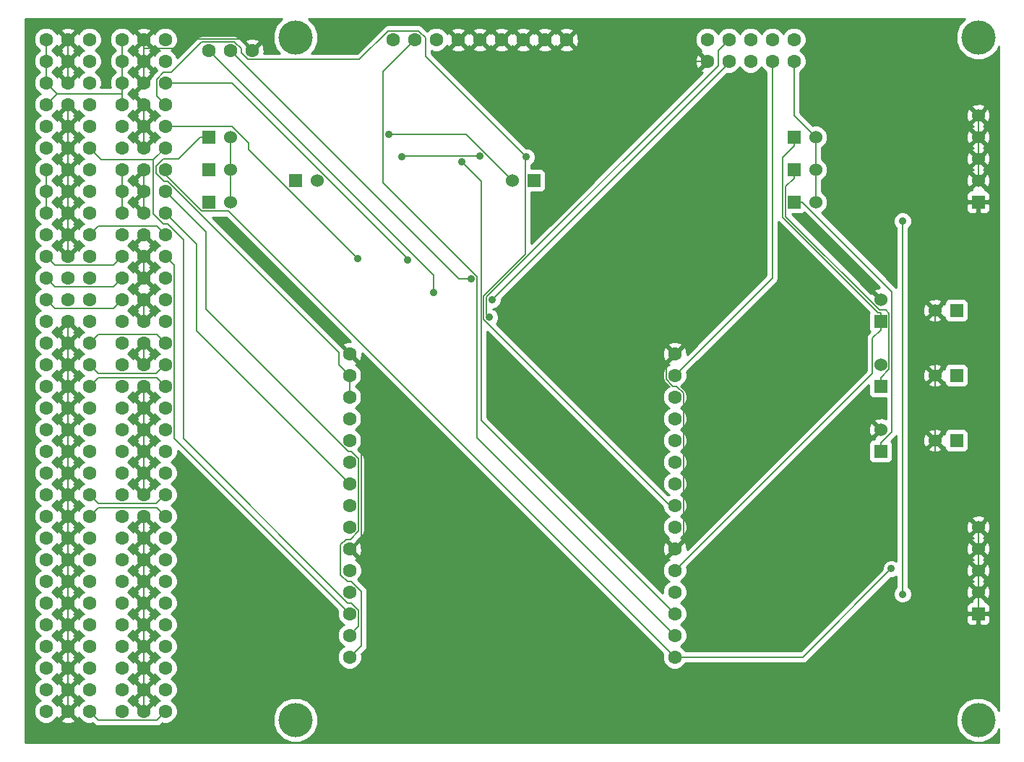
<source format=gbl>
G04 (created by PCBNEW (2013-05-31 BZR 4019)-stable) date 8/21/2013 10:35:06 AM*
%MOIN*%
G04 Gerber Fmt 3.4, Leading zero omitted, Abs format*
%FSLAX34Y34*%
G01*
G70*
G90*
G04 APERTURE LIST*
%ADD10C,0.00590551*%
%ADD11C,0.0629921*%
%ADD12R,0.06X0.06*%
%ADD13C,0.06*%
%ADD14C,0.15748*%
%ADD15C,0.035*%
%ADD16C,0.006*%
%ADD17C,0.01*%
G04 APERTURE END LIST*
G54D10*
G54D11*
X22500Y-18000D03*
X22500Y-19000D03*
X22500Y-17000D03*
X22500Y-13000D03*
X22500Y-14000D03*
X22500Y-12000D03*
X23500Y-30000D03*
X23500Y-29000D03*
X23500Y-28000D03*
X23500Y-27000D03*
X23500Y-31000D03*
X23500Y-32000D03*
X23500Y-33000D03*
X23500Y-34000D03*
X23500Y-42000D03*
X23500Y-41000D03*
X23500Y-40000D03*
X23500Y-39000D03*
X23500Y-35000D03*
X23500Y-36000D03*
X23500Y-37000D03*
X23500Y-38000D03*
X23500Y-22000D03*
X23500Y-21000D03*
X23500Y-20000D03*
X23500Y-19000D03*
X23500Y-23000D03*
X23500Y-24000D03*
X23500Y-25000D03*
X23500Y-26000D03*
X23500Y-18000D03*
X23500Y-17000D03*
X23500Y-16000D03*
X23500Y-15000D03*
X24500Y-11000D03*
X24500Y-12000D03*
X24500Y-13000D03*
X24500Y-14000D03*
X24500Y-15000D03*
X24500Y-16000D03*
X24500Y-17000D03*
X24500Y-18000D03*
X24500Y-19000D03*
X24500Y-20000D03*
X24500Y-21000D03*
X24500Y-22000D03*
X24500Y-23000D03*
X24500Y-24000D03*
X24500Y-25000D03*
X24500Y-26000D03*
X24500Y-27000D03*
X24500Y-28000D03*
X24500Y-29000D03*
X24500Y-30000D03*
X24500Y-31000D03*
X24500Y-32000D03*
X24500Y-33000D03*
X24500Y-34000D03*
X24500Y-35000D03*
X24500Y-36000D03*
X24500Y-37000D03*
X24500Y-38000D03*
X24500Y-39000D03*
X24500Y-40000D03*
X24500Y-41000D03*
X24500Y-42000D03*
X23500Y-11000D03*
X23500Y-12000D03*
X23500Y-13000D03*
X23500Y-14000D03*
X22500Y-11000D03*
X22500Y-15000D03*
X22500Y-16000D03*
X22500Y-20000D03*
X22500Y-21000D03*
X22500Y-22000D03*
X22500Y-23000D03*
X22500Y-24000D03*
X22500Y-25000D03*
X22500Y-26000D03*
X22500Y-27000D03*
X22500Y-28000D03*
X22500Y-29000D03*
X22500Y-30000D03*
X22500Y-31000D03*
X22500Y-32000D03*
X22500Y-33000D03*
X22500Y-34000D03*
X22500Y-35000D03*
X22500Y-36000D03*
X22500Y-37000D03*
X22500Y-38000D03*
X22500Y-39000D03*
X22500Y-40000D03*
X22500Y-41000D03*
X22500Y-42000D03*
X26000Y-18000D03*
X26000Y-19000D03*
X26000Y-17000D03*
X26000Y-13000D03*
X26000Y-14000D03*
X26000Y-12000D03*
X27000Y-30000D03*
X27000Y-29000D03*
X27000Y-28000D03*
X27000Y-27000D03*
X27000Y-31000D03*
X27000Y-32000D03*
X27000Y-33000D03*
X27000Y-34000D03*
X27000Y-42000D03*
X27000Y-41000D03*
X27000Y-40000D03*
X27000Y-39000D03*
X27000Y-35000D03*
X27000Y-36000D03*
X27000Y-37000D03*
X27000Y-38000D03*
X27000Y-22000D03*
X27000Y-21000D03*
X27000Y-20000D03*
X27000Y-19000D03*
X27000Y-23000D03*
X27000Y-24000D03*
X27000Y-25000D03*
X27000Y-26000D03*
X27000Y-18000D03*
X27000Y-17000D03*
X27000Y-16000D03*
X27000Y-15000D03*
X28000Y-11000D03*
X28000Y-12000D03*
X28000Y-13000D03*
X28000Y-14000D03*
X28000Y-15000D03*
X28000Y-16000D03*
X28000Y-17000D03*
X28000Y-18000D03*
X28000Y-19000D03*
X28000Y-20000D03*
X28000Y-21000D03*
X28000Y-22000D03*
X28000Y-23000D03*
X28000Y-24000D03*
X28000Y-25000D03*
X28000Y-26000D03*
X28000Y-27000D03*
X28000Y-28000D03*
X28000Y-29000D03*
X28000Y-30000D03*
X28000Y-31000D03*
X28000Y-32000D03*
X28000Y-33000D03*
X28000Y-34000D03*
X28000Y-35000D03*
X28000Y-36000D03*
X28000Y-37000D03*
X28000Y-38000D03*
X28000Y-39000D03*
X28000Y-40000D03*
X28000Y-41000D03*
X28000Y-42000D03*
X27000Y-11000D03*
X27000Y-12000D03*
X27000Y-13000D03*
X27000Y-14000D03*
X26000Y-11000D03*
X26000Y-15000D03*
X26000Y-16000D03*
X26000Y-20000D03*
X26000Y-21000D03*
X26000Y-22000D03*
X26000Y-23000D03*
X26000Y-24000D03*
X26000Y-25000D03*
X26000Y-26000D03*
X26000Y-27000D03*
X26000Y-28000D03*
X26000Y-29000D03*
X26000Y-30000D03*
X26000Y-31000D03*
X26000Y-32000D03*
X26000Y-33000D03*
X26000Y-34000D03*
X26000Y-35000D03*
X26000Y-36000D03*
X26000Y-37000D03*
X26000Y-38000D03*
X26000Y-39000D03*
X26000Y-40000D03*
X26000Y-41000D03*
X26000Y-42000D03*
X30000Y-11500D03*
X31000Y-11500D03*
X32000Y-11500D03*
G54D12*
X65500Y-18500D03*
G54D13*
X65500Y-17500D03*
X65500Y-16500D03*
X65500Y-15500D03*
X65500Y-14500D03*
G54D12*
X65500Y-37500D03*
G54D13*
X65500Y-36500D03*
X65500Y-35500D03*
X65500Y-34500D03*
X65500Y-33500D03*
G54D12*
X64500Y-29500D03*
G54D13*
X63500Y-29500D03*
G54D12*
X30000Y-18500D03*
G54D13*
X31000Y-18500D03*
G54D12*
X30000Y-17000D03*
G54D13*
X31000Y-17000D03*
G54D12*
X30000Y-15500D03*
G54D13*
X31000Y-15500D03*
G54D12*
X45000Y-17500D03*
G54D13*
X44000Y-17500D03*
G54D12*
X34000Y-17500D03*
G54D13*
X35000Y-17500D03*
G54D12*
X64500Y-23500D03*
G54D13*
X63500Y-23500D03*
G54D12*
X64500Y-26500D03*
G54D13*
X63500Y-26500D03*
G54D12*
X57000Y-15500D03*
G54D13*
X58000Y-15500D03*
G54D12*
X57000Y-17000D03*
G54D13*
X58000Y-17000D03*
G54D12*
X57000Y-18500D03*
G54D13*
X58000Y-18500D03*
G54D11*
X53000Y-12000D03*
X53000Y-11000D03*
X54000Y-12000D03*
X54000Y-11000D03*
X55000Y-12000D03*
X55000Y-11000D03*
X56000Y-12000D03*
X56000Y-11000D03*
X57000Y-12000D03*
X57000Y-11000D03*
X36500Y-25500D03*
X36500Y-26500D03*
X36500Y-27500D03*
X36500Y-28500D03*
X36500Y-29500D03*
X36500Y-30500D03*
X36500Y-31500D03*
X36500Y-32500D03*
X36500Y-33500D03*
X36500Y-34500D03*
X36500Y-35500D03*
X36500Y-36500D03*
X36500Y-37500D03*
X36500Y-38500D03*
X36500Y-39500D03*
X51500Y-39500D03*
X51500Y-38500D03*
X51500Y-37500D03*
X51500Y-36500D03*
X51500Y-35500D03*
X51500Y-34500D03*
X51500Y-33500D03*
X51500Y-32500D03*
X51500Y-31500D03*
X51500Y-30500D03*
X51500Y-29500D03*
X51500Y-28500D03*
X51500Y-27500D03*
X51500Y-26500D03*
X51500Y-25500D03*
G54D12*
X61000Y-30000D03*
G54D13*
X61000Y-29000D03*
G54D12*
X61000Y-24000D03*
G54D13*
X61000Y-23000D03*
G54D12*
X61000Y-27000D03*
G54D13*
X61000Y-26000D03*
G54D11*
X38500Y-11000D03*
X39500Y-11000D03*
X40500Y-11000D03*
X41500Y-11000D03*
X42500Y-11000D03*
X43500Y-11000D03*
X44500Y-11000D03*
X45500Y-11000D03*
X46500Y-11000D03*
G54D14*
X65500Y-42400D03*
X65500Y-10900D03*
X34000Y-42400D03*
X34000Y-10900D03*
G54D15*
X43069Y-22997D03*
X42955Y-23814D03*
X38297Y-15377D03*
X41659Y-16649D03*
X42100Y-22035D03*
X39188Y-21171D03*
X44655Y-16415D03*
X40364Y-22682D03*
X42496Y-16381D03*
X38917Y-16400D03*
X61490Y-35420D03*
X62003Y-19370D03*
X62003Y-36588D03*
X36879Y-21120D03*
G54D16*
X63500Y-26500D02*
X63500Y-29500D01*
X65500Y-34500D02*
X65500Y-35500D01*
X65500Y-35500D02*
X65500Y-36500D01*
X65500Y-36500D02*
X65500Y-37500D01*
X65500Y-14500D02*
X65500Y-15500D01*
X65500Y-15500D02*
X65500Y-16500D01*
X65500Y-16500D02*
X65500Y-17500D01*
X27000Y-15000D02*
X27000Y-16000D01*
X27000Y-17000D02*
X27000Y-18000D01*
X27000Y-18000D02*
X27000Y-19000D01*
X27000Y-37000D02*
X27000Y-36000D01*
X27000Y-37000D02*
X27000Y-38000D01*
X27000Y-38000D02*
X27000Y-39000D01*
X27000Y-39000D02*
X27000Y-40000D01*
X27000Y-40000D02*
X27000Y-41000D01*
X27000Y-41000D02*
X27000Y-42000D01*
X27000Y-36000D02*
X27000Y-35000D01*
X27000Y-35000D02*
X27000Y-34000D01*
X27000Y-34000D02*
X27000Y-33000D01*
X27000Y-32000D02*
X27000Y-31000D01*
X27000Y-31000D02*
X27000Y-30000D01*
X27000Y-27000D02*
X27000Y-28000D01*
X27000Y-28000D02*
X27000Y-29000D01*
X23500Y-13000D02*
X23500Y-12000D01*
X23500Y-12000D02*
X23500Y-11000D01*
X23500Y-14000D02*
X23500Y-15000D01*
X23500Y-15000D02*
X23500Y-16000D01*
X23500Y-16000D02*
X23500Y-17000D01*
X23500Y-17000D02*
X23500Y-18000D01*
X23500Y-18000D02*
X23500Y-19000D01*
X23500Y-19000D02*
X23500Y-20000D01*
X23500Y-20000D02*
X23500Y-21000D01*
X23500Y-37000D02*
X23500Y-36000D01*
X23500Y-37000D02*
X23500Y-38000D01*
X23500Y-38000D02*
X23500Y-39000D01*
X23500Y-39000D02*
X23500Y-40000D01*
X23500Y-40000D02*
X23500Y-41000D01*
X23500Y-41000D02*
X23500Y-42000D01*
X23500Y-36000D02*
X23500Y-35000D01*
X23500Y-35000D02*
X23500Y-34000D01*
X23500Y-34000D02*
X23500Y-33000D01*
X23500Y-33000D02*
X23500Y-32000D01*
X23500Y-32000D02*
X23500Y-31000D01*
X23500Y-27000D02*
X23500Y-26000D01*
X23500Y-28000D02*
X23500Y-27000D01*
X23500Y-31000D02*
X23500Y-30000D01*
X27000Y-29000D02*
X27000Y-30000D01*
X27000Y-14000D02*
X27000Y-15000D01*
X23500Y-28000D02*
X23500Y-29000D01*
X23500Y-29000D02*
X23500Y-30000D01*
X23500Y-24000D02*
X23500Y-25000D01*
X23500Y-25000D02*
X23500Y-26000D01*
X27000Y-26000D02*
X27000Y-25000D01*
X63500Y-31500D02*
X65500Y-33500D01*
X63500Y-29500D02*
X63500Y-31500D01*
X65500Y-33500D02*
X65500Y-34500D01*
X47500Y-12000D02*
X53000Y-12000D01*
X46500Y-11000D02*
X47500Y-12000D01*
X27000Y-23000D02*
X27000Y-24000D01*
X27000Y-21000D02*
X27000Y-22000D01*
X63500Y-23500D02*
X63500Y-26500D01*
X37057Y-26057D02*
X36500Y-25500D01*
X37057Y-33942D02*
X37057Y-26057D01*
X36500Y-34500D02*
X37057Y-33942D01*
X27000Y-13000D02*
X27000Y-12000D01*
X28563Y-11406D02*
X27000Y-11406D01*
X29000Y-10970D02*
X28563Y-11406D01*
X31470Y-10970D02*
X29000Y-10970D01*
X32000Y-11500D02*
X31470Y-10970D01*
X27000Y-12000D02*
X27000Y-11406D01*
X27000Y-11406D02*
X27000Y-11000D01*
X51092Y-25907D02*
X51500Y-25500D01*
X51092Y-26687D02*
X51092Y-25907D01*
X51405Y-27000D02*
X51092Y-26687D01*
X51591Y-27000D02*
X51405Y-27000D01*
X51905Y-27313D02*
X51591Y-27000D01*
X51905Y-34094D02*
X51905Y-27313D01*
X51500Y-34500D02*
X51905Y-34094D01*
X54000Y-12067D02*
X54000Y-12000D01*
X43069Y-22997D02*
X54000Y-12067D01*
X42804Y-23663D02*
X42955Y-23814D01*
X42804Y-22887D02*
X42804Y-23663D01*
X53500Y-12192D02*
X42804Y-22887D01*
X53500Y-11500D02*
X53500Y-12192D01*
X54000Y-11000D02*
X53500Y-11500D01*
X56000Y-22000D02*
X56000Y-12000D01*
X51500Y-26500D02*
X56000Y-22000D01*
X38031Y-12468D02*
X39500Y-11000D01*
X38031Y-17591D02*
X38031Y-12468D01*
X42365Y-21925D02*
X38031Y-17591D01*
X42365Y-29365D02*
X42365Y-21925D01*
X51500Y-38500D02*
X42365Y-29365D01*
X41877Y-15377D02*
X38297Y-15377D01*
X44000Y-17500D02*
X41877Y-15377D01*
X31000Y-17000D02*
X31000Y-18500D01*
X22500Y-17000D02*
X22500Y-18000D01*
X22500Y-19000D02*
X22500Y-18000D01*
X26000Y-19000D02*
X26000Y-18000D01*
X31000Y-15500D02*
X31000Y-17000D01*
X26000Y-17000D02*
X26000Y-18000D01*
X24914Y-26414D02*
X24500Y-26000D01*
X27585Y-26414D02*
X24914Y-26414D01*
X28000Y-26000D02*
X27585Y-26414D01*
X22906Y-21406D02*
X22500Y-21000D01*
X25593Y-21406D02*
X22906Y-21406D01*
X26000Y-21000D02*
X25593Y-21406D01*
X24906Y-26593D02*
X24500Y-27000D01*
X27593Y-26593D02*
X24906Y-26593D01*
X28000Y-27000D02*
X27593Y-26593D01*
X22906Y-22406D02*
X22500Y-22000D01*
X25593Y-22406D02*
X22906Y-22406D01*
X26000Y-22000D02*
X25593Y-22406D01*
X22906Y-23406D02*
X22500Y-23000D01*
X25593Y-23406D02*
X22906Y-23406D01*
X26000Y-23000D02*
X25593Y-23406D01*
X24914Y-32414D02*
X24500Y-32000D01*
X27585Y-32414D02*
X24914Y-32414D01*
X28000Y-32000D02*
X27585Y-32414D01*
X24905Y-42405D02*
X24500Y-42000D01*
X27594Y-42405D02*
X24905Y-42405D01*
X28000Y-42000D02*
X27594Y-42405D01*
X24906Y-32593D02*
X24500Y-33000D01*
X27593Y-32593D02*
X24906Y-32593D01*
X28000Y-33000D02*
X27593Y-32593D01*
X42564Y-28564D02*
X51500Y-37500D01*
X42564Y-17554D02*
X42564Y-28564D01*
X41659Y-16649D02*
X42564Y-17554D01*
X26000Y-11000D02*
X26000Y-12000D01*
X22500Y-11000D02*
X22500Y-12000D01*
X22500Y-12000D02*
X22500Y-13000D01*
X26000Y-12000D02*
X26000Y-13000D01*
X26000Y-13000D02*
X26000Y-13500D01*
X26000Y-13500D02*
X26000Y-14000D01*
X22500Y-13000D02*
X23000Y-13500D01*
X26000Y-13500D02*
X23000Y-13500D01*
X23000Y-13500D02*
X22500Y-14000D01*
X24906Y-24593D02*
X24500Y-25000D01*
X27593Y-24593D02*
X24906Y-24593D01*
X28000Y-25000D02*
X27593Y-24593D01*
X57000Y-14500D02*
X58000Y-15500D01*
X57000Y-12000D02*
X57000Y-14500D01*
X58000Y-18500D02*
X58000Y-17000D01*
X58000Y-17000D02*
X58000Y-15500D01*
X25041Y-16541D02*
X24500Y-16000D01*
X27458Y-16541D02*
X25041Y-16541D01*
X27458Y-19035D02*
X27458Y-16541D01*
X27923Y-19500D02*
X27458Y-19035D01*
X28094Y-19500D02*
X27923Y-19500D01*
X28826Y-20232D02*
X28094Y-19500D01*
X28826Y-29403D02*
X28826Y-20232D01*
X36423Y-37000D02*
X28826Y-29403D01*
X36575Y-37000D02*
X36423Y-37000D01*
X36916Y-37341D02*
X36575Y-37000D01*
X36916Y-38083D02*
X36916Y-37341D01*
X36500Y-38500D02*
X36916Y-38083D01*
X27458Y-16541D02*
X28000Y-16000D01*
X41535Y-22035D02*
X31000Y-11500D01*
X42100Y-22035D02*
X41535Y-22035D01*
X27593Y-19593D02*
X28000Y-20000D01*
X24906Y-19593D02*
X27593Y-19593D01*
X24500Y-20000D02*
X24906Y-19593D01*
X29439Y-20439D02*
X28000Y-19000D01*
X29439Y-24439D02*
X29439Y-20439D01*
X36500Y-31500D02*
X29439Y-24439D01*
X28405Y-29405D02*
X36500Y-37500D01*
X28405Y-21405D02*
X28405Y-29405D01*
X28000Y-21000D02*
X28405Y-21405D01*
X39188Y-21113D02*
X39188Y-21171D01*
X31075Y-13000D02*
X39188Y-21113D01*
X28000Y-13000D02*
X31075Y-13000D01*
X40000Y-11759D02*
X44655Y-16415D01*
X40000Y-10919D02*
X40000Y-11759D01*
X39671Y-10590D02*
X40000Y-10919D01*
X38274Y-10590D02*
X39671Y-10590D01*
X36949Y-11915D02*
X38274Y-10590D01*
X31815Y-11915D02*
X36949Y-11915D01*
X31500Y-11599D02*
X31815Y-11915D01*
X31500Y-11408D02*
X31500Y-11599D01*
X31186Y-11094D02*
X31500Y-11408D01*
X29684Y-11094D02*
X31186Y-11094D01*
X28279Y-12500D02*
X29684Y-11094D01*
X27923Y-12500D02*
X28279Y-12500D01*
X27594Y-12828D02*
X27923Y-12500D01*
X27594Y-13594D02*
X27594Y-12828D01*
X28000Y-14000D02*
X27594Y-13594D01*
X51262Y-32500D02*
X51500Y-32500D01*
X42684Y-23921D02*
X51262Y-32500D01*
X42684Y-22838D02*
X42684Y-23921D01*
X44605Y-20916D02*
X42684Y-22838D01*
X44605Y-16464D02*
X44605Y-20916D01*
X44655Y-16415D02*
X44605Y-16464D01*
X40364Y-21864D02*
X30000Y-11500D01*
X40364Y-22682D02*
X40364Y-21864D01*
X56609Y-17780D02*
X57000Y-17390D01*
X56609Y-19161D02*
X56609Y-17780D01*
X60930Y-23482D02*
X56609Y-19161D01*
X61230Y-23482D02*
X60930Y-23482D01*
X61390Y-23642D02*
X61230Y-23482D01*
X61390Y-26219D02*
X61390Y-23642D01*
X61000Y-26609D02*
X61390Y-26219D01*
X61000Y-27000D02*
X61000Y-26609D01*
X57000Y-17000D02*
X57000Y-17390D01*
X38936Y-16381D02*
X38917Y-16400D01*
X42496Y-16381D02*
X38936Y-16381D01*
X30916Y-18916D02*
X51500Y-39500D01*
X29672Y-18916D02*
X30916Y-18916D01*
X28000Y-17243D02*
X29672Y-18916D01*
X28000Y-17000D02*
X28000Y-17243D01*
X57410Y-39500D02*
X51500Y-39500D01*
X61490Y-35420D02*
X57410Y-39500D01*
X62003Y-36588D02*
X62003Y-19370D01*
X29879Y-19879D02*
X28000Y-18000D01*
X29879Y-23454D02*
X29879Y-19879D01*
X36425Y-30000D02*
X29879Y-23454D01*
X36575Y-30000D02*
X36425Y-30000D01*
X36922Y-30346D02*
X36575Y-30000D01*
X36922Y-33662D02*
X36922Y-30346D01*
X36527Y-34058D02*
X36922Y-33662D01*
X36349Y-34058D02*
X36527Y-34058D01*
X36089Y-34318D02*
X36349Y-34058D01*
X36089Y-35691D02*
X36089Y-34318D01*
X36397Y-36000D02*
X36089Y-35691D01*
X36579Y-36000D02*
X36397Y-36000D01*
X37036Y-36457D02*
X36579Y-36000D01*
X37036Y-38963D02*
X37036Y-36457D01*
X36500Y-39500D02*
X37036Y-38963D01*
X57000Y-15500D02*
X57000Y-15890D01*
X61000Y-24000D02*
X61000Y-24390D01*
X30000Y-15500D02*
X29609Y-15500D01*
X36500Y-27500D02*
X36500Y-26500D01*
X28609Y-16500D02*
X29609Y-15500D01*
X27917Y-16500D02*
X28609Y-16500D01*
X27582Y-16835D02*
X27917Y-16500D01*
X27582Y-17175D02*
X27582Y-16835D01*
X27948Y-17542D02*
X27582Y-17175D01*
X28115Y-17542D02*
X27948Y-17542D01*
X36000Y-25427D02*
X28115Y-17542D01*
X36000Y-26000D02*
X36000Y-25427D01*
X36500Y-26500D02*
X36000Y-26000D01*
X60609Y-26390D02*
X51500Y-35500D01*
X60609Y-24780D02*
X60609Y-26390D01*
X61000Y-24390D02*
X60609Y-24780D01*
X61000Y-24000D02*
X61000Y-23609D01*
X60865Y-23609D02*
X61000Y-23609D01*
X56465Y-19209D02*
X60865Y-23609D01*
X56465Y-16424D02*
X56465Y-19209D01*
X57000Y-15890D02*
X56465Y-16424D01*
X61512Y-22622D02*
X57390Y-18500D01*
X61512Y-29097D02*
X61512Y-22622D01*
X61000Y-29609D02*
X61512Y-29097D01*
X61000Y-30000D02*
X61000Y-29609D01*
X57000Y-18500D02*
X57390Y-18500D01*
X31827Y-16068D02*
X36879Y-21120D01*
X31827Y-15768D02*
X31827Y-16068D01*
X31059Y-15000D02*
X31827Y-15768D01*
X28000Y-15000D02*
X31059Y-15000D01*
G54D10*
G36*
X23576Y-22005D02*
X23505Y-22076D01*
X23500Y-22070D01*
X23494Y-22076D01*
X23423Y-22005D01*
X23429Y-22000D01*
X23423Y-21994D01*
X23494Y-21923D01*
X23500Y-21929D01*
X23505Y-21923D01*
X23576Y-21994D01*
X23570Y-22000D01*
X23576Y-22005D01*
X23576Y-22005D01*
G37*
G54D17*
X23576Y-22005D02*
X23505Y-22076D01*
X23500Y-22070D01*
X23494Y-22076D01*
X23423Y-22005D01*
X23429Y-22000D01*
X23423Y-21994D01*
X23494Y-21923D01*
X23500Y-21929D01*
X23505Y-21923D01*
X23576Y-21994D01*
X23570Y-22000D01*
X23576Y-22005D01*
G54D10*
G36*
X23576Y-23005D02*
X23505Y-23076D01*
X23500Y-23070D01*
X23494Y-23076D01*
X23423Y-23005D01*
X23429Y-23000D01*
X23423Y-22994D01*
X23494Y-22923D01*
X23500Y-22929D01*
X23505Y-22923D01*
X23576Y-22994D01*
X23570Y-23000D01*
X23576Y-23005D01*
X23576Y-23005D01*
G37*
G54D17*
X23576Y-23005D02*
X23505Y-23076D01*
X23500Y-23070D01*
X23494Y-23076D01*
X23423Y-23005D01*
X23429Y-23000D01*
X23423Y-22994D01*
X23494Y-22923D01*
X23500Y-22929D01*
X23505Y-22923D01*
X23576Y-22994D01*
X23570Y-23000D01*
X23576Y-23005D01*
G54D10*
G36*
X24230Y-20499D02*
X24180Y-20520D01*
X24021Y-20679D01*
X24002Y-20724D01*
X23993Y-20703D01*
X23896Y-20673D01*
X23826Y-20744D01*
X23826Y-20603D01*
X23796Y-20506D01*
X23780Y-20500D01*
X23796Y-20493D01*
X23826Y-20396D01*
X23500Y-20070D01*
X23173Y-20396D01*
X23203Y-20493D01*
X23219Y-20499D01*
X23203Y-20506D01*
X23173Y-20603D01*
X23500Y-20929D01*
X23826Y-20603D01*
X23826Y-20744D01*
X23570Y-21000D01*
X23576Y-21005D01*
X23505Y-21076D01*
X23500Y-21070D01*
X23494Y-21076D01*
X23423Y-21005D01*
X23429Y-21000D01*
X23103Y-20673D01*
X23006Y-20703D01*
X22998Y-20726D01*
X22979Y-20680D01*
X22820Y-20521D01*
X22769Y-20500D01*
X22819Y-20479D01*
X22978Y-20320D01*
X22997Y-20275D01*
X23006Y-20296D01*
X23103Y-20326D01*
X23429Y-20000D01*
X23103Y-19673D01*
X23006Y-19703D01*
X22998Y-19726D01*
X22979Y-19680D01*
X22820Y-19521D01*
X22769Y-19500D01*
X22819Y-19479D01*
X22978Y-19320D01*
X22997Y-19275D01*
X23006Y-19296D01*
X23103Y-19326D01*
X23429Y-19000D01*
X23103Y-18673D01*
X23006Y-18703D01*
X22998Y-18726D01*
X22979Y-18680D01*
X22820Y-18521D01*
X22780Y-18504D01*
X22780Y-18495D01*
X22819Y-18479D01*
X22978Y-18320D01*
X22997Y-18275D01*
X23006Y-18296D01*
X23103Y-18326D01*
X23429Y-18000D01*
X23103Y-17673D01*
X23006Y-17703D01*
X22998Y-17726D01*
X22979Y-17680D01*
X22820Y-17521D01*
X22780Y-17504D01*
X22780Y-17495D01*
X22819Y-17479D01*
X22978Y-17320D01*
X22997Y-17275D01*
X23006Y-17296D01*
X23103Y-17326D01*
X23429Y-17000D01*
X23103Y-16673D01*
X23006Y-16703D01*
X22998Y-16726D01*
X22979Y-16680D01*
X22820Y-16521D01*
X22769Y-16500D01*
X22819Y-16479D01*
X22978Y-16320D01*
X22997Y-16275D01*
X23006Y-16296D01*
X23103Y-16326D01*
X23429Y-16000D01*
X23103Y-15673D01*
X23006Y-15703D01*
X22998Y-15726D01*
X22979Y-15680D01*
X22820Y-15521D01*
X22769Y-15500D01*
X22819Y-15479D01*
X22978Y-15320D01*
X22997Y-15275D01*
X23006Y-15296D01*
X23103Y-15326D01*
X23429Y-15000D01*
X23103Y-14673D01*
X23006Y-14703D01*
X22998Y-14726D01*
X22979Y-14680D01*
X22820Y-14521D01*
X22769Y-14500D01*
X22819Y-14479D01*
X22978Y-14320D01*
X22997Y-14275D01*
X23006Y-14296D01*
X23103Y-14326D01*
X23429Y-14000D01*
X23423Y-13994D01*
X23494Y-13923D01*
X23500Y-13929D01*
X23505Y-13923D01*
X23576Y-13994D01*
X23570Y-14000D01*
X23896Y-14326D01*
X23993Y-14296D01*
X24001Y-14273D01*
X24020Y-14319D01*
X24179Y-14478D01*
X24230Y-14499D01*
X24180Y-14520D01*
X24021Y-14679D01*
X24002Y-14724D01*
X23993Y-14703D01*
X23896Y-14673D01*
X23826Y-14744D01*
X23826Y-14603D01*
X23796Y-14506D01*
X23780Y-14500D01*
X23796Y-14493D01*
X23826Y-14396D01*
X23500Y-14070D01*
X23173Y-14396D01*
X23203Y-14493D01*
X23219Y-14499D01*
X23203Y-14506D01*
X23173Y-14603D01*
X23500Y-14929D01*
X23826Y-14603D01*
X23826Y-14744D01*
X23570Y-15000D01*
X23896Y-15326D01*
X23993Y-15296D01*
X24001Y-15273D01*
X24020Y-15319D01*
X24179Y-15478D01*
X24230Y-15499D01*
X24180Y-15520D01*
X24021Y-15679D01*
X24002Y-15724D01*
X23993Y-15703D01*
X23896Y-15673D01*
X23826Y-15744D01*
X23826Y-15603D01*
X23796Y-15506D01*
X23780Y-15500D01*
X23796Y-15493D01*
X23826Y-15396D01*
X23500Y-15070D01*
X23173Y-15396D01*
X23203Y-15493D01*
X23219Y-15499D01*
X23203Y-15506D01*
X23173Y-15603D01*
X23500Y-15929D01*
X23826Y-15603D01*
X23826Y-15744D01*
X23570Y-16000D01*
X23896Y-16326D01*
X23993Y-16296D01*
X24001Y-16273D01*
X24020Y-16319D01*
X24179Y-16478D01*
X24230Y-16499D01*
X24180Y-16520D01*
X24021Y-16679D01*
X24002Y-16724D01*
X23993Y-16703D01*
X23896Y-16673D01*
X23826Y-16744D01*
X23826Y-16603D01*
X23796Y-16506D01*
X23780Y-16500D01*
X23796Y-16493D01*
X23826Y-16396D01*
X23500Y-16070D01*
X23173Y-16396D01*
X23203Y-16493D01*
X23219Y-16499D01*
X23203Y-16506D01*
X23173Y-16603D01*
X23500Y-16929D01*
X23826Y-16603D01*
X23826Y-16744D01*
X23570Y-17000D01*
X23896Y-17326D01*
X23993Y-17296D01*
X24001Y-17273D01*
X24020Y-17319D01*
X24179Y-17478D01*
X24230Y-17499D01*
X24180Y-17520D01*
X24021Y-17679D01*
X24002Y-17724D01*
X23993Y-17703D01*
X23896Y-17673D01*
X23826Y-17744D01*
X23826Y-17603D01*
X23796Y-17506D01*
X23780Y-17500D01*
X23796Y-17493D01*
X23826Y-17396D01*
X23500Y-17070D01*
X23173Y-17396D01*
X23203Y-17493D01*
X23219Y-17499D01*
X23203Y-17506D01*
X23173Y-17603D01*
X23500Y-17929D01*
X23826Y-17603D01*
X23826Y-17744D01*
X23570Y-18000D01*
X23896Y-18326D01*
X23993Y-18296D01*
X24001Y-18273D01*
X24020Y-18319D01*
X24179Y-18478D01*
X24230Y-18499D01*
X24180Y-18520D01*
X24021Y-18679D01*
X24002Y-18724D01*
X23993Y-18703D01*
X23896Y-18673D01*
X23826Y-18744D01*
X23826Y-18603D01*
X23796Y-18506D01*
X23780Y-18500D01*
X23796Y-18493D01*
X23826Y-18396D01*
X23500Y-18070D01*
X23173Y-18396D01*
X23203Y-18493D01*
X23219Y-18499D01*
X23203Y-18506D01*
X23173Y-18603D01*
X23500Y-18929D01*
X23826Y-18603D01*
X23826Y-18744D01*
X23570Y-19000D01*
X23896Y-19326D01*
X23993Y-19296D01*
X24001Y-19273D01*
X24020Y-19319D01*
X24179Y-19478D01*
X24230Y-19499D01*
X24180Y-19520D01*
X24021Y-19679D01*
X24002Y-19724D01*
X23993Y-19703D01*
X23896Y-19673D01*
X23826Y-19744D01*
X23826Y-19603D01*
X23796Y-19506D01*
X23780Y-19500D01*
X23796Y-19493D01*
X23826Y-19396D01*
X23500Y-19070D01*
X23173Y-19396D01*
X23203Y-19493D01*
X23219Y-19499D01*
X23203Y-19506D01*
X23173Y-19603D01*
X23500Y-19929D01*
X23826Y-19603D01*
X23826Y-19744D01*
X23570Y-20000D01*
X23896Y-20326D01*
X23993Y-20296D01*
X24001Y-20273D01*
X24020Y-20319D01*
X24179Y-20478D01*
X24230Y-20499D01*
X24230Y-20499D01*
G37*
G54D17*
X24230Y-20499D02*
X24180Y-20520D01*
X24021Y-20679D01*
X24002Y-20724D01*
X23993Y-20703D01*
X23896Y-20673D01*
X23826Y-20744D01*
X23826Y-20603D01*
X23796Y-20506D01*
X23780Y-20500D01*
X23796Y-20493D01*
X23826Y-20396D01*
X23500Y-20070D01*
X23173Y-20396D01*
X23203Y-20493D01*
X23219Y-20499D01*
X23203Y-20506D01*
X23173Y-20603D01*
X23500Y-20929D01*
X23826Y-20603D01*
X23826Y-20744D01*
X23570Y-21000D01*
X23576Y-21005D01*
X23505Y-21076D01*
X23500Y-21070D01*
X23494Y-21076D01*
X23423Y-21005D01*
X23429Y-21000D01*
X23103Y-20673D01*
X23006Y-20703D01*
X22998Y-20726D01*
X22979Y-20680D01*
X22820Y-20521D01*
X22769Y-20500D01*
X22819Y-20479D01*
X22978Y-20320D01*
X22997Y-20275D01*
X23006Y-20296D01*
X23103Y-20326D01*
X23429Y-20000D01*
X23103Y-19673D01*
X23006Y-19703D01*
X22998Y-19726D01*
X22979Y-19680D01*
X22820Y-19521D01*
X22769Y-19500D01*
X22819Y-19479D01*
X22978Y-19320D01*
X22997Y-19275D01*
X23006Y-19296D01*
X23103Y-19326D01*
X23429Y-19000D01*
X23103Y-18673D01*
X23006Y-18703D01*
X22998Y-18726D01*
X22979Y-18680D01*
X22820Y-18521D01*
X22780Y-18504D01*
X22780Y-18495D01*
X22819Y-18479D01*
X22978Y-18320D01*
X22997Y-18275D01*
X23006Y-18296D01*
X23103Y-18326D01*
X23429Y-18000D01*
X23103Y-17673D01*
X23006Y-17703D01*
X22998Y-17726D01*
X22979Y-17680D01*
X22820Y-17521D01*
X22780Y-17504D01*
X22780Y-17495D01*
X22819Y-17479D01*
X22978Y-17320D01*
X22997Y-17275D01*
X23006Y-17296D01*
X23103Y-17326D01*
X23429Y-17000D01*
X23103Y-16673D01*
X23006Y-16703D01*
X22998Y-16726D01*
X22979Y-16680D01*
X22820Y-16521D01*
X22769Y-16500D01*
X22819Y-16479D01*
X22978Y-16320D01*
X22997Y-16275D01*
X23006Y-16296D01*
X23103Y-16326D01*
X23429Y-16000D01*
X23103Y-15673D01*
X23006Y-15703D01*
X22998Y-15726D01*
X22979Y-15680D01*
X22820Y-15521D01*
X22769Y-15500D01*
X22819Y-15479D01*
X22978Y-15320D01*
X22997Y-15275D01*
X23006Y-15296D01*
X23103Y-15326D01*
X23429Y-15000D01*
X23103Y-14673D01*
X23006Y-14703D01*
X22998Y-14726D01*
X22979Y-14680D01*
X22820Y-14521D01*
X22769Y-14500D01*
X22819Y-14479D01*
X22978Y-14320D01*
X22997Y-14275D01*
X23006Y-14296D01*
X23103Y-14326D01*
X23429Y-14000D01*
X23423Y-13994D01*
X23494Y-13923D01*
X23500Y-13929D01*
X23505Y-13923D01*
X23576Y-13994D01*
X23570Y-14000D01*
X23896Y-14326D01*
X23993Y-14296D01*
X24001Y-14273D01*
X24020Y-14319D01*
X24179Y-14478D01*
X24230Y-14499D01*
X24180Y-14520D01*
X24021Y-14679D01*
X24002Y-14724D01*
X23993Y-14703D01*
X23896Y-14673D01*
X23826Y-14744D01*
X23826Y-14603D01*
X23796Y-14506D01*
X23780Y-14500D01*
X23796Y-14493D01*
X23826Y-14396D01*
X23500Y-14070D01*
X23173Y-14396D01*
X23203Y-14493D01*
X23219Y-14499D01*
X23203Y-14506D01*
X23173Y-14603D01*
X23500Y-14929D01*
X23826Y-14603D01*
X23826Y-14744D01*
X23570Y-15000D01*
X23896Y-15326D01*
X23993Y-15296D01*
X24001Y-15273D01*
X24020Y-15319D01*
X24179Y-15478D01*
X24230Y-15499D01*
X24180Y-15520D01*
X24021Y-15679D01*
X24002Y-15724D01*
X23993Y-15703D01*
X23896Y-15673D01*
X23826Y-15744D01*
X23826Y-15603D01*
X23796Y-15506D01*
X23780Y-15500D01*
X23796Y-15493D01*
X23826Y-15396D01*
X23500Y-15070D01*
X23173Y-15396D01*
X23203Y-15493D01*
X23219Y-15499D01*
X23203Y-15506D01*
X23173Y-15603D01*
X23500Y-15929D01*
X23826Y-15603D01*
X23826Y-15744D01*
X23570Y-16000D01*
X23896Y-16326D01*
X23993Y-16296D01*
X24001Y-16273D01*
X24020Y-16319D01*
X24179Y-16478D01*
X24230Y-16499D01*
X24180Y-16520D01*
X24021Y-16679D01*
X24002Y-16724D01*
X23993Y-16703D01*
X23896Y-16673D01*
X23826Y-16744D01*
X23826Y-16603D01*
X23796Y-16506D01*
X23780Y-16500D01*
X23796Y-16493D01*
X23826Y-16396D01*
X23500Y-16070D01*
X23173Y-16396D01*
X23203Y-16493D01*
X23219Y-16499D01*
X23203Y-16506D01*
X23173Y-16603D01*
X23500Y-16929D01*
X23826Y-16603D01*
X23826Y-16744D01*
X23570Y-17000D01*
X23896Y-17326D01*
X23993Y-17296D01*
X24001Y-17273D01*
X24020Y-17319D01*
X24179Y-17478D01*
X24230Y-17499D01*
X24180Y-17520D01*
X24021Y-17679D01*
X24002Y-17724D01*
X23993Y-17703D01*
X23896Y-17673D01*
X23826Y-17744D01*
X23826Y-17603D01*
X23796Y-17506D01*
X23780Y-17500D01*
X23796Y-17493D01*
X23826Y-17396D01*
X23500Y-17070D01*
X23173Y-17396D01*
X23203Y-17493D01*
X23219Y-17499D01*
X23203Y-17506D01*
X23173Y-17603D01*
X23500Y-17929D01*
X23826Y-17603D01*
X23826Y-17744D01*
X23570Y-18000D01*
X23896Y-18326D01*
X23993Y-18296D01*
X24001Y-18273D01*
X24020Y-18319D01*
X24179Y-18478D01*
X24230Y-18499D01*
X24180Y-18520D01*
X24021Y-18679D01*
X24002Y-18724D01*
X23993Y-18703D01*
X23896Y-18673D01*
X23826Y-18744D01*
X23826Y-18603D01*
X23796Y-18506D01*
X23780Y-18500D01*
X23796Y-18493D01*
X23826Y-18396D01*
X23500Y-18070D01*
X23173Y-18396D01*
X23203Y-18493D01*
X23219Y-18499D01*
X23203Y-18506D01*
X23173Y-18603D01*
X23500Y-18929D01*
X23826Y-18603D01*
X23826Y-18744D01*
X23570Y-19000D01*
X23896Y-19326D01*
X23993Y-19296D01*
X24001Y-19273D01*
X24020Y-19319D01*
X24179Y-19478D01*
X24230Y-19499D01*
X24180Y-19520D01*
X24021Y-19679D01*
X24002Y-19724D01*
X23993Y-19703D01*
X23896Y-19673D01*
X23826Y-19744D01*
X23826Y-19603D01*
X23796Y-19506D01*
X23780Y-19500D01*
X23796Y-19493D01*
X23826Y-19396D01*
X23500Y-19070D01*
X23173Y-19396D01*
X23203Y-19493D01*
X23219Y-19499D01*
X23203Y-19506D01*
X23173Y-19603D01*
X23500Y-19929D01*
X23826Y-19603D01*
X23826Y-19744D01*
X23570Y-20000D01*
X23896Y-20326D01*
X23993Y-20296D01*
X24001Y-20273D01*
X24020Y-20319D01*
X24179Y-20478D01*
X24230Y-20499D01*
G54D10*
G36*
X27076Y-19005D02*
X27005Y-19076D01*
X27000Y-19070D01*
X26994Y-19076D01*
X26923Y-19005D01*
X26929Y-19000D01*
X26603Y-18673D01*
X26506Y-18703D01*
X26498Y-18726D01*
X26479Y-18680D01*
X26320Y-18521D01*
X26280Y-18504D01*
X26280Y-18495D01*
X26319Y-18479D01*
X26478Y-18320D01*
X26497Y-18275D01*
X26506Y-18296D01*
X26603Y-18326D01*
X26929Y-18000D01*
X26603Y-17673D01*
X26506Y-17703D01*
X26498Y-17726D01*
X26479Y-17680D01*
X26320Y-17521D01*
X26280Y-17504D01*
X26280Y-17495D01*
X26319Y-17479D01*
X26478Y-17320D01*
X26497Y-17275D01*
X26506Y-17296D01*
X26603Y-17326D01*
X26929Y-17000D01*
X26923Y-16994D01*
X26994Y-16923D01*
X27000Y-16929D01*
X27005Y-16923D01*
X27076Y-16994D01*
X27070Y-17000D01*
X27076Y-17005D01*
X27005Y-17076D01*
X27000Y-17070D01*
X26673Y-17396D01*
X26703Y-17493D01*
X26719Y-17499D01*
X26703Y-17506D01*
X26673Y-17603D01*
X27000Y-17929D01*
X27005Y-17923D01*
X27076Y-17994D01*
X27070Y-18000D01*
X27076Y-18005D01*
X27005Y-18076D01*
X27000Y-18070D01*
X26673Y-18396D01*
X26703Y-18493D01*
X26719Y-18499D01*
X26703Y-18506D01*
X26673Y-18603D01*
X27000Y-18929D01*
X27005Y-18923D01*
X27076Y-18994D01*
X27070Y-19000D01*
X27076Y-19005D01*
X27076Y-19005D01*
G37*
G54D17*
X27076Y-19005D02*
X27005Y-19076D01*
X27000Y-19070D01*
X26994Y-19076D01*
X26923Y-19005D01*
X26929Y-19000D01*
X26603Y-18673D01*
X26506Y-18703D01*
X26498Y-18726D01*
X26479Y-18680D01*
X26320Y-18521D01*
X26280Y-18504D01*
X26280Y-18495D01*
X26319Y-18479D01*
X26478Y-18320D01*
X26497Y-18275D01*
X26506Y-18296D01*
X26603Y-18326D01*
X26929Y-18000D01*
X26603Y-17673D01*
X26506Y-17703D01*
X26498Y-17726D01*
X26479Y-17680D01*
X26320Y-17521D01*
X26280Y-17504D01*
X26280Y-17495D01*
X26319Y-17479D01*
X26478Y-17320D01*
X26497Y-17275D01*
X26506Y-17296D01*
X26603Y-17326D01*
X26929Y-17000D01*
X26923Y-16994D01*
X26994Y-16923D01*
X27000Y-16929D01*
X27005Y-16923D01*
X27076Y-16994D01*
X27070Y-17000D01*
X27076Y-17005D01*
X27005Y-17076D01*
X27000Y-17070D01*
X26673Y-17396D01*
X26703Y-17493D01*
X26719Y-17499D01*
X26703Y-17506D01*
X26673Y-17603D01*
X27000Y-17929D01*
X27005Y-17923D01*
X27076Y-17994D01*
X27070Y-18000D01*
X27076Y-18005D01*
X27005Y-18076D01*
X27000Y-18070D01*
X26673Y-18396D01*
X26703Y-18493D01*
X26719Y-18499D01*
X26703Y-18506D01*
X26673Y-18603D01*
X27000Y-18929D01*
X27005Y-18923D01*
X27076Y-18994D01*
X27070Y-19000D01*
X27076Y-19005D01*
G54D10*
G36*
X27730Y-23499D02*
X27680Y-23520D01*
X27521Y-23679D01*
X27502Y-23724D01*
X27493Y-23703D01*
X27396Y-23673D01*
X27326Y-23744D01*
X27326Y-23603D01*
X27296Y-23506D01*
X27280Y-23500D01*
X27296Y-23493D01*
X27326Y-23396D01*
X27000Y-23070D01*
X26673Y-23396D01*
X26703Y-23493D01*
X26719Y-23499D01*
X26703Y-23506D01*
X26673Y-23603D01*
X27000Y-23929D01*
X27326Y-23603D01*
X27326Y-23744D01*
X27070Y-24000D01*
X27076Y-24005D01*
X27005Y-24076D01*
X27000Y-24070D01*
X26994Y-24076D01*
X26923Y-24005D01*
X26929Y-24000D01*
X26603Y-23673D01*
X26506Y-23703D01*
X26498Y-23726D01*
X26479Y-23680D01*
X26320Y-23521D01*
X26269Y-23500D01*
X26319Y-23479D01*
X26478Y-23320D01*
X26497Y-23275D01*
X26506Y-23296D01*
X26603Y-23326D01*
X26929Y-23000D01*
X26603Y-22673D01*
X26506Y-22703D01*
X26498Y-22726D01*
X26479Y-22680D01*
X26320Y-22521D01*
X26269Y-22500D01*
X26319Y-22479D01*
X26478Y-22320D01*
X26497Y-22275D01*
X26506Y-22296D01*
X26603Y-22326D01*
X26929Y-22000D01*
X26603Y-21673D01*
X26506Y-21703D01*
X26498Y-21726D01*
X26479Y-21680D01*
X26320Y-21521D01*
X26269Y-21500D01*
X26319Y-21479D01*
X26478Y-21320D01*
X26497Y-21275D01*
X26506Y-21296D01*
X26603Y-21326D01*
X26929Y-21000D01*
X26603Y-20673D01*
X26506Y-20703D01*
X26498Y-20726D01*
X26479Y-20680D01*
X26320Y-20521D01*
X26269Y-20500D01*
X26319Y-20479D01*
X26478Y-20320D01*
X26497Y-20275D01*
X26506Y-20296D01*
X26603Y-20326D01*
X26929Y-20000D01*
X26923Y-19994D01*
X26994Y-19923D01*
X27000Y-19929D01*
X27005Y-19923D01*
X27076Y-19994D01*
X27070Y-20000D01*
X27396Y-20326D01*
X27493Y-20296D01*
X27501Y-20273D01*
X27520Y-20319D01*
X27679Y-20478D01*
X27730Y-20499D01*
X27680Y-20520D01*
X27521Y-20679D01*
X27502Y-20724D01*
X27493Y-20703D01*
X27396Y-20673D01*
X27326Y-20744D01*
X27326Y-20603D01*
X27296Y-20506D01*
X27280Y-20500D01*
X27296Y-20493D01*
X27326Y-20396D01*
X27000Y-20070D01*
X26673Y-20396D01*
X26703Y-20493D01*
X26719Y-20499D01*
X26703Y-20506D01*
X26673Y-20603D01*
X27000Y-20929D01*
X27326Y-20603D01*
X27326Y-20744D01*
X27070Y-21000D01*
X27396Y-21326D01*
X27493Y-21296D01*
X27501Y-21273D01*
X27520Y-21319D01*
X27679Y-21478D01*
X27730Y-21499D01*
X27680Y-21520D01*
X27521Y-21679D01*
X27502Y-21724D01*
X27493Y-21703D01*
X27396Y-21673D01*
X27326Y-21744D01*
X27326Y-21603D01*
X27296Y-21506D01*
X27280Y-21500D01*
X27296Y-21493D01*
X27326Y-21396D01*
X27000Y-21070D01*
X26673Y-21396D01*
X26703Y-21493D01*
X26719Y-21499D01*
X26703Y-21506D01*
X26673Y-21603D01*
X27000Y-21929D01*
X27326Y-21603D01*
X27326Y-21744D01*
X27070Y-22000D01*
X27396Y-22326D01*
X27493Y-22296D01*
X27501Y-22273D01*
X27520Y-22319D01*
X27679Y-22478D01*
X27730Y-22499D01*
X27680Y-22520D01*
X27521Y-22679D01*
X27502Y-22724D01*
X27493Y-22703D01*
X27396Y-22673D01*
X27326Y-22744D01*
X27326Y-22603D01*
X27296Y-22506D01*
X27280Y-22500D01*
X27296Y-22493D01*
X27326Y-22396D01*
X27000Y-22070D01*
X26673Y-22396D01*
X26703Y-22493D01*
X26719Y-22499D01*
X26703Y-22506D01*
X26673Y-22603D01*
X27000Y-22929D01*
X27326Y-22603D01*
X27326Y-22744D01*
X27070Y-23000D01*
X27396Y-23326D01*
X27493Y-23296D01*
X27501Y-23273D01*
X27520Y-23319D01*
X27679Y-23478D01*
X27730Y-23499D01*
X27730Y-23499D01*
G37*
G54D17*
X27730Y-23499D02*
X27680Y-23520D01*
X27521Y-23679D01*
X27502Y-23724D01*
X27493Y-23703D01*
X27396Y-23673D01*
X27326Y-23744D01*
X27326Y-23603D01*
X27296Y-23506D01*
X27280Y-23500D01*
X27296Y-23493D01*
X27326Y-23396D01*
X27000Y-23070D01*
X26673Y-23396D01*
X26703Y-23493D01*
X26719Y-23499D01*
X26703Y-23506D01*
X26673Y-23603D01*
X27000Y-23929D01*
X27326Y-23603D01*
X27326Y-23744D01*
X27070Y-24000D01*
X27076Y-24005D01*
X27005Y-24076D01*
X27000Y-24070D01*
X26994Y-24076D01*
X26923Y-24005D01*
X26929Y-24000D01*
X26603Y-23673D01*
X26506Y-23703D01*
X26498Y-23726D01*
X26479Y-23680D01*
X26320Y-23521D01*
X26269Y-23500D01*
X26319Y-23479D01*
X26478Y-23320D01*
X26497Y-23275D01*
X26506Y-23296D01*
X26603Y-23326D01*
X26929Y-23000D01*
X26603Y-22673D01*
X26506Y-22703D01*
X26498Y-22726D01*
X26479Y-22680D01*
X26320Y-22521D01*
X26269Y-22500D01*
X26319Y-22479D01*
X26478Y-22320D01*
X26497Y-22275D01*
X26506Y-22296D01*
X26603Y-22326D01*
X26929Y-22000D01*
X26603Y-21673D01*
X26506Y-21703D01*
X26498Y-21726D01*
X26479Y-21680D01*
X26320Y-21521D01*
X26269Y-21500D01*
X26319Y-21479D01*
X26478Y-21320D01*
X26497Y-21275D01*
X26506Y-21296D01*
X26603Y-21326D01*
X26929Y-21000D01*
X26603Y-20673D01*
X26506Y-20703D01*
X26498Y-20726D01*
X26479Y-20680D01*
X26320Y-20521D01*
X26269Y-20500D01*
X26319Y-20479D01*
X26478Y-20320D01*
X26497Y-20275D01*
X26506Y-20296D01*
X26603Y-20326D01*
X26929Y-20000D01*
X26923Y-19994D01*
X26994Y-19923D01*
X27000Y-19929D01*
X27005Y-19923D01*
X27076Y-19994D01*
X27070Y-20000D01*
X27396Y-20326D01*
X27493Y-20296D01*
X27501Y-20273D01*
X27520Y-20319D01*
X27679Y-20478D01*
X27730Y-20499D01*
X27680Y-20520D01*
X27521Y-20679D01*
X27502Y-20724D01*
X27493Y-20703D01*
X27396Y-20673D01*
X27326Y-20744D01*
X27326Y-20603D01*
X27296Y-20506D01*
X27280Y-20500D01*
X27296Y-20493D01*
X27326Y-20396D01*
X27000Y-20070D01*
X26673Y-20396D01*
X26703Y-20493D01*
X26719Y-20499D01*
X26703Y-20506D01*
X26673Y-20603D01*
X27000Y-20929D01*
X27326Y-20603D01*
X27326Y-20744D01*
X27070Y-21000D01*
X27396Y-21326D01*
X27493Y-21296D01*
X27501Y-21273D01*
X27520Y-21319D01*
X27679Y-21478D01*
X27730Y-21499D01*
X27680Y-21520D01*
X27521Y-21679D01*
X27502Y-21724D01*
X27493Y-21703D01*
X27396Y-21673D01*
X27326Y-21744D01*
X27326Y-21603D01*
X27296Y-21506D01*
X27280Y-21500D01*
X27296Y-21493D01*
X27326Y-21396D01*
X27000Y-21070D01*
X26673Y-21396D01*
X26703Y-21493D01*
X26719Y-21499D01*
X26703Y-21506D01*
X26673Y-21603D01*
X27000Y-21929D01*
X27326Y-21603D01*
X27326Y-21744D01*
X27070Y-22000D01*
X27396Y-22326D01*
X27493Y-22296D01*
X27501Y-22273D01*
X27520Y-22319D01*
X27679Y-22478D01*
X27730Y-22499D01*
X27680Y-22520D01*
X27521Y-22679D01*
X27502Y-22724D01*
X27493Y-22703D01*
X27396Y-22673D01*
X27326Y-22744D01*
X27326Y-22603D01*
X27296Y-22506D01*
X27280Y-22500D01*
X27296Y-22493D01*
X27326Y-22396D01*
X27000Y-22070D01*
X26673Y-22396D01*
X26703Y-22493D01*
X26719Y-22499D01*
X26703Y-22506D01*
X26673Y-22603D01*
X27000Y-22929D01*
X27326Y-22603D01*
X27326Y-22744D01*
X27070Y-23000D01*
X27396Y-23326D01*
X27493Y-23296D01*
X27501Y-23273D01*
X27520Y-23319D01*
X27679Y-23478D01*
X27730Y-23499D01*
G54D10*
G36*
X27730Y-25499D02*
X27680Y-25520D01*
X27521Y-25679D01*
X27502Y-25724D01*
X27493Y-25703D01*
X27396Y-25673D01*
X27326Y-25744D01*
X27326Y-25603D01*
X27296Y-25506D01*
X27280Y-25500D01*
X27296Y-25493D01*
X27326Y-25396D01*
X27000Y-25070D01*
X26673Y-25396D01*
X26703Y-25493D01*
X26719Y-25499D01*
X26703Y-25506D01*
X26673Y-25603D01*
X27000Y-25929D01*
X27326Y-25603D01*
X27326Y-25744D01*
X27070Y-26000D01*
X27076Y-26005D01*
X27005Y-26076D01*
X27000Y-26070D01*
X26994Y-26076D01*
X26923Y-26005D01*
X26929Y-26000D01*
X26603Y-25673D01*
X26506Y-25703D01*
X26498Y-25726D01*
X26479Y-25680D01*
X26320Y-25521D01*
X26269Y-25500D01*
X26319Y-25479D01*
X26478Y-25320D01*
X26497Y-25275D01*
X26506Y-25296D01*
X26603Y-25326D01*
X26929Y-25000D01*
X26923Y-24994D01*
X26994Y-24923D01*
X27000Y-24929D01*
X27005Y-24923D01*
X27076Y-24994D01*
X27070Y-25000D01*
X27396Y-25326D01*
X27493Y-25296D01*
X27501Y-25273D01*
X27520Y-25319D01*
X27679Y-25478D01*
X27730Y-25499D01*
X27730Y-25499D01*
G37*
G54D17*
X27730Y-25499D02*
X27680Y-25520D01*
X27521Y-25679D01*
X27502Y-25724D01*
X27493Y-25703D01*
X27396Y-25673D01*
X27326Y-25744D01*
X27326Y-25603D01*
X27296Y-25506D01*
X27280Y-25500D01*
X27296Y-25493D01*
X27326Y-25396D01*
X27000Y-25070D01*
X26673Y-25396D01*
X26703Y-25493D01*
X26719Y-25499D01*
X26703Y-25506D01*
X26673Y-25603D01*
X27000Y-25929D01*
X27326Y-25603D01*
X27326Y-25744D01*
X27070Y-26000D01*
X27076Y-26005D01*
X27005Y-26076D01*
X27000Y-26070D01*
X26994Y-26076D01*
X26923Y-26005D01*
X26929Y-26000D01*
X26603Y-25673D01*
X26506Y-25703D01*
X26498Y-25726D01*
X26479Y-25680D01*
X26320Y-25521D01*
X26269Y-25500D01*
X26319Y-25479D01*
X26478Y-25320D01*
X26497Y-25275D01*
X26506Y-25296D01*
X26603Y-25326D01*
X26929Y-25000D01*
X26923Y-24994D01*
X26994Y-24923D01*
X27000Y-24929D01*
X27005Y-24923D01*
X27076Y-24994D01*
X27070Y-25000D01*
X27396Y-25326D01*
X27493Y-25296D01*
X27501Y-25273D01*
X27520Y-25319D01*
X27679Y-25478D01*
X27730Y-25499D01*
G54D10*
G36*
X27730Y-31499D02*
X27680Y-31520D01*
X27521Y-31679D01*
X27502Y-31724D01*
X27493Y-31703D01*
X27396Y-31673D01*
X27326Y-31744D01*
X27326Y-31603D01*
X27296Y-31506D01*
X27280Y-31500D01*
X27296Y-31493D01*
X27326Y-31396D01*
X27000Y-31070D01*
X26673Y-31396D01*
X26703Y-31493D01*
X26719Y-31499D01*
X26703Y-31506D01*
X26673Y-31603D01*
X27000Y-31929D01*
X27326Y-31603D01*
X27326Y-31744D01*
X27070Y-32000D01*
X27076Y-32005D01*
X27005Y-32076D01*
X27000Y-32070D01*
X26994Y-32076D01*
X26923Y-32005D01*
X26929Y-32000D01*
X26603Y-31673D01*
X26506Y-31703D01*
X26498Y-31726D01*
X26479Y-31680D01*
X26320Y-31521D01*
X26269Y-31500D01*
X26319Y-31479D01*
X26478Y-31320D01*
X26497Y-31275D01*
X26506Y-31296D01*
X26603Y-31326D01*
X26929Y-31000D01*
X26603Y-30673D01*
X26506Y-30703D01*
X26498Y-30726D01*
X26479Y-30680D01*
X26320Y-30521D01*
X26269Y-30500D01*
X26319Y-30479D01*
X26478Y-30320D01*
X26497Y-30275D01*
X26506Y-30296D01*
X26603Y-30326D01*
X26929Y-30000D01*
X26603Y-29673D01*
X26506Y-29703D01*
X26498Y-29726D01*
X26479Y-29680D01*
X26320Y-29521D01*
X26269Y-29500D01*
X26319Y-29479D01*
X26478Y-29320D01*
X26497Y-29275D01*
X26506Y-29296D01*
X26603Y-29326D01*
X26929Y-29000D01*
X26603Y-28673D01*
X26506Y-28703D01*
X26498Y-28726D01*
X26479Y-28680D01*
X26320Y-28521D01*
X26269Y-28500D01*
X26319Y-28479D01*
X26478Y-28320D01*
X26497Y-28275D01*
X26506Y-28296D01*
X26603Y-28326D01*
X26929Y-28000D01*
X26603Y-27673D01*
X26506Y-27703D01*
X26498Y-27726D01*
X26479Y-27680D01*
X26320Y-27521D01*
X26269Y-27500D01*
X26319Y-27479D01*
X26478Y-27320D01*
X26497Y-27275D01*
X26506Y-27296D01*
X26603Y-27326D01*
X26929Y-27000D01*
X26923Y-26994D01*
X26994Y-26923D01*
X27000Y-26929D01*
X27005Y-26923D01*
X27076Y-26994D01*
X27070Y-27000D01*
X27396Y-27326D01*
X27493Y-27296D01*
X27501Y-27273D01*
X27520Y-27319D01*
X27679Y-27478D01*
X27730Y-27499D01*
X27680Y-27520D01*
X27521Y-27679D01*
X27502Y-27724D01*
X27493Y-27703D01*
X27396Y-27673D01*
X27326Y-27744D01*
X27326Y-27603D01*
X27296Y-27506D01*
X27280Y-27500D01*
X27296Y-27493D01*
X27326Y-27396D01*
X27000Y-27070D01*
X26673Y-27396D01*
X26703Y-27493D01*
X26719Y-27499D01*
X26703Y-27506D01*
X26673Y-27603D01*
X27000Y-27929D01*
X27326Y-27603D01*
X27326Y-27744D01*
X27070Y-28000D01*
X27396Y-28326D01*
X27493Y-28296D01*
X27501Y-28273D01*
X27520Y-28319D01*
X27679Y-28478D01*
X27730Y-28499D01*
X27680Y-28520D01*
X27521Y-28679D01*
X27502Y-28724D01*
X27493Y-28703D01*
X27396Y-28673D01*
X27326Y-28744D01*
X27326Y-28603D01*
X27296Y-28506D01*
X27280Y-28500D01*
X27296Y-28493D01*
X27326Y-28396D01*
X27000Y-28070D01*
X26673Y-28396D01*
X26703Y-28493D01*
X26719Y-28499D01*
X26703Y-28506D01*
X26673Y-28603D01*
X27000Y-28929D01*
X27326Y-28603D01*
X27326Y-28744D01*
X27070Y-29000D01*
X27396Y-29326D01*
X27493Y-29296D01*
X27501Y-29273D01*
X27520Y-29319D01*
X27679Y-29478D01*
X27730Y-29499D01*
X27680Y-29520D01*
X27521Y-29679D01*
X27502Y-29724D01*
X27493Y-29703D01*
X27396Y-29673D01*
X27326Y-29744D01*
X27326Y-29603D01*
X27296Y-29506D01*
X27280Y-29500D01*
X27296Y-29493D01*
X27326Y-29396D01*
X27000Y-29070D01*
X26673Y-29396D01*
X26703Y-29493D01*
X26719Y-29499D01*
X26703Y-29506D01*
X26673Y-29603D01*
X27000Y-29929D01*
X27326Y-29603D01*
X27326Y-29744D01*
X27070Y-30000D01*
X27396Y-30326D01*
X27493Y-30296D01*
X27501Y-30273D01*
X27520Y-30319D01*
X27679Y-30478D01*
X27730Y-30499D01*
X27680Y-30520D01*
X27521Y-30679D01*
X27502Y-30724D01*
X27493Y-30703D01*
X27396Y-30673D01*
X27326Y-30744D01*
X27326Y-30603D01*
X27296Y-30506D01*
X27280Y-30500D01*
X27296Y-30493D01*
X27326Y-30396D01*
X27000Y-30070D01*
X26673Y-30396D01*
X26703Y-30493D01*
X26719Y-30499D01*
X26703Y-30506D01*
X26673Y-30603D01*
X27000Y-30929D01*
X27326Y-30603D01*
X27326Y-30744D01*
X27070Y-31000D01*
X27396Y-31326D01*
X27493Y-31296D01*
X27501Y-31273D01*
X27520Y-31319D01*
X27679Y-31478D01*
X27730Y-31499D01*
X27730Y-31499D01*
G37*
G54D17*
X27730Y-31499D02*
X27680Y-31520D01*
X27521Y-31679D01*
X27502Y-31724D01*
X27493Y-31703D01*
X27396Y-31673D01*
X27326Y-31744D01*
X27326Y-31603D01*
X27296Y-31506D01*
X27280Y-31500D01*
X27296Y-31493D01*
X27326Y-31396D01*
X27000Y-31070D01*
X26673Y-31396D01*
X26703Y-31493D01*
X26719Y-31499D01*
X26703Y-31506D01*
X26673Y-31603D01*
X27000Y-31929D01*
X27326Y-31603D01*
X27326Y-31744D01*
X27070Y-32000D01*
X27076Y-32005D01*
X27005Y-32076D01*
X27000Y-32070D01*
X26994Y-32076D01*
X26923Y-32005D01*
X26929Y-32000D01*
X26603Y-31673D01*
X26506Y-31703D01*
X26498Y-31726D01*
X26479Y-31680D01*
X26320Y-31521D01*
X26269Y-31500D01*
X26319Y-31479D01*
X26478Y-31320D01*
X26497Y-31275D01*
X26506Y-31296D01*
X26603Y-31326D01*
X26929Y-31000D01*
X26603Y-30673D01*
X26506Y-30703D01*
X26498Y-30726D01*
X26479Y-30680D01*
X26320Y-30521D01*
X26269Y-30500D01*
X26319Y-30479D01*
X26478Y-30320D01*
X26497Y-30275D01*
X26506Y-30296D01*
X26603Y-30326D01*
X26929Y-30000D01*
X26603Y-29673D01*
X26506Y-29703D01*
X26498Y-29726D01*
X26479Y-29680D01*
X26320Y-29521D01*
X26269Y-29500D01*
X26319Y-29479D01*
X26478Y-29320D01*
X26497Y-29275D01*
X26506Y-29296D01*
X26603Y-29326D01*
X26929Y-29000D01*
X26603Y-28673D01*
X26506Y-28703D01*
X26498Y-28726D01*
X26479Y-28680D01*
X26320Y-28521D01*
X26269Y-28500D01*
X26319Y-28479D01*
X26478Y-28320D01*
X26497Y-28275D01*
X26506Y-28296D01*
X26603Y-28326D01*
X26929Y-28000D01*
X26603Y-27673D01*
X26506Y-27703D01*
X26498Y-27726D01*
X26479Y-27680D01*
X26320Y-27521D01*
X26269Y-27500D01*
X26319Y-27479D01*
X26478Y-27320D01*
X26497Y-27275D01*
X26506Y-27296D01*
X26603Y-27326D01*
X26929Y-27000D01*
X26923Y-26994D01*
X26994Y-26923D01*
X27000Y-26929D01*
X27005Y-26923D01*
X27076Y-26994D01*
X27070Y-27000D01*
X27396Y-27326D01*
X27493Y-27296D01*
X27501Y-27273D01*
X27520Y-27319D01*
X27679Y-27478D01*
X27730Y-27499D01*
X27680Y-27520D01*
X27521Y-27679D01*
X27502Y-27724D01*
X27493Y-27703D01*
X27396Y-27673D01*
X27326Y-27744D01*
X27326Y-27603D01*
X27296Y-27506D01*
X27280Y-27500D01*
X27296Y-27493D01*
X27326Y-27396D01*
X27000Y-27070D01*
X26673Y-27396D01*
X26703Y-27493D01*
X26719Y-27499D01*
X26703Y-27506D01*
X26673Y-27603D01*
X27000Y-27929D01*
X27326Y-27603D01*
X27326Y-27744D01*
X27070Y-28000D01*
X27396Y-28326D01*
X27493Y-28296D01*
X27501Y-28273D01*
X27520Y-28319D01*
X27679Y-28478D01*
X27730Y-28499D01*
X27680Y-28520D01*
X27521Y-28679D01*
X27502Y-28724D01*
X27493Y-28703D01*
X27396Y-28673D01*
X27326Y-28744D01*
X27326Y-28603D01*
X27296Y-28506D01*
X27280Y-28500D01*
X27296Y-28493D01*
X27326Y-28396D01*
X27000Y-28070D01*
X26673Y-28396D01*
X26703Y-28493D01*
X26719Y-28499D01*
X26703Y-28506D01*
X26673Y-28603D01*
X27000Y-28929D01*
X27326Y-28603D01*
X27326Y-28744D01*
X27070Y-29000D01*
X27396Y-29326D01*
X27493Y-29296D01*
X27501Y-29273D01*
X27520Y-29319D01*
X27679Y-29478D01*
X27730Y-29499D01*
X27680Y-29520D01*
X27521Y-29679D01*
X27502Y-29724D01*
X27493Y-29703D01*
X27396Y-29673D01*
X27326Y-29744D01*
X27326Y-29603D01*
X27296Y-29506D01*
X27280Y-29500D01*
X27296Y-29493D01*
X27326Y-29396D01*
X27000Y-29070D01*
X26673Y-29396D01*
X26703Y-29493D01*
X26719Y-29499D01*
X26703Y-29506D01*
X26673Y-29603D01*
X27000Y-29929D01*
X27326Y-29603D01*
X27326Y-29744D01*
X27070Y-30000D01*
X27396Y-30326D01*
X27493Y-30296D01*
X27501Y-30273D01*
X27520Y-30319D01*
X27679Y-30478D01*
X27730Y-30499D01*
X27680Y-30520D01*
X27521Y-30679D01*
X27502Y-30724D01*
X27493Y-30703D01*
X27396Y-30673D01*
X27326Y-30744D01*
X27326Y-30603D01*
X27296Y-30506D01*
X27280Y-30500D01*
X27296Y-30493D01*
X27326Y-30396D01*
X27000Y-30070D01*
X26673Y-30396D01*
X26703Y-30493D01*
X26719Y-30499D01*
X26703Y-30506D01*
X26673Y-30603D01*
X27000Y-30929D01*
X27326Y-30603D01*
X27326Y-30744D01*
X27070Y-31000D01*
X27396Y-31326D01*
X27493Y-31296D01*
X27501Y-31273D01*
X27520Y-31319D01*
X27679Y-31478D01*
X27730Y-31499D01*
G54D10*
G36*
X27730Y-41499D02*
X27680Y-41520D01*
X27521Y-41679D01*
X27502Y-41724D01*
X27493Y-41703D01*
X27396Y-41673D01*
X27326Y-41744D01*
X27326Y-41603D01*
X27296Y-41506D01*
X27280Y-41500D01*
X27296Y-41493D01*
X27326Y-41396D01*
X27000Y-41070D01*
X26673Y-41396D01*
X26703Y-41493D01*
X26719Y-41499D01*
X26703Y-41506D01*
X26673Y-41603D01*
X27000Y-41929D01*
X27326Y-41603D01*
X27326Y-41744D01*
X27070Y-42000D01*
X27076Y-42005D01*
X27005Y-42076D01*
X27000Y-42070D01*
X26994Y-42076D01*
X26923Y-42005D01*
X26929Y-42000D01*
X26603Y-41673D01*
X26506Y-41703D01*
X26498Y-41726D01*
X26479Y-41680D01*
X26320Y-41521D01*
X26269Y-41500D01*
X26319Y-41479D01*
X26478Y-41320D01*
X26497Y-41275D01*
X26506Y-41296D01*
X26603Y-41326D01*
X26929Y-41000D01*
X26603Y-40673D01*
X26506Y-40703D01*
X26498Y-40726D01*
X26479Y-40680D01*
X26320Y-40521D01*
X26269Y-40500D01*
X26319Y-40479D01*
X26478Y-40320D01*
X26497Y-40275D01*
X26506Y-40296D01*
X26603Y-40326D01*
X26929Y-40000D01*
X26603Y-39673D01*
X26506Y-39703D01*
X26498Y-39726D01*
X26479Y-39680D01*
X26320Y-39521D01*
X26269Y-39500D01*
X26319Y-39479D01*
X26478Y-39320D01*
X26497Y-39275D01*
X26506Y-39296D01*
X26603Y-39326D01*
X26929Y-39000D01*
X26603Y-38673D01*
X26506Y-38703D01*
X26498Y-38726D01*
X26479Y-38680D01*
X26320Y-38521D01*
X26269Y-38500D01*
X26319Y-38479D01*
X26478Y-38320D01*
X26497Y-38275D01*
X26506Y-38296D01*
X26603Y-38326D01*
X26929Y-38000D01*
X26603Y-37673D01*
X26506Y-37703D01*
X26498Y-37726D01*
X26479Y-37680D01*
X26320Y-37521D01*
X26269Y-37500D01*
X26319Y-37479D01*
X26478Y-37320D01*
X26497Y-37275D01*
X26506Y-37296D01*
X26603Y-37326D01*
X26929Y-37000D01*
X26603Y-36673D01*
X26506Y-36703D01*
X26498Y-36726D01*
X26479Y-36680D01*
X26320Y-36521D01*
X26269Y-36500D01*
X26319Y-36479D01*
X26478Y-36320D01*
X26497Y-36275D01*
X26506Y-36296D01*
X26603Y-36326D01*
X26929Y-36000D01*
X26603Y-35673D01*
X26506Y-35703D01*
X26498Y-35726D01*
X26479Y-35680D01*
X26320Y-35521D01*
X26269Y-35500D01*
X26319Y-35479D01*
X26478Y-35320D01*
X26497Y-35275D01*
X26506Y-35296D01*
X26603Y-35326D01*
X26929Y-35000D01*
X26603Y-34673D01*
X26506Y-34703D01*
X26498Y-34726D01*
X26479Y-34680D01*
X26320Y-34521D01*
X26269Y-34500D01*
X26319Y-34479D01*
X26478Y-34320D01*
X26497Y-34275D01*
X26506Y-34296D01*
X26603Y-34326D01*
X26929Y-34000D01*
X26603Y-33673D01*
X26506Y-33703D01*
X26498Y-33726D01*
X26479Y-33680D01*
X26320Y-33521D01*
X26269Y-33500D01*
X26319Y-33479D01*
X26478Y-33320D01*
X26497Y-33275D01*
X26506Y-33296D01*
X26603Y-33326D01*
X26929Y-33000D01*
X26923Y-32994D01*
X26994Y-32923D01*
X27000Y-32929D01*
X27005Y-32923D01*
X27076Y-32994D01*
X27070Y-33000D01*
X27396Y-33326D01*
X27493Y-33296D01*
X27501Y-33273D01*
X27520Y-33319D01*
X27679Y-33478D01*
X27730Y-33499D01*
X27680Y-33520D01*
X27521Y-33679D01*
X27502Y-33724D01*
X27493Y-33703D01*
X27396Y-33673D01*
X27326Y-33744D01*
X27326Y-33603D01*
X27296Y-33506D01*
X27280Y-33500D01*
X27296Y-33493D01*
X27326Y-33396D01*
X27000Y-33070D01*
X26673Y-33396D01*
X26703Y-33493D01*
X26719Y-33499D01*
X26703Y-33506D01*
X26673Y-33603D01*
X27000Y-33929D01*
X27326Y-33603D01*
X27326Y-33744D01*
X27070Y-34000D01*
X27396Y-34326D01*
X27493Y-34296D01*
X27501Y-34273D01*
X27520Y-34319D01*
X27679Y-34478D01*
X27730Y-34499D01*
X27680Y-34520D01*
X27521Y-34679D01*
X27502Y-34724D01*
X27493Y-34703D01*
X27396Y-34673D01*
X27326Y-34744D01*
X27326Y-34603D01*
X27296Y-34506D01*
X27280Y-34500D01*
X27296Y-34493D01*
X27326Y-34396D01*
X27000Y-34070D01*
X26673Y-34396D01*
X26703Y-34493D01*
X26719Y-34499D01*
X26703Y-34506D01*
X26673Y-34603D01*
X27000Y-34929D01*
X27326Y-34603D01*
X27326Y-34744D01*
X27070Y-35000D01*
X27396Y-35326D01*
X27493Y-35296D01*
X27501Y-35273D01*
X27520Y-35319D01*
X27679Y-35478D01*
X27730Y-35499D01*
X27680Y-35520D01*
X27521Y-35679D01*
X27502Y-35724D01*
X27493Y-35703D01*
X27396Y-35673D01*
X27326Y-35744D01*
X27326Y-35603D01*
X27296Y-35506D01*
X27280Y-35500D01*
X27296Y-35493D01*
X27326Y-35396D01*
X27000Y-35070D01*
X26673Y-35396D01*
X26703Y-35493D01*
X26719Y-35499D01*
X26703Y-35506D01*
X26673Y-35603D01*
X27000Y-35929D01*
X27326Y-35603D01*
X27326Y-35744D01*
X27070Y-36000D01*
X27396Y-36326D01*
X27493Y-36296D01*
X27501Y-36273D01*
X27520Y-36319D01*
X27679Y-36478D01*
X27730Y-36499D01*
X27680Y-36520D01*
X27521Y-36679D01*
X27502Y-36724D01*
X27493Y-36703D01*
X27396Y-36673D01*
X27326Y-36744D01*
X27326Y-36603D01*
X27296Y-36506D01*
X27280Y-36500D01*
X27296Y-36493D01*
X27326Y-36396D01*
X27000Y-36070D01*
X26673Y-36396D01*
X26703Y-36493D01*
X26719Y-36499D01*
X26703Y-36506D01*
X26673Y-36603D01*
X27000Y-36929D01*
X27326Y-36603D01*
X27326Y-36744D01*
X27070Y-37000D01*
X27396Y-37326D01*
X27493Y-37296D01*
X27501Y-37273D01*
X27520Y-37319D01*
X27679Y-37478D01*
X27730Y-37499D01*
X27680Y-37520D01*
X27521Y-37679D01*
X27502Y-37724D01*
X27493Y-37703D01*
X27396Y-37673D01*
X27326Y-37744D01*
X27326Y-37603D01*
X27296Y-37506D01*
X27280Y-37500D01*
X27296Y-37493D01*
X27326Y-37396D01*
X27000Y-37070D01*
X26673Y-37396D01*
X26703Y-37493D01*
X26719Y-37499D01*
X26703Y-37506D01*
X26673Y-37603D01*
X27000Y-37929D01*
X27326Y-37603D01*
X27326Y-37744D01*
X27070Y-38000D01*
X27396Y-38326D01*
X27493Y-38296D01*
X27501Y-38273D01*
X27520Y-38319D01*
X27679Y-38478D01*
X27730Y-38499D01*
X27680Y-38520D01*
X27521Y-38679D01*
X27502Y-38724D01*
X27493Y-38703D01*
X27396Y-38673D01*
X27326Y-38744D01*
X27326Y-38603D01*
X27296Y-38506D01*
X27280Y-38500D01*
X27296Y-38493D01*
X27326Y-38396D01*
X27000Y-38070D01*
X26673Y-38396D01*
X26703Y-38493D01*
X26719Y-38499D01*
X26703Y-38506D01*
X26673Y-38603D01*
X27000Y-38929D01*
X27326Y-38603D01*
X27326Y-38744D01*
X27070Y-39000D01*
X27396Y-39326D01*
X27493Y-39296D01*
X27501Y-39273D01*
X27520Y-39319D01*
X27679Y-39478D01*
X27730Y-39499D01*
X27680Y-39520D01*
X27521Y-39679D01*
X27502Y-39724D01*
X27493Y-39703D01*
X27396Y-39673D01*
X27326Y-39744D01*
X27326Y-39603D01*
X27296Y-39506D01*
X27280Y-39500D01*
X27296Y-39493D01*
X27326Y-39396D01*
X27000Y-39070D01*
X26673Y-39396D01*
X26703Y-39493D01*
X26719Y-39499D01*
X26703Y-39506D01*
X26673Y-39603D01*
X27000Y-39929D01*
X27326Y-39603D01*
X27326Y-39744D01*
X27070Y-40000D01*
X27396Y-40326D01*
X27493Y-40296D01*
X27501Y-40273D01*
X27520Y-40319D01*
X27679Y-40478D01*
X27730Y-40499D01*
X27680Y-40520D01*
X27521Y-40679D01*
X27502Y-40724D01*
X27493Y-40703D01*
X27396Y-40673D01*
X27326Y-40744D01*
X27326Y-40603D01*
X27296Y-40506D01*
X27280Y-40500D01*
X27296Y-40493D01*
X27326Y-40396D01*
X27000Y-40070D01*
X26673Y-40396D01*
X26703Y-40493D01*
X26719Y-40499D01*
X26703Y-40506D01*
X26673Y-40603D01*
X27000Y-40929D01*
X27326Y-40603D01*
X27326Y-40744D01*
X27070Y-41000D01*
X27396Y-41326D01*
X27493Y-41296D01*
X27501Y-41273D01*
X27520Y-41319D01*
X27679Y-41478D01*
X27730Y-41499D01*
X27730Y-41499D01*
G37*
G54D17*
X27730Y-41499D02*
X27680Y-41520D01*
X27521Y-41679D01*
X27502Y-41724D01*
X27493Y-41703D01*
X27396Y-41673D01*
X27326Y-41744D01*
X27326Y-41603D01*
X27296Y-41506D01*
X27280Y-41500D01*
X27296Y-41493D01*
X27326Y-41396D01*
X27000Y-41070D01*
X26673Y-41396D01*
X26703Y-41493D01*
X26719Y-41499D01*
X26703Y-41506D01*
X26673Y-41603D01*
X27000Y-41929D01*
X27326Y-41603D01*
X27326Y-41744D01*
X27070Y-42000D01*
X27076Y-42005D01*
X27005Y-42076D01*
X27000Y-42070D01*
X26994Y-42076D01*
X26923Y-42005D01*
X26929Y-42000D01*
X26603Y-41673D01*
X26506Y-41703D01*
X26498Y-41726D01*
X26479Y-41680D01*
X26320Y-41521D01*
X26269Y-41500D01*
X26319Y-41479D01*
X26478Y-41320D01*
X26497Y-41275D01*
X26506Y-41296D01*
X26603Y-41326D01*
X26929Y-41000D01*
X26603Y-40673D01*
X26506Y-40703D01*
X26498Y-40726D01*
X26479Y-40680D01*
X26320Y-40521D01*
X26269Y-40500D01*
X26319Y-40479D01*
X26478Y-40320D01*
X26497Y-40275D01*
X26506Y-40296D01*
X26603Y-40326D01*
X26929Y-40000D01*
X26603Y-39673D01*
X26506Y-39703D01*
X26498Y-39726D01*
X26479Y-39680D01*
X26320Y-39521D01*
X26269Y-39500D01*
X26319Y-39479D01*
X26478Y-39320D01*
X26497Y-39275D01*
X26506Y-39296D01*
X26603Y-39326D01*
X26929Y-39000D01*
X26603Y-38673D01*
X26506Y-38703D01*
X26498Y-38726D01*
X26479Y-38680D01*
X26320Y-38521D01*
X26269Y-38500D01*
X26319Y-38479D01*
X26478Y-38320D01*
X26497Y-38275D01*
X26506Y-38296D01*
X26603Y-38326D01*
X26929Y-38000D01*
X26603Y-37673D01*
X26506Y-37703D01*
X26498Y-37726D01*
X26479Y-37680D01*
X26320Y-37521D01*
X26269Y-37500D01*
X26319Y-37479D01*
X26478Y-37320D01*
X26497Y-37275D01*
X26506Y-37296D01*
X26603Y-37326D01*
X26929Y-37000D01*
X26603Y-36673D01*
X26506Y-36703D01*
X26498Y-36726D01*
X26479Y-36680D01*
X26320Y-36521D01*
X26269Y-36500D01*
X26319Y-36479D01*
X26478Y-36320D01*
X26497Y-36275D01*
X26506Y-36296D01*
X26603Y-36326D01*
X26929Y-36000D01*
X26603Y-35673D01*
X26506Y-35703D01*
X26498Y-35726D01*
X26479Y-35680D01*
X26320Y-35521D01*
X26269Y-35500D01*
X26319Y-35479D01*
X26478Y-35320D01*
X26497Y-35275D01*
X26506Y-35296D01*
X26603Y-35326D01*
X26929Y-35000D01*
X26603Y-34673D01*
X26506Y-34703D01*
X26498Y-34726D01*
X26479Y-34680D01*
X26320Y-34521D01*
X26269Y-34500D01*
X26319Y-34479D01*
X26478Y-34320D01*
X26497Y-34275D01*
X26506Y-34296D01*
X26603Y-34326D01*
X26929Y-34000D01*
X26603Y-33673D01*
X26506Y-33703D01*
X26498Y-33726D01*
X26479Y-33680D01*
X26320Y-33521D01*
X26269Y-33500D01*
X26319Y-33479D01*
X26478Y-33320D01*
X26497Y-33275D01*
X26506Y-33296D01*
X26603Y-33326D01*
X26929Y-33000D01*
X26923Y-32994D01*
X26994Y-32923D01*
X27000Y-32929D01*
X27005Y-32923D01*
X27076Y-32994D01*
X27070Y-33000D01*
X27396Y-33326D01*
X27493Y-33296D01*
X27501Y-33273D01*
X27520Y-33319D01*
X27679Y-33478D01*
X27730Y-33499D01*
X27680Y-33520D01*
X27521Y-33679D01*
X27502Y-33724D01*
X27493Y-33703D01*
X27396Y-33673D01*
X27326Y-33744D01*
X27326Y-33603D01*
X27296Y-33506D01*
X27280Y-33500D01*
X27296Y-33493D01*
X27326Y-33396D01*
X27000Y-33070D01*
X26673Y-33396D01*
X26703Y-33493D01*
X26719Y-33499D01*
X26703Y-33506D01*
X26673Y-33603D01*
X27000Y-33929D01*
X27326Y-33603D01*
X27326Y-33744D01*
X27070Y-34000D01*
X27396Y-34326D01*
X27493Y-34296D01*
X27501Y-34273D01*
X27520Y-34319D01*
X27679Y-34478D01*
X27730Y-34499D01*
X27680Y-34520D01*
X27521Y-34679D01*
X27502Y-34724D01*
X27493Y-34703D01*
X27396Y-34673D01*
X27326Y-34744D01*
X27326Y-34603D01*
X27296Y-34506D01*
X27280Y-34500D01*
X27296Y-34493D01*
X27326Y-34396D01*
X27000Y-34070D01*
X26673Y-34396D01*
X26703Y-34493D01*
X26719Y-34499D01*
X26703Y-34506D01*
X26673Y-34603D01*
X27000Y-34929D01*
X27326Y-34603D01*
X27326Y-34744D01*
X27070Y-35000D01*
X27396Y-35326D01*
X27493Y-35296D01*
X27501Y-35273D01*
X27520Y-35319D01*
X27679Y-35478D01*
X27730Y-35499D01*
X27680Y-35520D01*
X27521Y-35679D01*
X27502Y-35724D01*
X27493Y-35703D01*
X27396Y-35673D01*
X27326Y-35744D01*
X27326Y-35603D01*
X27296Y-35506D01*
X27280Y-35500D01*
X27296Y-35493D01*
X27326Y-35396D01*
X27000Y-35070D01*
X26673Y-35396D01*
X26703Y-35493D01*
X26719Y-35499D01*
X26703Y-35506D01*
X26673Y-35603D01*
X27000Y-35929D01*
X27326Y-35603D01*
X27326Y-35744D01*
X27070Y-36000D01*
X27396Y-36326D01*
X27493Y-36296D01*
X27501Y-36273D01*
X27520Y-36319D01*
X27679Y-36478D01*
X27730Y-36499D01*
X27680Y-36520D01*
X27521Y-36679D01*
X27502Y-36724D01*
X27493Y-36703D01*
X27396Y-36673D01*
X27326Y-36744D01*
X27326Y-36603D01*
X27296Y-36506D01*
X27280Y-36500D01*
X27296Y-36493D01*
X27326Y-36396D01*
X27000Y-36070D01*
X26673Y-36396D01*
X26703Y-36493D01*
X26719Y-36499D01*
X26703Y-36506D01*
X26673Y-36603D01*
X27000Y-36929D01*
X27326Y-36603D01*
X27326Y-36744D01*
X27070Y-37000D01*
X27396Y-37326D01*
X27493Y-37296D01*
X27501Y-37273D01*
X27520Y-37319D01*
X27679Y-37478D01*
X27730Y-37499D01*
X27680Y-37520D01*
X27521Y-37679D01*
X27502Y-37724D01*
X27493Y-37703D01*
X27396Y-37673D01*
X27326Y-37744D01*
X27326Y-37603D01*
X27296Y-37506D01*
X27280Y-37500D01*
X27296Y-37493D01*
X27326Y-37396D01*
X27000Y-37070D01*
X26673Y-37396D01*
X26703Y-37493D01*
X26719Y-37499D01*
X26703Y-37506D01*
X26673Y-37603D01*
X27000Y-37929D01*
X27326Y-37603D01*
X27326Y-37744D01*
X27070Y-38000D01*
X27396Y-38326D01*
X27493Y-38296D01*
X27501Y-38273D01*
X27520Y-38319D01*
X27679Y-38478D01*
X27730Y-38499D01*
X27680Y-38520D01*
X27521Y-38679D01*
X27502Y-38724D01*
X27493Y-38703D01*
X27396Y-38673D01*
X27326Y-38744D01*
X27326Y-38603D01*
X27296Y-38506D01*
X27280Y-38500D01*
X27296Y-38493D01*
X27326Y-38396D01*
X27000Y-38070D01*
X26673Y-38396D01*
X26703Y-38493D01*
X26719Y-38499D01*
X26703Y-38506D01*
X26673Y-38603D01*
X27000Y-38929D01*
X27326Y-38603D01*
X27326Y-38744D01*
X27070Y-39000D01*
X27396Y-39326D01*
X27493Y-39296D01*
X27501Y-39273D01*
X27520Y-39319D01*
X27679Y-39478D01*
X27730Y-39499D01*
X27680Y-39520D01*
X27521Y-39679D01*
X27502Y-39724D01*
X27493Y-39703D01*
X27396Y-39673D01*
X27326Y-39744D01*
X27326Y-39603D01*
X27296Y-39506D01*
X27280Y-39500D01*
X27296Y-39493D01*
X27326Y-39396D01*
X27000Y-39070D01*
X26673Y-39396D01*
X26703Y-39493D01*
X26719Y-39499D01*
X26703Y-39506D01*
X26673Y-39603D01*
X27000Y-39929D01*
X27326Y-39603D01*
X27326Y-39744D01*
X27070Y-40000D01*
X27396Y-40326D01*
X27493Y-40296D01*
X27501Y-40273D01*
X27520Y-40319D01*
X27679Y-40478D01*
X27730Y-40499D01*
X27680Y-40520D01*
X27521Y-40679D01*
X27502Y-40724D01*
X27493Y-40703D01*
X27396Y-40673D01*
X27326Y-40744D01*
X27326Y-40603D01*
X27296Y-40506D01*
X27280Y-40500D01*
X27296Y-40493D01*
X27326Y-40396D01*
X27000Y-40070D01*
X26673Y-40396D01*
X26703Y-40493D01*
X26719Y-40499D01*
X26703Y-40506D01*
X26673Y-40603D01*
X27000Y-40929D01*
X27326Y-40603D01*
X27326Y-40744D01*
X27070Y-41000D01*
X27396Y-41326D01*
X27493Y-41296D01*
X27501Y-41273D01*
X27520Y-41319D01*
X27679Y-41478D01*
X27730Y-41499D01*
G54D10*
G36*
X55720Y-21884D02*
X52067Y-25536D01*
X52058Y-25360D01*
X51993Y-25203D01*
X51896Y-25173D01*
X51826Y-25244D01*
X51826Y-25103D01*
X51796Y-25006D01*
X51585Y-24930D01*
X51360Y-24941D01*
X51203Y-25006D01*
X51173Y-25103D01*
X51500Y-25429D01*
X51826Y-25103D01*
X51826Y-25244D01*
X51570Y-25500D01*
X51576Y-25505D01*
X51505Y-25576D01*
X51500Y-25570D01*
X51429Y-25641D01*
X51429Y-25500D01*
X51103Y-25173D01*
X51006Y-25203D01*
X50930Y-25414D01*
X50941Y-25639D01*
X51006Y-25796D01*
X51103Y-25826D01*
X51429Y-25500D01*
X51429Y-25641D01*
X51173Y-25896D01*
X51203Y-25993D01*
X51226Y-26001D01*
X51180Y-26020D01*
X51021Y-26179D01*
X50935Y-26387D01*
X50934Y-26611D01*
X51020Y-26819D01*
X51179Y-26978D01*
X51230Y-26999D01*
X51180Y-27020D01*
X51021Y-27179D01*
X50935Y-27387D01*
X50934Y-27611D01*
X51020Y-27819D01*
X51179Y-27978D01*
X51230Y-27999D01*
X51180Y-28020D01*
X51021Y-28179D01*
X50935Y-28387D01*
X50934Y-28611D01*
X51020Y-28819D01*
X51179Y-28978D01*
X51230Y-28999D01*
X51180Y-29020D01*
X51021Y-29179D01*
X50935Y-29387D01*
X50934Y-29611D01*
X51020Y-29819D01*
X51179Y-29978D01*
X51230Y-29999D01*
X51180Y-30020D01*
X51021Y-30179D01*
X50935Y-30387D01*
X50934Y-30611D01*
X51020Y-30819D01*
X51179Y-30978D01*
X51230Y-30999D01*
X51180Y-31020D01*
X51021Y-31179D01*
X50935Y-31387D01*
X50934Y-31611D01*
X51020Y-31819D01*
X51179Y-31978D01*
X51230Y-31999D01*
X51180Y-32020D01*
X51180Y-32021D01*
X43265Y-24106D01*
X43315Y-24055D01*
X43380Y-23899D01*
X43380Y-23730D01*
X43316Y-23574D01*
X43196Y-23454D01*
X43120Y-23422D01*
X43153Y-23422D01*
X43310Y-23358D01*
X43429Y-23238D01*
X43494Y-23082D01*
X43494Y-22968D01*
X53898Y-12564D01*
X54111Y-12565D01*
X54319Y-12479D01*
X54478Y-12320D01*
X54499Y-12269D01*
X54520Y-12319D01*
X54679Y-12478D01*
X54887Y-12564D01*
X55111Y-12565D01*
X55319Y-12479D01*
X55478Y-12320D01*
X55499Y-12269D01*
X55520Y-12319D01*
X55679Y-12478D01*
X55720Y-12495D01*
X55720Y-21884D01*
X55720Y-21884D01*
G37*
G54D17*
X55720Y-21884D02*
X52067Y-25536D01*
X52058Y-25360D01*
X51993Y-25203D01*
X51896Y-25173D01*
X51826Y-25244D01*
X51826Y-25103D01*
X51796Y-25006D01*
X51585Y-24930D01*
X51360Y-24941D01*
X51203Y-25006D01*
X51173Y-25103D01*
X51500Y-25429D01*
X51826Y-25103D01*
X51826Y-25244D01*
X51570Y-25500D01*
X51576Y-25505D01*
X51505Y-25576D01*
X51500Y-25570D01*
X51429Y-25641D01*
X51429Y-25500D01*
X51103Y-25173D01*
X51006Y-25203D01*
X50930Y-25414D01*
X50941Y-25639D01*
X51006Y-25796D01*
X51103Y-25826D01*
X51429Y-25500D01*
X51429Y-25641D01*
X51173Y-25896D01*
X51203Y-25993D01*
X51226Y-26001D01*
X51180Y-26020D01*
X51021Y-26179D01*
X50935Y-26387D01*
X50934Y-26611D01*
X51020Y-26819D01*
X51179Y-26978D01*
X51230Y-26999D01*
X51180Y-27020D01*
X51021Y-27179D01*
X50935Y-27387D01*
X50934Y-27611D01*
X51020Y-27819D01*
X51179Y-27978D01*
X51230Y-27999D01*
X51180Y-28020D01*
X51021Y-28179D01*
X50935Y-28387D01*
X50934Y-28611D01*
X51020Y-28819D01*
X51179Y-28978D01*
X51230Y-28999D01*
X51180Y-29020D01*
X51021Y-29179D01*
X50935Y-29387D01*
X50934Y-29611D01*
X51020Y-29819D01*
X51179Y-29978D01*
X51230Y-29999D01*
X51180Y-30020D01*
X51021Y-30179D01*
X50935Y-30387D01*
X50934Y-30611D01*
X51020Y-30819D01*
X51179Y-30978D01*
X51230Y-30999D01*
X51180Y-31020D01*
X51021Y-31179D01*
X50935Y-31387D01*
X50934Y-31611D01*
X51020Y-31819D01*
X51179Y-31978D01*
X51230Y-31999D01*
X51180Y-32020D01*
X51180Y-32021D01*
X43265Y-24106D01*
X43315Y-24055D01*
X43380Y-23899D01*
X43380Y-23730D01*
X43316Y-23574D01*
X43196Y-23454D01*
X43120Y-23422D01*
X43153Y-23422D01*
X43310Y-23358D01*
X43429Y-23238D01*
X43494Y-23082D01*
X43494Y-22968D01*
X53898Y-12564D01*
X54111Y-12565D01*
X54319Y-12479D01*
X54478Y-12320D01*
X54499Y-12269D01*
X54520Y-12319D01*
X54679Y-12478D01*
X54887Y-12564D01*
X55111Y-12565D01*
X55319Y-12479D01*
X55478Y-12320D01*
X55499Y-12269D01*
X55520Y-12319D01*
X55679Y-12478D01*
X55720Y-12495D01*
X55720Y-21884D01*
G54D10*
G36*
X60520Y-24473D02*
X60411Y-24582D01*
X60351Y-24673D01*
X60329Y-24780D01*
X60329Y-26274D01*
X52067Y-34536D01*
X52058Y-34360D01*
X51993Y-34203D01*
X51896Y-34173D01*
X51570Y-34500D01*
X51576Y-34505D01*
X51505Y-34576D01*
X51500Y-34570D01*
X51429Y-34641D01*
X51429Y-34500D01*
X51103Y-34173D01*
X51006Y-34203D01*
X50930Y-34414D01*
X50941Y-34639D01*
X51006Y-34796D01*
X51103Y-34826D01*
X51429Y-34500D01*
X51429Y-34641D01*
X51173Y-34896D01*
X51203Y-34993D01*
X51226Y-35001D01*
X51180Y-35020D01*
X51021Y-35179D01*
X50935Y-35387D01*
X50934Y-35611D01*
X51020Y-35819D01*
X51179Y-35978D01*
X51230Y-35999D01*
X51180Y-36020D01*
X51021Y-36179D01*
X50935Y-36387D01*
X50935Y-36539D01*
X42844Y-28448D01*
X42844Y-24477D01*
X50934Y-32568D01*
X50934Y-32611D01*
X51020Y-32819D01*
X51179Y-32978D01*
X51230Y-32999D01*
X51180Y-33020D01*
X51021Y-33179D01*
X50935Y-33387D01*
X50934Y-33611D01*
X51020Y-33819D01*
X51179Y-33978D01*
X51224Y-33997D01*
X51203Y-34006D01*
X51173Y-34103D01*
X51500Y-34429D01*
X51826Y-34103D01*
X51796Y-34006D01*
X51773Y-33998D01*
X51819Y-33979D01*
X51978Y-33820D01*
X52064Y-33612D01*
X52065Y-33388D01*
X51979Y-33180D01*
X51820Y-33021D01*
X51769Y-33000D01*
X51819Y-32979D01*
X51978Y-32820D01*
X52064Y-32612D01*
X52065Y-32388D01*
X51979Y-32180D01*
X51820Y-32021D01*
X51769Y-32000D01*
X51819Y-31979D01*
X51978Y-31820D01*
X52064Y-31612D01*
X52065Y-31388D01*
X51979Y-31180D01*
X51820Y-31021D01*
X51769Y-31000D01*
X51819Y-30979D01*
X51978Y-30820D01*
X52064Y-30612D01*
X52065Y-30388D01*
X51979Y-30180D01*
X51820Y-30021D01*
X51769Y-30000D01*
X51819Y-29979D01*
X51978Y-29820D01*
X52064Y-29612D01*
X52065Y-29388D01*
X51979Y-29180D01*
X51820Y-29021D01*
X51769Y-29000D01*
X51819Y-28979D01*
X51978Y-28820D01*
X52064Y-28612D01*
X52065Y-28388D01*
X51979Y-28180D01*
X51820Y-28021D01*
X51769Y-28000D01*
X51819Y-27979D01*
X51978Y-27820D01*
X52064Y-27612D01*
X52065Y-27388D01*
X51979Y-27180D01*
X51820Y-27021D01*
X51769Y-27000D01*
X51819Y-26979D01*
X51978Y-26820D01*
X52064Y-26612D01*
X52065Y-26388D01*
X52048Y-26347D01*
X56197Y-22197D01*
X56258Y-22107D01*
X56258Y-22107D01*
X56280Y-22000D01*
X56280Y-19420D01*
X60467Y-23608D01*
X60450Y-23650D01*
X60449Y-23749D01*
X60449Y-24349D01*
X60487Y-24441D01*
X60520Y-24473D01*
X60520Y-24473D01*
G37*
G54D17*
X60520Y-24473D02*
X60411Y-24582D01*
X60351Y-24673D01*
X60329Y-24780D01*
X60329Y-26274D01*
X52067Y-34536D01*
X52058Y-34360D01*
X51993Y-34203D01*
X51896Y-34173D01*
X51570Y-34500D01*
X51576Y-34505D01*
X51505Y-34576D01*
X51500Y-34570D01*
X51429Y-34641D01*
X51429Y-34500D01*
X51103Y-34173D01*
X51006Y-34203D01*
X50930Y-34414D01*
X50941Y-34639D01*
X51006Y-34796D01*
X51103Y-34826D01*
X51429Y-34500D01*
X51429Y-34641D01*
X51173Y-34896D01*
X51203Y-34993D01*
X51226Y-35001D01*
X51180Y-35020D01*
X51021Y-35179D01*
X50935Y-35387D01*
X50934Y-35611D01*
X51020Y-35819D01*
X51179Y-35978D01*
X51230Y-35999D01*
X51180Y-36020D01*
X51021Y-36179D01*
X50935Y-36387D01*
X50935Y-36539D01*
X42844Y-28448D01*
X42844Y-24477D01*
X50934Y-32568D01*
X50934Y-32611D01*
X51020Y-32819D01*
X51179Y-32978D01*
X51230Y-32999D01*
X51180Y-33020D01*
X51021Y-33179D01*
X50935Y-33387D01*
X50934Y-33611D01*
X51020Y-33819D01*
X51179Y-33978D01*
X51224Y-33997D01*
X51203Y-34006D01*
X51173Y-34103D01*
X51500Y-34429D01*
X51826Y-34103D01*
X51796Y-34006D01*
X51773Y-33998D01*
X51819Y-33979D01*
X51978Y-33820D01*
X52064Y-33612D01*
X52065Y-33388D01*
X51979Y-33180D01*
X51820Y-33021D01*
X51769Y-33000D01*
X51819Y-32979D01*
X51978Y-32820D01*
X52064Y-32612D01*
X52065Y-32388D01*
X51979Y-32180D01*
X51820Y-32021D01*
X51769Y-32000D01*
X51819Y-31979D01*
X51978Y-31820D01*
X52064Y-31612D01*
X52065Y-31388D01*
X51979Y-31180D01*
X51820Y-31021D01*
X51769Y-31000D01*
X51819Y-30979D01*
X51978Y-30820D01*
X52064Y-30612D01*
X52065Y-30388D01*
X51979Y-30180D01*
X51820Y-30021D01*
X51769Y-30000D01*
X51819Y-29979D01*
X51978Y-29820D01*
X52064Y-29612D01*
X52065Y-29388D01*
X51979Y-29180D01*
X51820Y-29021D01*
X51769Y-29000D01*
X51819Y-28979D01*
X51978Y-28820D01*
X52064Y-28612D01*
X52065Y-28388D01*
X51979Y-28180D01*
X51820Y-28021D01*
X51769Y-28000D01*
X51819Y-27979D01*
X51978Y-27820D01*
X52064Y-27612D01*
X52065Y-27388D01*
X51979Y-27180D01*
X51820Y-27021D01*
X51769Y-27000D01*
X51819Y-26979D01*
X51978Y-26820D01*
X52064Y-26612D01*
X52065Y-26388D01*
X52048Y-26347D01*
X56197Y-22197D01*
X56258Y-22107D01*
X56258Y-22107D01*
X56280Y-22000D01*
X56280Y-19420D01*
X60467Y-23608D01*
X60450Y-23650D01*
X60449Y-23749D01*
X60449Y-24349D01*
X60487Y-24441D01*
X60520Y-24473D01*
G54D10*
G36*
X61076Y-23005D02*
X61005Y-23076D01*
X61000Y-23070D01*
X60994Y-23076D01*
X60923Y-23005D01*
X60929Y-23000D01*
X60614Y-22684D01*
X60547Y-22703D01*
X56894Y-19050D01*
X57349Y-19050D01*
X57441Y-19012D01*
X57473Y-18979D01*
X60946Y-22452D01*
X60863Y-22456D01*
X60712Y-22518D01*
X60684Y-22614D01*
X61000Y-22929D01*
X61005Y-22923D01*
X61076Y-22994D01*
X61070Y-23000D01*
X61076Y-23005D01*
X61076Y-23005D01*
G37*
G54D17*
X61076Y-23005D02*
X61005Y-23076D01*
X61000Y-23070D01*
X60994Y-23076D01*
X60923Y-23005D01*
X60929Y-23000D01*
X60614Y-22684D01*
X60547Y-22703D01*
X56894Y-19050D01*
X57349Y-19050D01*
X57441Y-19012D01*
X57473Y-18979D01*
X60946Y-22452D01*
X60863Y-22456D01*
X60712Y-22518D01*
X60684Y-22614D01*
X61000Y-22929D01*
X61005Y-22923D01*
X61076Y-22994D01*
X61070Y-23000D01*
X61076Y-23005D01*
G54D10*
G36*
X61076Y-26005D02*
X61005Y-26076D01*
X61000Y-26070D01*
X60994Y-26076D01*
X60923Y-26005D01*
X60929Y-26000D01*
X60923Y-25994D01*
X60994Y-25923D01*
X61000Y-25929D01*
X61005Y-25923D01*
X61076Y-25994D01*
X61070Y-26000D01*
X61076Y-26005D01*
X61076Y-26005D01*
G37*
G54D17*
X61076Y-26005D02*
X61005Y-26076D01*
X61000Y-26070D01*
X60994Y-26076D01*
X60923Y-26005D01*
X60929Y-26000D01*
X60923Y-25994D01*
X60994Y-25923D01*
X61000Y-25929D01*
X61005Y-25923D01*
X61076Y-25994D01*
X61070Y-26000D01*
X61076Y-26005D01*
G54D10*
G36*
X61723Y-35057D02*
X61574Y-34995D01*
X61405Y-34995D01*
X61249Y-35060D01*
X61129Y-35179D01*
X61065Y-35335D01*
X61064Y-35449D01*
X57294Y-39220D01*
X51995Y-39220D01*
X51979Y-39180D01*
X51820Y-39021D01*
X51769Y-39000D01*
X51819Y-38979D01*
X51978Y-38820D01*
X52064Y-38612D01*
X52065Y-38388D01*
X51979Y-38180D01*
X51820Y-38021D01*
X51769Y-38000D01*
X51819Y-37979D01*
X51978Y-37820D01*
X52064Y-37612D01*
X52065Y-37388D01*
X51979Y-37180D01*
X51820Y-37021D01*
X51769Y-37000D01*
X51819Y-36979D01*
X51978Y-36820D01*
X52064Y-36612D01*
X52065Y-36388D01*
X51979Y-36180D01*
X51820Y-36021D01*
X51769Y-36000D01*
X51819Y-35979D01*
X51978Y-35820D01*
X52064Y-35612D01*
X52065Y-35388D01*
X52048Y-35347D01*
X60449Y-26946D01*
X60449Y-27349D01*
X60487Y-27441D01*
X60558Y-27511D01*
X60650Y-27549D01*
X60749Y-27550D01*
X61232Y-27550D01*
X61232Y-28498D01*
X61081Y-28445D01*
X60863Y-28456D01*
X60712Y-28518D01*
X60684Y-28614D01*
X61000Y-28929D01*
X61005Y-28923D01*
X61076Y-28994D01*
X61070Y-29000D01*
X61076Y-29005D01*
X61005Y-29076D01*
X61000Y-29070D01*
X60929Y-29141D01*
X60929Y-29000D01*
X60614Y-28684D01*
X60518Y-28712D01*
X60445Y-28918D01*
X60456Y-29136D01*
X60518Y-29287D01*
X60614Y-29315D01*
X60929Y-29000D01*
X60929Y-29141D01*
X60684Y-29385D01*
X60703Y-29449D01*
X60650Y-29449D01*
X60558Y-29487D01*
X60488Y-29558D01*
X60450Y-29650D01*
X60449Y-29749D01*
X60449Y-30349D01*
X60487Y-30441D01*
X60558Y-30511D01*
X60650Y-30549D01*
X60749Y-30550D01*
X61349Y-30550D01*
X61441Y-30512D01*
X61511Y-30441D01*
X61549Y-30349D01*
X61550Y-30250D01*
X61550Y-29650D01*
X61512Y-29558D01*
X61479Y-29526D01*
X61710Y-29295D01*
X61710Y-29295D01*
X61723Y-29275D01*
X61723Y-35057D01*
X61723Y-35057D01*
G37*
G54D17*
X61723Y-35057D02*
X61574Y-34995D01*
X61405Y-34995D01*
X61249Y-35060D01*
X61129Y-35179D01*
X61065Y-35335D01*
X61064Y-35449D01*
X57294Y-39220D01*
X51995Y-39220D01*
X51979Y-39180D01*
X51820Y-39021D01*
X51769Y-39000D01*
X51819Y-38979D01*
X51978Y-38820D01*
X52064Y-38612D01*
X52065Y-38388D01*
X51979Y-38180D01*
X51820Y-38021D01*
X51769Y-38000D01*
X51819Y-37979D01*
X51978Y-37820D01*
X52064Y-37612D01*
X52065Y-37388D01*
X51979Y-37180D01*
X51820Y-37021D01*
X51769Y-37000D01*
X51819Y-36979D01*
X51978Y-36820D01*
X52064Y-36612D01*
X52065Y-36388D01*
X51979Y-36180D01*
X51820Y-36021D01*
X51769Y-36000D01*
X51819Y-35979D01*
X51978Y-35820D01*
X52064Y-35612D01*
X52065Y-35388D01*
X52048Y-35347D01*
X60449Y-26946D01*
X60449Y-27349D01*
X60487Y-27441D01*
X60558Y-27511D01*
X60650Y-27549D01*
X60749Y-27550D01*
X61232Y-27550D01*
X61232Y-28498D01*
X61081Y-28445D01*
X60863Y-28456D01*
X60712Y-28518D01*
X60684Y-28614D01*
X61000Y-28929D01*
X61005Y-28923D01*
X61076Y-28994D01*
X61070Y-29000D01*
X61076Y-29005D01*
X61005Y-29076D01*
X61000Y-29070D01*
X60929Y-29141D01*
X60929Y-29000D01*
X60614Y-28684D01*
X60518Y-28712D01*
X60445Y-28918D01*
X60456Y-29136D01*
X60518Y-29287D01*
X60614Y-29315D01*
X60929Y-29000D01*
X60929Y-29141D01*
X60684Y-29385D01*
X60703Y-29449D01*
X60650Y-29449D01*
X60558Y-29487D01*
X60488Y-29558D01*
X60450Y-29650D01*
X60449Y-29749D01*
X60449Y-30349D01*
X60487Y-30441D01*
X60558Y-30511D01*
X60650Y-30549D01*
X60749Y-30550D01*
X61349Y-30550D01*
X61441Y-30512D01*
X61511Y-30441D01*
X61549Y-30349D01*
X61550Y-30250D01*
X61550Y-29650D01*
X61512Y-29558D01*
X61479Y-29526D01*
X61710Y-29295D01*
X61710Y-29295D01*
X61723Y-29275D01*
X61723Y-35057D01*
G54D10*
G36*
X66450Y-43450D02*
X63815Y-43450D01*
X63815Y-29885D01*
X63500Y-29570D01*
X63429Y-29641D01*
X63429Y-29500D01*
X63114Y-29184D01*
X63018Y-29212D01*
X62945Y-29418D01*
X62956Y-29636D01*
X63018Y-29787D01*
X63114Y-29815D01*
X63429Y-29500D01*
X63429Y-29641D01*
X63184Y-29885D01*
X63212Y-29981D01*
X63418Y-30054D01*
X63636Y-30043D01*
X63787Y-29981D01*
X63815Y-29885D01*
X63815Y-43450D01*
X35037Y-43450D01*
X35037Y-42194D01*
X34879Y-41813D01*
X34588Y-41521D01*
X34207Y-41362D01*
X33794Y-41362D01*
X33413Y-41520D01*
X33121Y-41811D01*
X32962Y-42192D01*
X32962Y-42605D01*
X33120Y-42986D01*
X33411Y-43278D01*
X33792Y-43437D01*
X34205Y-43437D01*
X34586Y-43279D01*
X34878Y-42988D01*
X35037Y-42607D01*
X35037Y-42194D01*
X35037Y-43450D01*
X23826Y-43450D01*
X23826Y-42396D01*
X23500Y-42070D01*
X23173Y-42396D01*
X23203Y-42493D01*
X23414Y-42569D01*
X23639Y-42558D01*
X23796Y-42493D01*
X23826Y-42396D01*
X23826Y-43450D01*
X21550Y-43450D01*
X21550Y-10050D01*
X33383Y-10050D01*
X33121Y-10311D01*
X32962Y-10692D01*
X32962Y-11105D01*
X33120Y-11486D01*
X33268Y-11635D01*
X32551Y-11635D01*
X32569Y-11585D01*
X32558Y-11360D01*
X32493Y-11203D01*
X32396Y-11173D01*
X32326Y-11244D01*
X32326Y-11103D01*
X32296Y-11006D01*
X32085Y-10930D01*
X31860Y-10941D01*
X31703Y-11006D01*
X31673Y-11103D01*
X32000Y-11429D01*
X32326Y-11103D01*
X32326Y-11244D01*
X32070Y-11500D01*
X32076Y-11505D01*
X32005Y-11576D01*
X32000Y-11570D01*
X31994Y-11576D01*
X31923Y-11505D01*
X31929Y-11500D01*
X31765Y-11336D01*
X31762Y-11318D01*
X31758Y-11301D01*
X31758Y-11301D01*
X31697Y-11210D01*
X31384Y-10896D01*
X31293Y-10835D01*
X31186Y-10814D01*
X29684Y-10814D01*
X29595Y-10832D01*
X29577Y-10835D01*
X29486Y-10896D01*
X28544Y-11838D01*
X28479Y-11680D01*
X28320Y-11521D01*
X28269Y-11500D01*
X28319Y-11479D01*
X28478Y-11320D01*
X28564Y-11112D01*
X28565Y-10888D01*
X28479Y-10680D01*
X28320Y-10521D01*
X28112Y-10435D01*
X27888Y-10434D01*
X27680Y-10520D01*
X27521Y-10679D01*
X27502Y-10724D01*
X27493Y-10703D01*
X27396Y-10673D01*
X27326Y-10744D01*
X27326Y-10603D01*
X27296Y-10506D01*
X27085Y-10430D01*
X26860Y-10441D01*
X26703Y-10506D01*
X26673Y-10603D01*
X27000Y-10929D01*
X27326Y-10603D01*
X27326Y-10744D01*
X27070Y-11000D01*
X27396Y-11326D01*
X27493Y-11296D01*
X27501Y-11273D01*
X27520Y-11319D01*
X27679Y-11478D01*
X27730Y-11499D01*
X27680Y-11520D01*
X27521Y-11679D01*
X27502Y-11724D01*
X27493Y-11703D01*
X27396Y-11673D01*
X27326Y-11744D01*
X27326Y-11603D01*
X27296Y-11506D01*
X27280Y-11500D01*
X27296Y-11493D01*
X27326Y-11396D01*
X27000Y-11070D01*
X26673Y-11396D01*
X26703Y-11493D01*
X26719Y-11499D01*
X26703Y-11506D01*
X26673Y-11603D01*
X27000Y-11929D01*
X27326Y-11603D01*
X27326Y-11744D01*
X27070Y-12000D01*
X27396Y-12326D01*
X27493Y-12296D01*
X27501Y-12273D01*
X27520Y-12319D01*
X27614Y-12413D01*
X27396Y-12630D01*
X27336Y-12721D01*
X27333Y-12737D01*
X27333Y-12737D01*
X27326Y-12744D01*
X27326Y-12603D01*
X27296Y-12506D01*
X27280Y-12500D01*
X27296Y-12493D01*
X27326Y-12396D01*
X27000Y-12070D01*
X26673Y-12396D01*
X26703Y-12493D01*
X26719Y-12499D01*
X26703Y-12506D01*
X26673Y-12603D01*
X27000Y-12929D01*
X27326Y-12603D01*
X27326Y-12744D01*
X27070Y-13000D01*
X27076Y-13005D01*
X27005Y-13076D01*
X27000Y-13070D01*
X26673Y-13396D01*
X26703Y-13493D01*
X26719Y-13499D01*
X26703Y-13506D01*
X26673Y-13603D01*
X27000Y-13929D01*
X27005Y-13923D01*
X27076Y-13994D01*
X27070Y-14000D01*
X27396Y-14326D01*
X27493Y-14296D01*
X27501Y-14273D01*
X27520Y-14319D01*
X27679Y-14478D01*
X27730Y-14499D01*
X27680Y-14520D01*
X27521Y-14679D01*
X27502Y-14724D01*
X27493Y-14703D01*
X27396Y-14673D01*
X27326Y-14744D01*
X27326Y-14603D01*
X27296Y-14506D01*
X27280Y-14500D01*
X27296Y-14493D01*
X27326Y-14396D01*
X27000Y-14070D01*
X26673Y-14396D01*
X26703Y-14493D01*
X26719Y-14499D01*
X26703Y-14506D01*
X26673Y-14603D01*
X27000Y-14929D01*
X27326Y-14603D01*
X27326Y-14744D01*
X27070Y-15000D01*
X27396Y-15326D01*
X27493Y-15296D01*
X27501Y-15273D01*
X27520Y-15319D01*
X27679Y-15478D01*
X27730Y-15499D01*
X27680Y-15520D01*
X27521Y-15679D01*
X27502Y-15724D01*
X27493Y-15703D01*
X27396Y-15673D01*
X27326Y-15744D01*
X27326Y-15603D01*
X27296Y-15506D01*
X27280Y-15500D01*
X27296Y-15493D01*
X27326Y-15396D01*
X27000Y-15070D01*
X26673Y-15396D01*
X26703Y-15493D01*
X26719Y-15499D01*
X26703Y-15506D01*
X26673Y-15603D01*
X27000Y-15929D01*
X27326Y-15603D01*
X27326Y-15744D01*
X27070Y-16000D01*
X27076Y-16005D01*
X27005Y-16076D01*
X27000Y-16070D01*
X26994Y-16076D01*
X26923Y-16005D01*
X26929Y-16000D01*
X26603Y-15673D01*
X26506Y-15703D01*
X26498Y-15726D01*
X26479Y-15680D01*
X26320Y-15521D01*
X26269Y-15500D01*
X26319Y-15479D01*
X26478Y-15320D01*
X26497Y-15275D01*
X26506Y-15296D01*
X26603Y-15326D01*
X26929Y-15000D01*
X26603Y-14673D01*
X26506Y-14703D01*
X26498Y-14726D01*
X26479Y-14680D01*
X26320Y-14521D01*
X26269Y-14500D01*
X26319Y-14479D01*
X26478Y-14320D01*
X26497Y-14275D01*
X26506Y-14296D01*
X26603Y-14326D01*
X26929Y-14000D01*
X26603Y-13673D01*
X26506Y-13703D01*
X26498Y-13726D01*
X26479Y-13680D01*
X26320Y-13521D01*
X26280Y-13504D01*
X26280Y-13500D01*
X26280Y-13495D01*
X26319Y-13479D01*
X26478Y-13320D01*
X26497Y-13275D01*
X26506Y-13296D01*
X26603Y-13326D01*
X26929Y-13000D01*
X26603Y-12673D01*
X26506Y-12703D01*
X26498Y-12726D01*
X26479Y-12680D01*
X26320Y-12521D01*
X26280Y-12504D01*
X26280Y-12495D01*
X26319Y-12479D01*
X26478Y-12320D01*
X26497Y-12275D01*
X26506Y-12296D01*
X26603Y-12326D01*
X26929Y-12000D01*
X26603Y-11673D01*
X26506Y-11703D01*
X26498Y-11726D01*
X26479Y-11680D01*
X26320Y-11521D01*
X26280Y-11504D01*
X26280Y-11495D01*
X26319Y-11479D01*
X26478Y-11320D01*
X26497Y-11275D01*
X26506Y-11296D01*
X26603Y-11326D01*
X26929Y-11000D01*
X26603Y-10673D01*
X26506Y-10703D01*
X26498Y-10726D01*
X26479Y-10680D01*
X26320Y-10521D01*
X26112Y-10435D01*
X25888Y-10434D01*
X25680Y-10520D01*
X25521Y-10679D01*
X25435Y-10887D01*
X25434Y-11111D01*
X25520Y-11319D01*
X25679Y-11478D01*
X25720Y-11495D01*
X25720Y-11504D01*
X25680Y-11520D01*
X25521Y-11679D01*
X25435Y-11887D01*
X25434Y-12111D01*
X25520Y-12319D01*
X25679Y-12478D01*
X25720Y-12495D01*
X25720Y-12504D01*
X25680Y-12520D01*
X25521Y-12679D01*
X25435Y-12887D01*
X25434Y-13111D01*
X25479Y-13220D01*
X25020Y-13220D01*
X25064Y-13112D01*
X25065Y-12888D01*
X24979Y-12680D01*
X24820Y-12521D01*
X24769Y-12500D01*
X24819Y-12479D01*
X24978Y-12320D01*
X25064Y-12112D01*
X25065Y-11888D01*
X24979Y-11680D01*
X24820Y-11521D01*
X24769Y-11500D01*
X24819Y-11479D01*
X24978Y-11320D01*
X25064Y-11112D01*
X25065Y-10888D01*
X24979Y-10680D01*
X24820Y-10521D01*
X24612Y-10435D01*
X24388Y-10434D01*
X24180Y-10520D01*
X24021Y-10679D01*
X24002Y-10724D01*
X23993Y-10703D01*
X23896Y-10673D01*
X23826Y-10744D01*
X23826Y-10603D01*
X23796Y-10506D01*
X23585Y-10430D01*
X23360Y-10441D01*
X23203Y-10506D01*
X23173Y-10603D01*
X23500Y-10929D01*
X23826Y-10603D01*
X23826Y-10744D01*
X23570Y-11000D01*
X23896Y-11326D01*
X23993Y-11296D01*
X24001Y-11273D01*
X24020Y-11319D01*
X24179Y-11478D01*
X24230Y-11499D01*
X24180Y-11520D01*
X24021Y-11679D01*
X24002Y-11724D01*
X23993Y-11703D01*
X23896Y-11673D01*
X23826Y-11744D01*
X23826Y-11603D01*
X23796Y-11506D01*
X23780Y-11500D01*
X23796Y-11493D01*
X23826Y-11396D01*
X23500Y-11070D01*
X23173Y-11396D01*
X23203Y-11493D01*
X23219Y-11499D01*
X23203Y-11506D01*
X23173Y-11603D01*
X23500Y-11929D01*
X23826Y-11603D01*
X23826Y-11744D01*
X23570Y-12000D01*
X23896Y-12326D01*
X23993Y-12296D01*
X24001Y-12273D01*
X24020Y-12319D01*
X24179Y-12478D01*
X24230Y-12499D01*
X24180Y-12520D01*
X24021Y-12679D01*
X24002Y-12724D01*
X23993Y-12703D01*
X23896Y-12673D01*
X23826Y-12744D01*
X23826Y-12603D01*
X23796Y-12506D01*
X23780Y-12500D01*
X23796Y-12493D01*
X23826Y-12396D01*
X23500Y-12070D01*
X23173Y-12396D01*
X23203Y-12493D01*
X23219Y-12499D01*
X23203Y-12506D01*
X23173Y-12603D01*
X23500Y-12929D01*
X23826Y-12603D01*
X23826Y-12744D01*
X23570Y-13000D01*
X23576Y-13005D01*
X23505Y-13076D01*
X23500Y-13070D01*
X23494Y-13076D01*
X23423Y-13005D01*
X23429Y-13000D01*
X23103Y-12673D01*
X23006Y-12703D01*
X22998Y-12726D01*
X22979Y-12680D01*
X22820Y-12521D01*
X22780Y-12504D01*
X22780Y-12495D01*
X22819Y-12479D01*
X22978Y-12320D01*
X22997Y-12275D01*
X23006Y-12296D01*
X23103Y-12326D01*
X23429Y-12000D01*
X23103Y-11673D01*
X23006Y-11703D01*
X22998Y-11726D01*
X22979Y-11680D01*
X22820Y-11521D01*
X22780Y-11504D01*
X22780Y-11495D01*
X22819Y-11479D01*
X22978Y-11320D01*
X22997Y-11275D01*
X23006Y-11296D01*
X23103Y-11326D01*
X23429Y-11000D01*
X23103Y-10673D01*
X23006Y-10703D01*
X22998Y-10726D01*
X22979Y-10680D01*
X22820Y-10521D01*
X22612Y-10435D01*
X22388Y-10434D01*
X22180Y-10520D01*
X22021Y-10679D01*
X21935Y-10887D01*
X21934Y-11111D01*
X22020Y-11319D01*
X22179Y-11478D01*
X22220Y-11495D01*
X22220Y-11504D01*
X22180Y-11520D01*
X22021Y-11679D01*
X21935Y-11887D01*
X21934Y-12111D01*
X22020Y-12319D01*
X22179Y-12478D01*
X22220Y-12495D01*
X22220Y-12504D01*
X22180Y-12520D01*
X22021Y-12679D01*
X21935Y-12887D01*
X21934Y-13111D01*
X22020Y-13319D01*
X22179Y-13478D01*
X22230Y-13499D01*
X22180Y-13520D01*
X22021Y-13679D01*
X21935Y-13887D01*
X21934Y-14111D01*
X22020Y-14319D01*
X22179Y-14478D01*
X22230Y-14499D01*
X22180Y-14520D01*
X22021Y-14679D01*
X21935Y-14887D01*
X21934Y-15111D01*
X22020Y-15319D01*
X22179Y-15478D01*
X22230Y-15499D01*
X22180Y-15520D01*
X22021Y-15679D01*
X21935Y-15887D01*
X21934Y-16111D01*
X22020Y-16319D01*
X22179Y-16478D01*
X22230Y-16499D01*
X22180Y-16520D01*
X22021Y-16679D01*
X21935Y-16887D01*
X21934Y-17111D01*
X22020Y-17319D01*
X22179Y-17478D01*
X22220Y-17495D01*
X22220Y-17504D01*
X22180Y-17520D01*
X22021Y-17679D01*
X21935Y-17887D01*
X21934Y-18111D01*
X22020Y-18319D01*
X22179Y-18478D01*
X22220Y-18495D01*
X22220Y-18504D01*
X22180Y-18520D01*
X22021Y-18679D01*
X21935Y-18887D01*
X21934Y-19111D01*
X22020Y-19319D01*
X22179Y-19478D01*
X22230Y-19499D01*
X22180Y-19520D01*
X22021Y-19679D01*
X21935Y-19887D01*
X21934Y-20111D01*
X22020Y-20319D01*
X22179Y-20478D01*
X22230Y-20499D01*
X22180Y-20520D01*
X22021Y-20679D01*
X21935Y-20887D01*
X21934Y-21111D01*
X22020Y-21319D01*
X22179Y-21478D01*
X22230Y-21499D01*
X22180Y-21520D01*
X22021Y-21679D01*
X21935Y-21887D01*
X21934Y-22111D01*
X22020Y-22319D01*
X22179Y-22478D01*
X22230Y-22499D01*
X22180Y-22520D01*
X22021Y-22679D01*
X21935Y-22887D01*
X21934Y-23111D01*
X22020Y-23319D01*
X22179Y-23478D01*
X22230Y-23499D01*
X22180Y-23520D01*
X22021Y-23679D01*
X21935Y-23887D01*
X21934Y-24111D01*
X22020Y-24319D01*
X22179Y-24478D01*
X22230Y-24499D01*
X22180Y-24520D01*
X22021Y-24679D01*
X21935Y-24887D01*
X21934Y-25111D01*
X22020Y-25319D01*
X22179Y-25478D01*
X22230Y-25499D01*
X22180Y-25520D01*
X22021Y-25679D01*
X21935Y-25887D01*
X21934Y-26111D01*
X22020Y-26319D01*
X22179Y-26478D01*
X22230Y-26499D01*
X22180Y-26520D01*
X22021Y-26679D01*
X21935Y-26887D01*
X21934Y-27111D01*
X22020Y-27319D01*
X22179Y-27478D01*
X22230Y-27499D01*
X22180Y-27520D01*
X22021Y-27679D01*
X21935Y-27887D01*
X21934Y-28111D01*
X22020Y-28319D01*
X22179Y-28478D01*
X22230Y-28499D01*
X22180Y-28520D01*
X22021Y-28679D01*
X21935Y-28887D01*
X21934Y-29111D01*
X22020Y-29319D01*
X22179Y-29478D01*
X22230Y-29499D01*
X22180Y-29520D01*
X22021Y-29679D01*
X21935Y-29887D01*
X21934Y-30111D01*
X22020Y-30319D01*
X22179Y-30478D01*
X22230Y-30499D01*
X22180Y-30520D01*
X22021Y-30679D01*
X21935Y-30887D01*
X21934Y-31111D01*
X22020Y-31319D01*
X22179Y-31478D01*
X22230Y-31499D01*
X22180Y-31520D01*
X22021Y-31679D01*
X21935Y-31887D01*
X21934Y-32111D01*
X22020Y-32319D01*
X22179Y-32478D01*
X22230Y-32499D01*
X22180Y-32520D01*
X22021Y-32679D01*
X21935Y-32887D01*
X21934Y-33111D01*
X22020Y-33319D01*
X22179Y-33478D01*
X22230Y-33499D01*
X22180Y-33520D01*
X22021Y-33679D01*
X21935Y-33887D01*
X21934Y-34111D01*
X22020Y-34319D01*
X22179Y-34478D01*
X22230Y-34499D01*
X22180Y-34520D01*
X22021Y-34679D01*
X21935Y-34887D01*
X21934Y-35111D01*
X22020Y-35319D01*
X22179Y-35478D01*
X22230Y-35499D01*
X22180Y-35520D01*
X22021Y-35679D01*
X21935Y-35887D01*
X21934Y-36111D01*
X22020Y-36319D01*
X22179Y-36478D01*
X22230Y-36499D01*
X22180Y-36520D01*
X22021Y-36679D01*
X21935Y-36887D01*
X21934Y-37111D01*
X22020Y-37319D01*
X22179Y-37478D01*
X22230Y-37499D01*
X22180Y-37520D01*
X22021Y-37679D01*
X21935Y-37887D01*
X21934Y-38111D01*
X22020Y-38319D01*
X22179Y-38478D01*
X22230Y-38499D01*
X22180Y-38520D01*
X22021Y-38679D01*
X21935Y-38887D01*
X21934Y-39111D01*
X22020Y-39319D01*
X22179Y-39478D01*
X22230Y-39499D01*
X22180Y-39520D01*
X22021Y-39679D01*
X21935Y-39887D01*
X21934Y-40111D01*
X22020Y-40319D01*
X22179Y-40478D01*
X22230Y-40499D01*
X22180Y-40520D01*
X22021Y-40679D01*
X21935Y-40887D01*
X21934Y-41111D01*
X22020Y-41319D01*
X22179Y-41478D01*
X22230Y-41499D01*
X22180Y-41520D01*
X22021Y-41679D01*
X21935Y-41887D01*
X21934Y-42111D01*
X22020Y-42319D01*
X22179Y-42478D01*
X22387Y-42564D01*
X22611Y-42565D01*
X22819Y-42479D01*
X22978Y-42320D01*
X22997Y-42275D01*
X23006Y-42296D01*
X23103Y-42326D01*
X23429Y-42000D01*
X23103Y-41673D01*
X23006Y-41703D01*
X22998Y-41726D01*
X22979Y-41680D01*
X22820Y-41521D01*
X22769Y-41500D01*
X22819Y-41479D01*
X22978Y-41320D01*
X22997Y-41275D01*
X23006Y-41296D01*
X23103Y-41326D01*
X23429Y-41000D01*
X23103Y-40673D01*
X23006Y-40703D01*
X22998Y-40726D01*
X22979Y-40680D01*
X22820Y-40521D01*
X22769Y-40500D01*
X22819Y-40479D01*
X22978Y-40320D01*
X22997Y-40275D01*
X23006Y-40296D01*
X23103Y-40326D01*
X23429Y-40000D01*
X23103Y-39673D01*
X23006Y-39703D01*
X22998Y-39726D01*
X22979Y-39680D01*
X22820Y-39521D01*
X22769Y-39500D01*
X22819Y-39479D01*
X22978Y-39320D01*
X22997Y-39275D01*
X23006Y-39296D01*
X23103Y-39326D01*
X23429Y-39000D01*
X23103Y-38673D01*
X23006Y-38703D01*
X22998Y-38726D01*
X22979Y-38680D01*
X22820Y-38521D01*
X22769Y-38500D01*
X22819Y-38479D01*
X22978Y-38320D01*
X22997Y-38275D01*
X23006Y-38296D01*
X23103Y-38326D01*
X23429Y-38000D01*
X23103Y-37673D01*
X23006Y-37703D01*
X22998Y-37726D01*
X22979Y-37680D01*
X22820Y-37521D01*
X22769Y-37500D01*
X22819Y-37479D01*
X22978Y-37320D01*
X22997Y-37275D01*
X23006Y-37296D01*
X23103Y-37326D01*
X23429Y-37000D01*
X23103Y-36673D01*
X23006Y-36703D01*
X22998Y-36726D01*
X22979Y-36680D01*
X22820Y-36521D01*
X22769Y-36500D01*
X22819Y-36479D01*
X22978Y-36320D01*
X22997Y-36275D01*
X23006Y-36296D01*
X23103Y-36326D01*
X23429Y-36000D01*
X23103Y-35673D01*
X23006Y-35703D01*
X22998Y-35726D01*
X22979Y-35680D01*
X22820Y-35521D01*
X22769Y-35500D01*
X22819Y-35479D01*
X22978Y-35320D01*
X22997Y-35275D01*
X23006Y-35296D01*
X23103Y-35326D01*
X23429Y-35000D01*
X23103Y-34673D01*
X23006Y-34703D01*
X22998Y-34726D01*
X22979Y-34680D01*
X22820Y-34521D01*
X22769Y-34500D01*
X22819Y-34479D01*
X22978Y-34320D01*
X22997Y-34275D01*
X23006Y-34296D01*
X23103Y-34326D01*
X23429Y-34000D01*
X23103Y-33673D01*
X23006Y-33703D01*
X22998Y-33726D01*
X22979Y-33680D01*
X22820Y-33521D01*
X22769Y-33500D01*
X22819Y-33479D01*
X22978Y-33320D01*
X22997Y-33275D01*
X23006Y-33296D01*
X23103Y-33326D01*
X23429Y-33000D01*
X23103Y-32673D01*
X23006Y-32703D01*
X22998Y-32726D01*
X22979Y-32680D01*
X22820Y-32521D01*
X22769Y-32500D01*
X22819Y-32479D01*
X22978Y-32320D01*
X22997Y-32275D01*
X23006Y-32296D01*
X23103Y-32326D01*
X23429Y-32000D01*
X23103Y-31673D01*
X23006Y-31703D01*
X22998Y-31726D01*
X22979Y-31680D01*
X22820Y-31521D01*
X22769Y-31500D01*
X22819Y-31479D01*
X22978Y-31320D01*
X22997Y-31275D01*
X23006Y-31296D01*
X23103Y-31326D01*
X23429Y-31000D01*
X23103Y-30673D01*
X23006Y-30703D01*
X22998Y-30726D01*
X22979Y-30680D01*
X22820Y-30521D01*
X22769Y-30500D01*
X22819Y-30479D01*
X22978Y-30320D01*
X22997Y-30275D01*
X23006Y-30296D01*
X23103Y-30326D01*
X23429Y-30000D01*
X23103Y-29673D01*
X23006Y-29703D01*
X22998Y-29726D01*
X22979Y-29680D01*
X22820Y-29521D01*
X22769Y-29500D01*
X22819Y-29479D01*
X22978Y-29320D01*
X22997Y-29275D01*
X23006Y-29296D01*
X23103Y-29326D01*
X23429Y-29000D01*
X23103Y-28673D01*
X23006Y-28703D01*
X22998Y-28726D01*
X22979Y-28680D01*
X22820Y-28521D01*
X22769Y-28500D01*
X22819Y-28479D01*
X22978Y-28320D01*
X22997Y-28275D01*
X23006Y-28296D01*
X23103Y-28326D01*
X23429Y-28000D01*
X23103Y-27673D01*
X23006Y-27703D01*
X22998Y-27726D01*
X22979Y-27680D01*
X22820Y-27521D01*
X22769Y-27500D01*
X22819Y-27479D01*
X22978Y-27320D01*
X22997Y-27275D01*
X23006Y-27296D01*
X23103Y-27326D01*
X23429Y-27000D01*
X23103Y-26673D01*
X23006Y-26703D01*
X22998Y-26726D01*
X22979Y-26680D01*
X22820Y-26521D01*
X22769Y-26500D01*
X22819Y-26479D01*
X22978Y-26320D01*
X22997Y-26275D01*
X23006Y-26296D01*
X23103Y-26326D01*
X23429Y-26000D01*
X23103Y-25673D01*
X23006Y-25703D01*
X22998Y-25726D01*
X22979Y-25680D01*
X22820Y-25521D01*
X22769Y-25500D01*
X22819Y-25479D01*
X22978Y-25320D01*
X22997Y-25275D01*
X23006Y-25296D01*
X23103Y-25326D01*
X23429Y-25000D01*
X23103Y-24673D01*
X23006Y-24703D01*
X22998Y-24726D01*
X22979Y-24680D01*
X22820Y-24521D01*
X22769Y-24500D01*
X22819Y-24479D01*
X22978Y-24320D01*
X22997Y-24275D01*
X23006Y-24296D01*
X23103Y-24326D01*
X23429Y-24000D01*
X23423Y-23994D01*
X23494Y-23923D01*
X23500Y-23929D01*
X23505Y-23923D01*
X23576Y-23994D01*
X23570Y-24000D01*
X23896Y-24326D01*
X23993Y-24296D01*
X24001Y-24273D01*
X24020Y-24319D01*
X24179Y-24478D01*
X24230Y-24499D01*
X24180Y-24520D01*
X24021Y-24679D01*
X24002Y-24724D01*
X23993Y-24703D01*
X23896Y-24673D01*
X23826Y-24744D01*
X23826Y-24603D01*
X23796Y-24506D01*
X23780Y-24500D01*
X23796Y-24493D01*
X23826Y-24396D01*
X23500Y-24070D01*
X23173Y-24396D01*
X23203Y-24493D01*
X23219Y-24499D01*
X23203Y-24506D01*
X23173Y-24603D01*
X23500Y-24929D01*
X23826Y-24603D01*
X23826Y-24744D01*
X23570Y-25000D01*
X23896Y-25326D01*
X23993Y-25296D01*
X24001Y-25273D01*
X24020Y-25319D01*
X24179Y-25478D01*
X24230Y-25499D01*
X24180Y-25520D01*
X24021Y-25679D01*
X24002Y-25724D01*
X23993Y-25703D01*
X23896Y-25673D01*
X23826Y-25744D01*
X23826Y-25603D01*
X23796Y-25506D01*
X23780Y-25500D01*
X23796Y-25493D01*
X23826Y-25396D01*
X23500Y-25070D01*
X23173Y-25396D01*
X23203Y-25493D01*
X23219Y-25499D01*
X23203Y-25506D01*
X23173Y-25603D01*
X23500Y-25929D01*
X23826Y-25603D01*
X23826Y-25744D01*
X23570Y-26000D01*
X23896Y-26326D01*
X23993Y-26296D01*
X24001Y-26273D01*
X24020Y-26319D01*
X24179Y-26478D01*
X24230Y-26499D01*
X24180Y-26520D01*
X24021Y-26679D01*
X24002Y-26724D01*
X23993Y-26703D01*
X23896Y-26673D01*
X23826Y-26744D01*
X23826Y-26603D01*
X23796Y-26506D01*
X23780Y-26500D01*
X23796Y-26493D01*
X23826Y-26396D01*
X23500Y-26070D01*
X23173Y-26396D01*
X23203Y-26493D01*
X23219Y-26499D01*
X23203Y-26506D01*
X23173Y-26603D01*
X23500Y-26929D01*
X23826Y-26603D01*
X23826Y-26744D01*
X23570Y-27000D01*
X23896Y-27326D01*
X23993Y-27296D01*
X24001Y-27273D01*
X24020Y-27319D01*
X24179Y-27478D01*
X24230Y-27499D01*
X24180Y-27520D01*
X24021Y-27679D01*
X24002Y-27724D01*
X23993Y-27703D01*
X23896Y-27673D01*
X23826Y-27744D01*
X23826Y-27603D01*
X23796Y-27506D01*
X23780Y-27500D01*
X23796Y-27493D01*
X23826Y-27396D01*
X23500Y-27070D01*
X23173Y-27396D01*
X23203Y-27493D01*
X23219Y-27499D01*
X23203Y-27506D01*
X23173Y-27603D01*
X23500Y-27929D01*
X23826Y-27603D01*
X23826Y-27744D01*
X23570Y-28000D01*
X23896Y-28326D01*
X23993Y-28296D01*
X24001Y-28273D01*
X24020Y-28319D01*
X24179Y-28478D01*
X24230Y-28499D01*
X24180Y-28520D01*
X24021Y-28679D01*
X24002Y-28724D01*
X23993Y-28703D01*
X23896Y-28673D01*
X23826Y-28744D01*
X23826Y-28603D01*
X23796Y-28506D01*
X23780Y-28500D01*
X23796Y-28493D01*
X23826Y-28396D01*
X23500Y-28070D01*
X23173Y-28396D01*
X23203Y-28493D01*
X23219Y-28499D01*
X23203Y-28506D01*
X23173Y-28603D01*
X23500Y-28929D01*
X23826Y-28603D01*
X23826Y-28744D01*
X23570Y-29000D01*
X23896Y-29326D01*
X23993Y-29296D01*
X24001Y-29273D01*
X24020Y-29319D01*
X24179Y-29478D01*
X24230Y-29499D01*
X24180Y-29520D01*
X24021Y-29679D01*
X24002Y-29724D01*
X23993Y-29703D01*
X23896Y-29673D01*
X23826Y-29744D01*
X23826Y-29603D01*
X23796Y-29506D01*
X23780Y-29500D01*
X23796Y-29493D01*
X23826Y-29396D01*
X23500Y-29070D01*
X23173Y-29396D01*
X23203Y-29493D01*
X23219Y-29499D01*
X23203Y-29506D01*
X23173Y-29603D01*
X23500Y-29929D01*
X23826Y-29603D01*
X23826Y-29744D01*
X23570Y-30000D01*
X23896Y-30326D01*
X23993Y-30296D01*
X24001Y-30273D01*
X24020Y-30319D01*
X24179Y-30478D01*
X24230Y-30499D01*
X24180Y-30520D01*
X24021Y-30679D01*
X24002Y-30724D01*
X23993Y-30703D01*
X23896Y-30673D01*
X23826Y-30744D01*
X23826Y-30603D01*
X23796Y-30506D01*
X23780Y-30500D01*
X23796Y-30493D01*
X23826Y-30396D01*
X23500Y-30070D01*
X23173Y-30396D01*
X23203Y-30493D01*
X23219Y-30499D01*
X23203Y-30506D01*
X23173Y-30603D01*
X23500Y-30929D01*
X23826Y-30603D01*
X23826Y-30744D01*
X23570Y-31000D01*
X23896Y-31326D01*
X23993Y-31296D01*
X24001Y-31273D01*
X24020Y-31319D01*
X24179Y-31478D01*
X24230Y-31499D01*
X24180Y-31520D01*
X24021Y-31679D01*
X24002Y-31724D01*
X23993Y-31703D01*
X23896Y-31673D01*
X23826Y-31744D01*
X23826Y-31603D01*
X23796Y-31506D01*
X23780Y-31500D01*
X23796Y-31493D01*
X23826Y-31396D01*
X23500Y-31070D01*
X23173Y-31396D01*
X23203Y-31493D01*
X23219Y-31499D01*
X23203Y-31506D01*
X23173Y-31603D01*
X23500Y-31929D01*
X23826Y-31603D01*
X23826Y-31744D01*
X23570Y-32000D01*
X23896Y-32326D01*
X23993Y-32296D01*
X24001Y-32273D01*
X24020Y-32319D01*
X24179Y-32478D01*
X24230Y-32499D01*
X24180Y-32520D01*
X24021Y-32679D01*
X24002Y-32724D01*
X23993Y-32703D01*
X23896Y-32673D01*
X23826Y-32744D01*
X23826Y-32603D01*
X23796Y-32506D01*
X23780Y-32500D01*
X23796Y-32493D01*
X23826Y-32396D01*
X23500Y-32070D01*
X23173Y-32396D01*
X23203Y-32493D01*
X23219Y-32499D01*
X23203Y-32506D01*
X23173Y-32603D01*
X23500Y-32929D01*
X23826Y-32603D01*
X23826Y-32744D01*
X23570Y-33000D01*
X23896Y-33326D01*
X23993Y-33296D01*
X24001Y-33273D01*
X24020Y-33319D01*
X24179Y-33478D01*
X24230Y-33499D01*
X24180Y-33520D01*
X24021Y-33679D01*
X24002Y-33724D01*
X23993Y-33703D01*
X23896Y-33673D01*
X23826Y-33744D01*
X23826Y-33603D01*
X23796Y-33506D01*
X23780Y-33500D01*
X23796Y-33493D01*
X23826Y-33396D01*
X23500Y-33070D01*
X23173Y-33396D01*
X23203Y-33493D01*
X23219Y-33499D01*
X23203Y-33506D01*
X23173Y-33603D01*
X23500Y-33929D01*
X23826Y-33603D01*
X23826Y-33744D01*
X23570Y-34000D01*
X23896Y-34326D01*
X23993Y-34296D01*
X24001Y-34273D01*
X24020Y-34319D01*
X24179Y-34478D01*
X24230Y-34499D01*
X24180Y-34520D01*
X24021Y-34679D01*
X24002Y-34724D01*
X23993Y-34703D01*
X23896Y-34673D01*
X23826Y-34744D01*
X23826Y-34603D01*
X23796Y-34506D01*
X23780Y-34500D01*
X23796Y-34493D01*
X23826Y-34396D01*
X23500Y-34070D01*
X23173Y-34396D01*
X23203Y-34493D01*
X23219Y-34499D01*
X23203Y-34506D01*
X23173Y-34603D01*
X23500Y-34929D01*
X23826Y-34603D01*
X23826Y-34744D01*
X23570Y-35000D01*
X23896Y-35326D01*
X23993Y-35296D01*
X24001Y-35273D01*
X24020Y-35319D01*
X24179Y-35478D01*
X24230Y-35499D01*
X24180Y-35520D01*
X24021Y-35679D01*
X24002Y-35724D01*
X23993Y-35703D01*
X23896Y-35673D01*
X23826Y-35744D01*
X23826Y-35603D01*
X23796Y-35506D01*
X23780Y-35500D01*
X23796Y-35493D01*
X23826Y-35396D01*
X23500Y-35070D01*
X23173Y-35396D01*
X23203Y-35493D01*
X23219Y-35499D01*
X23203Y-35506D01*
X23173Y-35603D01*
X23500Y-35929D01*
X23826Y-35603D01*
X23826Y-35744D01*
X23570Y-36000D01*
X23896Y-36326D01*
X23993Y-36296D01*
X24001Y-36273D01*
X24020Y-36319D01*
X24179Y-36478D01*
X24230Y-36499D01*
X24180Y-36520D01*
X24021Y-36679D01*
X24002Y-36724D01*
X23993Y-36703D01*
X23896Y-36673D01*
X23826Y-36744D01*
X23826Y-36603D01*
X23796Y-36506D01*
X23780Y-36500D01*
X23796Y-36493D01*
X23826Y-36396D01*
X23500Y-36070D01*
X23173Y-36396D01*
X23203Y-36493D01*
X23219Y-36499D01*
X23203Y-36506D01*
X23173Y-36603D01*
X23500Y-36929D01*
X23826Y-36603D01*
X23826Y-36744D01*
X23570Y-37000D01*
X23896Y-37326D01*
X23993Y-37296D01*
X24001Y-37273D01*
X24020Y-37319D01*
X24179Y-37478D01*
X24230Y-37499D01*
X24180Y-37520D01*
X24021Y-37679D01*
X24002Y-37724D01*
X23993Y-37703D01*
X23896Y-37673D01*
X23826Y-37744D01*
X23826Y-37603D01*
X23796Y-37506D01*
X23780Y-37500D01*
X23796Y-37493D01*
X23826Y-37396D01*
X23500Y-37070D01*
X23173Y-37396D01*
X23203Y-37493D01*
X23219Y-37499D01*
X23203Y-37506D01*
X23173Y-37603D01*
X23500Y-37929D01*
X23826Y-37603D01*
X23826Y-37744D01*
X23570Y-38000D01*
X23896Y-38326D01*
X23993Y-38296D01*
X24001Y-38273D01*
X24020Y-38319D01*
X24179Y-38478D01*
X24230Y-38499D01*
X24180Y-38520D01*
X24021Y-38679D01*
X24002Y-38724D01*
X23993Y-38703D01*
X23896Y-38673D01*
X23826Y-38744D01*
X23826Y-38603D01*
X23796Y-38506D01*
X23780Y-38500D01*
X23796Y-38493D01*
X23826Y-38396D01*
X23500Y-38070D01*
X23173Y-38396D01*
X23203Y-38493D01*
X23219Y-38499D01*
X23203Y-38506D01*
X23173Y-38603D01*
X23500Y-38929D01*
X23826Y-38603D01*
X23826Y-38744D01*
X23570Y-39000D01*
X23896Y-39326D01*
X23993Y-39296D01*
X24001Y-39273D01*
X24020Y-39319D01*
X24179Y-39478D01*
X24230Y-39499D01*
X24180Y-39520D01*
X24021Y-39679D01*
X24002Y-39724D01*
X23993Y-39703D01*
X23896Y-39673D01*
X23826Y-39744D01*
X23826Y-39603D01*
X23796Y-39506D01*
X23780Y-39500D01*
X23796Y-39493D01*
X23826Y-39396D01*
X23500Y-39070D01*
X23173Y-39396D01*
X23203Y-39493D01*
X23219Y-39499D01*
X23203Y-39506D01*
X23173Y-39603D01*
X23500Y-39929D01*
X23826Y-39603D01*
X23826Y-39744D01*
X23570Y-40000D01*
X23896Y-40326D01*
X23993Y-40296D01*
X24001Y-40273D01*
X24020Y-40319D01*
X24179Y-40478D01*
X24230Y-40499D01*
X24180Y-40520D01*
X24021Y-40679D01*
X24002Y-40724D01*
X23993Y-40703D01*
X23896Y-40673D01*
X23826Y-40744D01*
X23826Y-40603D01*
X23796Y-40506D01*
X23780Y-40500D01*
X23796Y-40493D01*
X23826Y-40396D01*
X23500Y-40070D01*
X23173Y-40396D01*
X23203Y-40493D01*
X23219Y-40499D01*
X23203Y-40506D01*
X23173Y-40603D01*
X23500Y-40929D01*
X23826Y-40603D01*
X23826Y-40744D01*
X23570Y-41000D01*
X23896Y-41326D01*
X23993Y-41296D01*
X24001Y-41273D01*
X24020Y-41319D01*
X24179Y-41478D01*
X24230Y-41499D01*
X24180Y-41520D01*
X24021Y-41679D01*
X24002Y-41724D01*
X23993Y-41703D01*
X23896Y-41673D01*
X23826Y-41744D01*
X23826Y-41603D01*
X23796Y-41506D01*
X23780Y-41500D01*
X23796Y-41493D01*
X23826Y-41396D01*
X23500Y-41070D01*
X23173Y-41396D01*
X23203Y-41493D01*
X23219Y-41499D01*
X23203Y-41506D01*
X23173Y-41603D01*
X23500Y-41929D01*
X23826Y-41603D01*
X23826Y-41744D01*
X23570Y-42000D01*
X23896Y-42326D01*
X23993Y-42296D01*
X24001Y-42273D01*
X24020Y-42319D01*
X24179Y-42478D01*
X24387Y-42564D01*
X24611Y-42565D01*
X24652Y-42548D01*
X24707Y-42603D01*
X24798Y-42663D01*
X24798Y-42663D01*
X24905Y-42685D01*
X27594Y-42685D01*
X27701Y-42663D01*
X27701Y-42663D01*
X27792Y-42603D01*
X27847Y-42548D01*
X27887Y-42564D01*
X28111Y-42565D01*
X28319Y-42479D01*
X28478Y-42320D01*
X28564Y-42112D01*
X28565Y-41888D01*
X28479Y-41680D01*
X28320Y-41521D01*
X28269Y-41500D01*
X28319Y-41479D01*
X28478Y-41320D01*
X28564Y-41112D01*
X28565Y-40888D01*
X28479Y-40680D01*
X28320Y-40521D01*
X28269Y-40500D01*
X28319Y-40479D01*
X28478Y-40320D01*
X28564Y-40112D01*
X28565Y-39888D01*
X28479Y-39680D01*
X28320Y-39521D01*
X28269Y-39500D01*
X28319Y-39479D01*
X28478Y-39320D01*
X28564Y-39112D01*
X28565Y-38888D01*
X28479Y-38680D01*
X28320Y-38521D01*
X28269Y-38500D01*
X28319Y-38479D01*
X28478Y-38320D01*
X28564Y-38112D01*
X28565Y-37888D01*
X28479Y-37680D01*
X28320Y-37521D01*
X28269Y-37500D01*
X28319Y-37479D01*
X28478Y-37320D01*
X28564Y-37112D01*
X28565Y-36888D01*
X28479Y-36680D01*
X28320Y-36521D01*
X28269Y-36500D01*
X28319Y-36479D01*
X28478Y-36320D01*
X28564Y-36112D01*
X28565Y-35888D01*
X28479Y-35680D01*
X28320Y-35521D01*
X28269Y-35500D01*
X28319Y-35479D01*
X28478Y-35320D01*
X28564Y-35112D01*
X28565Y-34888D01*
X28479Y-34680D01*
X28320Y-34521D01*
X28269Y-34500D01*
X28319Y-34479D01*
X28478Y-34320D01*
X28564Y-34112D01*
X28565Y-33888D01*
X28479Y-33680D01*
X28320Y-33521D01*
X28269Y-33500D01*
X28319Y-33479D01*
X28478Y-33320D01*
X28564Y-33112D01*
X28565Y-32888D01*
X28479Y-32680D01*
X28320Y-32521D01*
X28269Y-32500D01*
X28319Y-32479D01*
X28478Y-32320D01*
X28564Y-32112D01*
X28565Y-31888D01*
X28479Y-31680D01*
X28320Y-31521D01*
X28269Y-31500D01*
X28319Y-31479D01*
X28478Y-31320D01*
X28564Y-31112D01*
X28565Y-30888D01*
X28479Y-30680D01*
X28320Y-30521D01*
X28269Y-30500D01*
X28319Y-30479D01*
X28478Y-30320D01*
X28564Y-30112D01*
X28564Y-29960D01*
X35951Y-37347D01*
X35935Y-37387D01*
X35934Y-37611D01*
X36020Y-37819D01*
X36179Y-37978D01*
X36230Y-37999D01*
X36180Y-38020D01*
X36021Y-38179D01*
X35935Y-38387D01*
X35934Y-38611D01*
X36020Y-38819D01*
X36179Y-38978D01*
X36230Y-38999D01*
X36180Y-39020D01*
X36021Y-39179D01*
X35935Y-39387D01*
X35934Y-39611D01*
X36020Y-39819D01*
X36179Y-39978D01*
X36387Y-40064D01*
X36611Y-40065D01*
X36819Y-39979D01*
X36978Y-39820D01*
X37064Y-39612D01*
X37065Y-39388D01*
X37048Y-39347D01*
X37234Y-39161D01*
X37295Y-39070D01*
X37295Y-39070D01*
X37298Y-39052D01*
X37316Y-38963D01*
X37316Y-38963D01*
X37316Y-36457D01*
X37316Y-36457D01*
X37295Y-36349D01*
X37295Y-36349D01*
X37275Y-36319D01*
X37234Y-36259D01*
X37234Y-36259D01*
X37069Y-36094D01*
X37069Y-34585D01*
X37058Y-34360D01*
X36993Y-34203D01*
X36896Y-34173D01*
X36570Y-34500D01*
X36896Y-34826D01*
X36993Y-34796D01*
X37069Y-34585D01*
X37069Y-36094D01*
X36887Y-35911D01*
X36978Y-35820D01*
X37064Y-35612D01*
X37065Y-35388D01*
X36979Y-35180D01*
X36820Y-35021D01*
X36775Y-35002D01*
X36796Y-34993D01*
X36826Y-34896D01*
X36500Y-34570D01*
X36494Y-34576D01*
X36423Y-34505D01*
X36429Y-34500D01*
X36423Y-34494D01*
X36494Y-34423D01*
X36500Y-34429D01*
X36607Y-34322D01*
X36634Y-34316D01*
X36634Y-34316D01*
X36725Y-34256D01*
X37120Y-33860D01*
X37181Y-33770D01*
X37181Y-33770D01*
X37184Y-33752D01*
X37202Y-33662D01*
X37202Y-33662D01*
X37202Y-30346D01*
X37184Y-30257D01*
X37181Y-30239D01*
X37181Y-30239D01*
X37120Y-30148D01*
X36885Y-29913D01*
X36978Y-29820D01*
X37064Y-29612D01*
X37065Y-29388D01*
X36979Y-29180D01*
X36820Y-29021D01*
X36769Y-29000D01*
X36819Y-28979D01*
X36978Y-28820D01*
X37064Y-28612D01*
X37065Y-28388D01*
X36979Y-28180D01*
X36820Y-28021D01*
X36769Y-28000D01*
X36819Y-27979D01*
X36978Y-27820D01*
X37064Y-27612D01*
X37065Y-27388D01*
X36979Y-27180D01*
X36820Y-27021D01*
X36780Y-27004D01*
X36780Y-26995D01*
X36819Y-26979D01*
X36978Y-26820D01*
X37064Y-26612D01*
X37065Y-26388D01*
X36979Y-26180D01*
X36820Y-26021D01*
X36775Y-26002D01*
X36796Y-25993D01*
X36826Y-25896D01*
X36500Y-25570D01*
X36494Y-25576D01*
X36423Y-25505D01*
X36429Y-25500D01*
X36261Y-25331D01*
X36261Y-25331D01*
X36258Y-25319D01*
X36258Y-25319D01*
X36238Y-25289D01*
X36197Y-25229D01*
X36197Y-25229D01*
X30165Y-19196D01*
X30800Y-19196D01*
X36536Y-24932D01*
X36360Y-24941D01*
X36203Y-25006D01*
X36173Y-25103D01*
X36500Y-25429D01*
X36505Y-25423D01*
X36576Y-25494D01*
X36570Y-25500D01*
X36896Y-25826D01*
X36993Y-25796D01*
X37069Y-25585D01*
X37063Y-25459D01*
X50951Y-39347D01*
X50935Y-39387D01*
X50934Y-39611D01*
X51020Y-39819D01*
X51179Y-39978D01*
X51387Y-40064D01*
X51611Y-40065D01*
X51819Y-39979D01*
X51978Y-39820D01*
X51995Y-39780D01*
X57410Y-39780D01*
X57518Y-39758D01*
X57518Y-39758D01*
X57608Y-39697D01*
X61461Y-35845D01*
X61574Y-35845D01*
X61723Y-35784D01*
X61723Y-36267D01*
X61643Y-36347D01*
X61578Y-36503D01*
X61578Y-36672D01*
X61642Y-36828D01*
X61762Y-36948D01*
X61918Y-37013D01*
X62087Y-37013D01*
X62243Y-36948D01*
X62363Y-36829D01*
X62428Y-36673D01*
X62428Y-36504D01*
X62364Y-36347D01*
X62283Y-36267D01*
X62283Y-19691D01*
X62363Y-19611D01*
X62428Y-19455D01*
X62428Y-19286D01*
X62364Y-19130D01*
X62244Y-19010D01*
X62088Y-18945D01*
X61919Y-18945D01*
X61763Y-19010D01*
X61643Y-19129D01*
X61578Y-19285D01*
X61578Y-19455D01*
X61642Y-19611D01*
X61723Y-19691D01*
X61723Y-22443D01*
X61710Y-22424D01*
X58269Y-18983D01*
X58311Y-18966D01*
X58465Y-18811D01*
X58549Y-18609D01*
X58550Y-18391D01*
X58466Y-18188D01*
X58311Y-18034D01*
X58280Y-18020D01*
X58280Y-17479D01*
X58311Y-17466D01*
X58465Y-17311D01*
X58549Y-17109D01*
X58550Y-16891D01*
X58466Y-16688D01*
X58311Y-16534D01*
X58280Y-16520D01*
X58280Y-15979D01*
X58311Y-15966D01*
X58465Y-15811D01*
X58549Y-15609D01*
X58550Y-15391D01*
X58466Y-15188D01*
X58311Y-15034D01*
X58109Y-14950D01*
X57891Y-14949D01*
X57859Y-14963D01*
X57280Y-14384D01*
X57280Y-12495D01*
X57319Y-12479D01*
X57478Y-12320D01*
X57564Y-12112D01*
X57565Y-11888D01*
X57479Y-11680D01*
X57320Y-11521D01*
X57269Y-11500D01*
X57319Y-11479D01*
X57478Y-11320D01*
X57564Y-11112D01*
X57565Y-10888D01*
X57479Y-10680D01*
X57320Y-10521D01*
X57112Y-10435D01*
X56888Y-10434D01*
X56680Y-10520D01*
X56521Y-10679D01*
X56500Y-10730D01*
X56479Y-10680D01*
X56320Y-10521D01*
X56112Y-10435D01*
X55888Y-10434D01*
X55680Y-10520D01*
X55521Y-10679D01*
X55500Y-10730D01*
X55479Y-10680D01*
X55320Y-10521D01*
X55112Y-10435D01*
X54888Y-10434D01*
X54680Y-10520D01*
X54521Y-10679D01*
X54500Y-10730D01*
X54479Y-10680D01*
X54320Y-10521D01*
X54112Y-10435D01*
X53888Y-10434D01*
X53680Y-10520D01*
X53521Y-10679D01*
X53500Y-10730D01*
X53479Y-10680D01*
X53320Y-10521D01*
X53112Y-10435D01*
X52888Y-10434D01*
X52680Y-10520D01*
X52521Y-10679D01*
X52435Y-10887D01*
X52434Y-11111D01*
X52520Y-11319D01*
X52679Y-11478D01*
X52724Y-11497D01*
X52703Y-11506D01*
X52673Y-11603D01*
X53000Y-11929D01*
X53005Y-11923D01*
X53076Y-11994D01*
X53070Y-12000D01*
X53076Y-12005D01*
X53005Y-12076D01*
X53000Y-12070D01*
X52929Y-12141D01*
X52929Y-12000D01*
X52603Y-11673D01*
X52506Y-11703D01*
X52430Y-11914D01*
X52441Y-12139D01*
X52506Y-12296D01*
X52603Y-12326D01*
X52929Y-12000D01*
X52929Y-12141D01*
X52673Y-12396D01*
X52703Y-12493D01*
X52776Y-12519D01*
X47069Y-18226D01*
X47069Y-11085D01*
X47058Y-10860D01*
X46993Y-10703D01*
X46896Y-10673D01*
X46826Y-10744D01*
X46826Y-10603D01*
X46796Y-10506D01*
X46585Y-10430D01*
X46360Y-10441D01*
X46203Y-10506D01*
X46173Y-10603D01*
X46500Y-10929D01*
X46826Y-10603D01*
X46826Y-10744D01*
X46570Y-11000D01*
X46896Y-11326D01*
X46993Y-11296D01*
X47069Y-11085D01*
X47069Y-18226D01*
X46826Y-18470D01*
X46826Y-11396D01*
X46500Y-11070D01*
X46429Y-11141D01*
X46429Y-11000D01*
X46103Y-10673D01*
X46006Y-10703D01*
X46000Y-10719D01*
X45993Y-10703D01*
X45896Y-10673D01*
X45826Y-10744D01*
X45826Y-10603D01*
X45796Y-10506D01*
X45585Y-10430D01*
X45360Y-10441D01*
X45203Y-10506D01*
X45173Y-10603D01*
X45500Y-10929D01*
X45826Y-10603D01*
X45826Y-10744D01*
X45570Y-11000D01*
X45896Y-11326D01*
X45993Y-11296D01*
X45999Y-11280D01*
X46006Y-11296D01*
X46103Y-11326D01*
X46429Y-11000D01*
X46429Y-11141D01*
X46173Y-11396D01*
X46203Y-11493D01*
X46414Y-11569D01*
X46639Y-11558D01*
X46796Y-11493D01*
X46826Y-11396D01*
X46826Y-18470D01*
X45826Y-19470D01*
X45826Y-11396D01*
X45500Y-11070D01*
X45429Y-11141D01*
X45429Y-11000D01*
X45103Y-10673D01*
X45006Y-10703D01*
X45000Y-10719D01*
X44993Y-10703D01*
X44896Y-10673D01*
X44826Y-10744D01*
X44826Y-10603D01*
X44796Y-10506D01*
X44585Y-10430D01*
X44360Y-10441D01*
X44203Y-10506D01*
X44173Y-10603D01*
X44500Y-10929D01*
X44826Y-10603D01*
X44826Y-10744D01*
X44570Y-11000D01*
X44896Y-11326D01*
X44993Y-11296D01*
X44999Y-11280D01*
X45006Y-11296D01*
X45103Y-11326D01*
X45429Y-11000D01*
X45429Y-11141D01*
X45173Y-11396D01*
X45203Y-11493D01*
X45414Y-11569D01*
X45639Y-11558D01*
X45796Y-11493D01*
X45826Y-11396D01*
X45826Y-19470D01*
X44885Y-20410D01*
X44885Y-18050D01*
X45349Y-18050D01*
X45441Y-18012D01*
X45511Y-17941D01*
X45549Y-17849D01*
X45550Y-17750D01*
X45550Y-17150D01*
X45512Y-17058D01*
X45441Y-16988D01*
X45349Y-16950D01*
X45250Y-16949D01*
X44885Y-16949D01*
X44885Y-16779D01*
X44895Y-16775D01*
X45015Y-16656D01*
X45080Y-16500D01*
X45080Y-16330D01*
X45016Y-16174D01*
X44896Y-16055D01*
X44826Y-16025D01*
X44826Y-11396D01*
X44500Y-11070D01*
X44429Y-11141D01*
X44429Y-11000D01*
X44103Y-10673D01*
X44006Y-10703D01*
X44000Y-10719D01*
X43993Y-10703D01*
X43896Y-10673D01*
X43826Y-10744D01*
X43826Y-10603D01*
X43796Y-10506D01*
X43585Y-10430D01*
X43360Y-10441D01*
X43203Y-10506D01*
X43173Y-10603D01*
X43500Y-10929D01*
X43826Y-10603D01*
X43826Y-10744D01*
X43570Y-11000D01*
X43896Y-11326D01*
X43993Y-11296D01*
X43999Y-11280D01*
X44006Y-11296D01*
X44103Y-11326D01*
X44429Y-11000D01*
X44429Y-11141D01*
X44173Y-11396D01*
X44203Y-11493D01*
X44414Y-11569D01*
X44639Y-11558D01*
X44796Y-11493D01*
X44826Y-11396D01*
X44826Y-16025D01*
X44740Y-15990D01*
X44626Y-15990D01*
X43826Y-15189D01*
X43826Y-11396D01*
X43500Y-11070D01*
X43429Y-11141D01*
X43429Y-11000D01*
X43103Y-10673D01*
X43006Y-10703D01*
X43000Y-10719D01*
X42993Y-10703D01*
X42896Y-10673D01*
X42826Y-10744D01*
X42826Y-10603D01*
X42796Y-10506D01*
X42585Y-10430D01*
X42360Y-10441D01*
X42203Y-10506D01*
X42173Y-10603D01*
X42500Y-10929D01*
X42826Y-10603D01*
X42826Y-10744D01*
X42570Y-11000D01*
X42896Y-11326D01*
X42993Y-11296D01*
X42999Y-11280D01*
X43006Y-11296D01*
X43103Y-11326D01*
X43429Y-11000D01*
X43429Y-11141D01*
X43173Y-11396D01*
X43203Y-11493D01*
X43414Y-11569D01*
X43639Y-11558D01*
X43796Y-11493D01*
X43826Y-11396D01*
X43826Y-15189D01*
X42826Y-14189D01*
X42826Y-11396D01*
X42500Y-11070D01*
X42429Y-11141D01*
X42429Y-11000D01*
X42103Y-10673D01*
X42006Y-10703D01*
X42000Y-10719D01*
X41993Y-10703D01*
X41896Y-10673D01*
X41826Y-10744D01*
X41826Y-10603D01*
X41796Y-10506D01*
X41585Y-10430D01*
X41360Y-10441D01*
X41203Y-10506D01*
X41173Y-10603D01*
X41500Y-10929D01*
X41826Y-10603D01*
X41826Y-10744D01*
X41570Y-11000D01*
X41896Y-11326D01*
X41993Y-11296D01*
X41999Y-11280D01*
X42006Y-11296D01*
X42103Y-11326D01*
X42429Y-11000D01*
X42429Y-11141D01*
X42173Y-11396D01*
X42203Y-11493D01*
X42414Y-11569D01*
X42639Y-11558D01*
X42796Y-11493D01*
X42826Y-11396D01*
X42826Y-14189D01*
X41826Y-13189D01*
X41826Y-11396D01*
X41500Y-11070D01*
X41173Y-11396D01*
X41203Y-11493D01*
X41414Y-11569D01*
X41639Y-11558D01*
X41796Y-11493D01*
X41826Y-11396D01*
X41826Y-13189D01*
X40280Y-11643D01*
X40280Y-11520D01*
X40387Y-11564D01*
X40611Y-11565D01*
X40819Y-11479D01*
X40978Y-11320D01*
X40997Y-11275D01*
X41006Y-11296D01*
X41103Y-11326D01*
X41429Y-11000D01*
X41103Y-10673D01*
X41006Y-10703D01*
X40998Y-10726D01*
X40979Y-10680D01*
X40820Y-10521D01*
X40612Y-10435D01*
X40388Y-10434D01*
X40180Y-10520D01*
X40088Y-10612D01*
X39869Y-10392D01*
X39778Y-10332D01*
X39671Y-10310D01*
X38274Y-10310D01*
X38166Y-10332D01*
X38076Y-10392D01*
X36833Y-11635D01*
X34731Y-11635D01*
X34878Y-11488D01*
X35037Y-11107D01*
X35037Y-10694D01*
X34879Y-10313D01*
X34617Y-10050D01*
X64883Y-10050D01*
X64621Y-10311D01*
X64462Y-10692D01*
X64462Y-11105D01*
X64620Y-11486D01*
X64911Y-11778D01*
X65292Y-11937D01*
X65705Y-11937D01*
X66086Y-11779D01*
X66378Y-11488D01*
X66450Y-11317D01*
X66450Y-41982D01*
X66379Y-41813D01*
X66088Y-41521D01*
X66054Y-41507D01*
X66054Y-36581D01*
X66054Y-35581D01*
X66054Y-34581D01*
X66054Y-33581D01*
X66054Y-17581D01*
X66054Y-16581D01*
X66054Y-15581D01*
X66054Y-14581D01*
X66043Y-14363D01*
X65981Y-14212D01*
X65885Y-14184D01*
X65815Y-14255D01*
X65815Y-14114D01*
X65787Y-14018D01*
X65581Y-13945D01*
X65363Y-13956D01*
X65212Y-14018D01*
X65184Y-14114D01*
X65500Y-14429D01*
X65815Y-14114D01*
X65815Y-14255D01*
X65570Y-14500D01*
X65885Y-14815D01*
X65981Y-14787D01*
X66054Y-14581D01*
X66054Y-15581D01*
X66043Y-15363D01*
X65981Y-15212D01*
X65885Y-15184D01*
X65815Y-15255D01*
X65815Y-15114D01*
X65787Y-15018D01*
X65739Y-15001D01*
X65787Y-14981D01*
X65815Y-14885D01*
X65500Y-14570D01*
X65429Y-14641D01*
X65429Y-14500D01*
X65114Y-14184D01*
X65018Y-14212D01*
X64945Y-14418D01*
X64956Y-14636D01*
X65018Y-14787D01*
X65114Y-14815D01*
X65429Y-14500D01*
X65429Y-14641D01*
X65184Y-14885D01*
X65212Y-14981D01*
X65260Y-14998D01*
X65212Y-15018D01*
X65184Y-15114D01*
X65500Y-15429D01*
X65815Y-15114D01*
X65815Y-15255D01*
X65570Y-15500D01*
X65885Y-15815D01*
X65981Y-15787D01*
X66054Y-15581D01*
X66054Y-16581D01*
X66043Y-16363D01*
X65981Y-16212D01*
X65885Y-16184D01*
X65815Y-16255D01*
X65815Y-16114D01*
X65787Y-16018D01*
X65739Y-16001D01*
X65787Y-15981D01*
X65815Y-15885D01*
X65500Y-15570D01*
X65429Y-15641D01*
X65429Y-15500D01*
X65114Y-15184D01*
X65018Y-15212D01*
X64945Y-15418D01*
X64956Y-15636D01*
X65018Y-15787D01*
X65114Y-15815D01*
X65429Y-15500D01*
X65429Y-15641D01*
X65184Y-15885D01*
X65212Y-15981D01*
X65260Y-15998D01*
X65212Y-16018D01*
X65184Y-16114D01*
X65500Y-16429D01*
X65815Y-16114D01*
X65815Y-16255D01*
X65570Y-16500D01*
X65885Y-16815D01*
X65981Y-16787D01*
X66054Y-16581D01*
X66054Y-17581D01*
X66043Y-17363D01*
X65981Y-17212D01*
X65885Y-17184D01*
X65815Y-17255D01*
X65815Y-17114D01*
X65787Y-17018D01*
X65739Y-17001D01*
X65787Y-16981D01*
X65815Y-16885D01*
X65500Y-16570D01*
X65429Y-16641D01*
X65429Y-16500D01*
X65114Y-16184D01*
X65018Y-16212D01*
X64945Y-16418D01*
X64956Y-16636D01*
X65018Y-16787D01*
X65114Y-16815D01*
X65429Y-16500D01*
X65429Y-16641D01*
X65184Y-16885D01*
X65212Y-16981D01*
X65260Y-16998D01*
X65212Y-17018D01*
X65184Y-17114D01*
X65500Y-17429D01*
X65815Y-17114D01*
X65815Y-17255D01*
X65570Y-17500D01*
X65885Y-17815D01*
X65981Y-17787D01*
X66054Y-17581D01*
X66054Y-33581D01*
X66050Y-33487D01*
X66050Y-18849D01*
X66050Y-18150D01*
X66012Y-18058D01*
X65941Y-17988D01*
X65849Y-17950D01*
X65796Y-17949D01*
X65815Y-17885D01*
X65500Y-17570D01*
X65429Y-17641D01*
X65429Y-17500D01*
X65114Y-17184D01*
X65018Y-17212D01*
X64945Y-17418D01*
X64956Y-17636D01*
X65018Y-17787D01*
X65114Y-17815D01*
X65429Y-17500D01*
X65429Y-17641D01*
X65184Y-17885D01*
X65203Y-17949D01*
X65150Y-17950D01*
X65058Y-17988D01*
X64987Y-18058D01*
X64949Y-18150D01*
X64950Y-18387D01*
X65012Y-18450D01*
X65450Y-18450D01*
X65450Y-18442D01*
X65550Y-18442D01*
X65550Y-18450D01*
X65987Y-18450D01*
X66050Y-18387D01*
X66050Y-18150D01*
X66050Y-18849D01*
X66050Y-18612D01*
X65987Y-18550D01*
X65550Y-18550D01*
X65550Y-18987D01*
X65612Y-19050D01*
X65750Y-19050D01*
X65849Y-19049D01*
X65941Y-19011D01*
X66012Y-18941D01*
X66050Y-18849D01*
X66050Y-33487D01*
X66043Y-33363D01*
X65981Y-33212D01*
X65885Y-33184D01*
X65815Y-33255D01*
X65815Y-33114D01*
X65787Y-33018D01*
X65581Y-32945D01*
X65450Y-32951D01*
X65450Y-18987D01*
X65450Y-18550D01*
X65012Y-18550D01*
X64950Y-18612D01*
X64949Y-18849D01*
X64987Y-18941D01*
X65058Y-19011D01*
X65150Y-19049D01*
X65249Y-19050D01*
X65387Y-19050D01*
X65450Y-18987D01*
X65450Y-32951D01*
X65363Y-32956D01*
X65212Y-33018D01*
X65184Y-33114D01*
X65500Y-33429D01*
X65815Y-33114D01*
X65815Y-33255D01*
X65570Y-33500D01*
X65885Y-33815D01*
X65981Y-33787D01*
X66054Y-33581D01*
X66054Y-34581D01*
X66043Y-34363D01*
X65981Y-34212D01*
X65885Y-34184D01*
X65815Y-34255D01*
X65815Y-34114D01*
X65787Y-34018D01*
X65739Y-34001D01*
X65787Y-33981D01*
X65815Y-33885D01*
X65500Y-33570D01*
X65429Y-33641D01*
X65429Y-33500D01*
X65114Y-33184D01*
X65050Y-33203D01*
X65050Y-29750D01*
X65050Y-29150D01*
X65050Y-26750D01*
X65050Y-26150D01*
X65050Y-23750D01*
X65050Y-23150D01*
X65012Y-23058D01*
X64941Y-22988D01*
X64849Y-22950D01*
X64750Y-22949D01*
X64150Y-22949D01*
X64058Y-22987D01*
X63988Y-23058D01*
X63950Y-23150D01*
X63949Y-23203D01*
X63885Y-23184D01*
X63815Y-23255D01*
X63815Y-23114D01*
X63787Y-23018D01*
X63581Y-22945D01*
X63363Y-22956D01*
X63212Y-23018D01*
X63184Y-23114D01*
X63500Y-23429D01*
X63815Y-23114D01*
X63815Y-23255D01*
X63570Y-23500D01*
X63885Y-23815D01*
X63949Y-23796D01*
X63949Y-23849D01*
X63987Y-23941D01*
X64058Y-24011D01*
X64150Y-24049D01*
X64249Y-24050D01*
X64849Y-24050D01*
X64941Y-24012D01*
X65011Y-23941D01*
X65049Y-23849D01*
X65050Y-23750D01*
X65050Y-26150D01*
X65012Y-26058D01*
X64941Y-25988D01*
X64849Y-25950D01*
X64750Y-25949D01*
X64150Y-25949D01*
X64058Y-25987D01*
X63988Y-26058D01*
X63950Y-26150D01*
X63949Y-26203D01*
X63885Y-26184D01*
X63815Y-26255D01*
X63815Y-26114D01*
X63815Y-23885D01*
X63500Y-23570D01*
X63429Y-23641D01*
X63429Y-23500D01*
X63114Y-23184D01*
X63018Y-23212D01*
X62945Y-23418D01*
X62956Y-23636D01*
X63018Y-23787D01*
X63114Y-23815D01*
X63429Y-23500D01*
X63429Y-23641D01*
X63184Y-23885D01*
X63212Y-23981D01*
X63418Y-24054D01*
X63636Y-24043D01*
X63787Y-23981D01*
X63815Y-23885D01*
X63815Y-26114D01*
X63787Y-26018D01*
X63581Y-25945D01*
X63363Y-25956D01*
X63212Y-26018D01*
X63184Y-26114D01*
X63500Y-26429D01*
X63815Y-26114D01*
X63815Y-26255D01*
X63570Y-26500D01*
X63885Y-26815D01*
X63949Y-26796D01*
X63949Y-26849D01*
X63987Y-26941D01*
X64058Y-27011D01*
X64150Y-27049D01*
X64249Y-27050D01*
X64849Y-27050D01*
X64941Y-27012D01*
X65011Y-26941D01*
X65049Y-26849D01*
X65050Y-26750D01*
X65050Y-29150D01*
X65012Y-29058D01*
X64941Y-28988D01*
X64849Y-28950D01*
X64750Y-28949D01*
X64150Y-28949D01*
X64058Y-28987D01*
X63988Y-29058D01*
X63950Y-29150D01*
X63949Y-29203D01*
X63885Y-29184D01*
X63815Y-29255D01*
X63815Y-29114D01*
X63815Y-26885D01*
X63500Y-26570D01*
X63429Y-26641D01*
X63429Y-26500D01*
X63114Y-26184D01*
X63018Y-26212D01*
X62945Y-26418D01*
X62956Y-26636D01*
X63018Y-26787D01*
X63114Y-26815D01*
X63429Y-26500D01*
X63429Y-26641D01*
X63184Y-26885D01*
X63212Y-26981D01*
X63418Y-27054D01*
X63636Y-27043D01*
X63787Y-26981D01*
X63815Y-26885D01*
X63815Y-29114D01*
X63787Y-29018D01*
X63581Y-28945D01*
X63363Y-28956D01*
X63212Y-29018D01*
X63184Y-29114D01*
X63500Y-29429D01*
X63815Y-29114D01*
X63815Y-29255D01*
X63570Y-29500D01*
X63885Y-29815D01*
X63949Y-29796D01*
X63949Y-29849D01*
X63987Y-29941D01*
X64058Y-30011D01*
X64150Y-30049D01*
X64249Y-30050D01*
X64849Y-30050D01*
X64941Y-30012D01*
X65011Y-29941D01*
X65049Y-29849D01*
X65050Y-29750D01*
X65050Y-33203D01*
X65018Y-33212D01*
X64945Y-33418D01*
X64956Y-33636D01*
X65018Y-33787D01*
X65114Y-33815D01*
X65429Y-33500D01*
X65429Y-33641D01*
X65184Y-33885D01*
X65212Y-33981D01*
X65260Y-33998D01*
X65212Y-34018D01*
X65184Y-34114D01*
X65500Y-34429D01*
X65815Y-34114D01*
X65815Y-34255D01*
X65570Y-34500D01*
X65885Y-34815D01*
X65981Y-34787D01*
X66054Y-34581D01*
X66054Y-35581D01*
X66043Y-35363D01*
X65981Y-35212D01*
X65885Y-35184D01*
X65815Y-35255D01*
X65815Y-35114D01*
X65787Y-35018D01*
X65739Y-35001D01*
X65787Y-34981D01*
X65815Y-34885D01*
X65500Y-34570D01*
X65429Y-34641D01*
X65429Y-34500D01*
X65114Y-34184D01*
X65018Y-34212D01*
X64945Y-34418D01*
X64956Y-34636D01*
X65018Y-34787D01*
X65114Y-34815D01*
X65429Y-34500D01*
X65429Y-34641D01*
X65184Y-34885D01*
X65212Y-34981D01*
X65260Y-34998D01*
X65212Y-35018D01*
X65184Y-35114D01*
X65500Y-35429D01*
X65815Y-35114D01*
X65815Y-35255D01*
X65570Y-35500D01*
X65885Y-35815D01*
X65981Y-35787D01*
X66054Y-35581D01*
X66054Y-36581D01*
X66043Y-36363D01*
X65981Y-36212D01*
X65885Y-36184D01*
X65815Y-36255D01*
X65815Y-36114D01*
X65787Y-36018D01*
X65739Y-36001D01*
X65787Y-35981D01*
X65815Y-35885D01*
X65500Y-35570D01*
X65429Y-35641D01*
X65429Y-35500D01*
X65114Y-35184D01*
X65018Y-35212D01*
X64945Y-35418D01*
X64956Y-35636D01*
X65018Y-35787D01*
X65114Y-35815D01*
X65429Y-35500D01*
X65429Y-35641D01*
X65184Y-35885D01*
X65212Y-35981D01*
X65260Y-35998D01*
X65212Y-36018D01*
X65184Y-36114D01*
X65500Y-36429D01*
X65815Y-36114D01*
X65815Y-36255D01*
X65570Y-36500D01*
X65885Y-36815D01*
X65981Y-36787D01*
X66054Y-36581D01*
X66054Y-41507D01*
X66050Y-41505D01*
X66050Y-37849D01*
X66050Y-37150D01*
X66012Y-37058D01*
X65941Y-36988D01*
X65849Y-36950D01*
X65796Y-36949D01*
X65815Y-36885D01*
X65500Y-36570D01*
X65429Y-36641D01*
X65429Y-36500D01*
X65114Y-36184D01*
X65018Y-36212D01*
X64945Y-36418D01*
X64956Y-36636D01*
X65018Y-36787D01*
X65114Y-36815D01*
X65429Y-36500D01*
X65429Y-36641D01*
X65184Y-36885D01*
X65203Y-36949D01*
X65150Y-36950D01*
X65058Y-36988D01*
X64987Y-37058D01*
X64949Y-37150D01*
X64950Y-37387D01*
X65012Y-37450D01*
X65450Y-37450D01*
X65450Y-37442D01*
X65550Y-37442D01*
X65550Y-37450D01*
X65987Y-37450D01*
X66050Y-37387D01*
X66050Y-37150D01*
X66050Y-37849D01*
X66050Y-37612D01*
X65987Y-37550D01*
X65550Y-37550D01*
X65550Y-37987D01*
X65612Y-38050D01*
X65750Y-38050D01*
X65849Y-38049D01*
X65941Y-38011D01*
X66012Y-37941D01*
X66050Y-37849D01*
X66050Y-41505D01*
X65707Y-41362D01*
X65450Y-41362D01*
X65450Y-37987D01*
X65450Y-37550D01*
X65012Y-37550D01*
X64950Y-37612D01*
X64949Y-37849D01*
X64987Y-37941D01*
X65058Y-38011D01*
X65150Y-38049D01*
X65249Y-38050D01*
X65387Y-38050D01*
X65450Y-37987D01*
X65450Y-41362D01*
X65294Y-41362D01*
X64913Y-41520D01*
X64621Y-41811D01*
X64462Y-42192D01*
X64462Y-42605D01*
X64620Y-42986D01*
X64911Y-43278D01*
X65292Y-43437D01*
X65705Y-43437D01*
X66086Y-43279D01*
X66378Y-42988D01*
X66450Y-42817D01*
X66450Y-43450D01*
X66450Y-43450D01*
G37*
G54D17*
X66450Y-43450D02*
X63815Y-43450D01*
X63815Y-29885D01*
X63500Y-29570D01*
X63429Y-29641D01*
X63429Y-29500D01*
X63114Y-29184D01*
X63018Y-29212D01*
X62945Y-29418D01*
X62956Y-29636D01*
X63018Y-29787D01*
X63114Y-29815D01*
X63429Y-29500D01*
X63429Y-29641D01*
X63184Y-29885D01*
X63212Y-29981D01*
X63418Y-30054D01*
X63636Y-30043D01*
X63787Y-29981D01*
X63815Y-29885D01*
X63815Y-43450D01*
X35037Y-43450D01*
X35037Y-42194D01*
X34879Y-41813D01*
X34588Y-41521D01*
X34207Y-41362D01*
X33794Y-41362D01*
X33413Y-41520D01*
X33121Y-41811D01*
X32962Y-42192D01*
X32962Y-42605D01*
X33120Y-42986D01*
X33411Y-43278D01*
X33792Y-43437D01*
X34205Y-43437D01*
X34586Y-43279D01*
X34878Y-42988D01*
X35037Y-42607D01*
X35037Y-42194D01*
X35037Y-43450D01*
X23826Y-43450D01*
X23826Y-42396D01*
X23500Y-42070D01*
X23173Y-42396D01*
X23203Y-42493D01*
X23414Y-42569D01*
X23639Y-42558D01*
X23796Y-42493D01*
X23826Y-42396D01*
X23826Y-43450D01*
X21550Y-43450D01*
X21550Y-10050D01*
X33383Y-10050D01*
X33121Y-10311D01*
X32962Y-10692D01*
X32962Y-11105D01*
X33120Y-11486D01*
X33268Y-11635D01*
X32551Y-11635D01*
X32569Y-11585D01*
X32558Y-11360D01*
X32493Y-11203D01*
X32396Y-11173D01*
X32326Y-11244D01*
X32326Y-11103D01*
X32296Y-11006D01*
X32085Y-10930D01*
X31860Y-10941D01*
X31703Y-11006D01*
X31673Y-11103D01*
X32000Y-11429D01*
X32326Y-11103D01*
X32326Y-11244D01*
X32070Y-11500D01*
X32076Y-11505D01*
X32005Y-11576D01*
X32000Y-11570D01*
X31994Y-11576D01*
X31923Y-11505D01*
X31929Y-11500D01*
X31765Y-11336D01*
X31762Y-11318D01*
X31758Y-11301D01*
X31758Y-11301D01*
X31697Y-11210D01*
X31384Y-10896D01*
X31293Y-10835D01*
X31186Y-10814D01*
X29684Y-10814D01*
X29595Y-10832D01*
X29577Y-10835D01*
X29486Y-10896D01*
X28544Y-11838D01*
X28479Y-11680D01*
X28320Y-11521D01*
X28269Y-11500D01*
X28319Y-11479D01*
X28478Y-11320D01*
X28564Y-11112D01*
X28565Y-10888D01*
X28479Y-10680D01*
X28320Y-10521D01*
X28112Y-10435D01*
X27888Y-10434D01*
X27680Y-10520D01*
X27521Y-10679D01*
X27502Y-10724D01*
X27493Y-10703D01*
X27396Y-10673D01*
X27326Y-10744D01*
X27326Y-10603D01*
X27296Y-10506D01*
X27085Y-10430D01*
X26860Y-10441D01*
X26703Y-10506D01*
X26673Y-10603D01*
X27000Y-10929D01*
X27326Y-10603D01*
X27326Y-10744D01*
X27070Y-11000D01*
X27396Y-11326D01*
X27493Y-11296D01*
X27501Y-11273D01*
X27520Y-11319D01*
X27679Y-11478D01*
X27730Y-11499D01*
X27680Y-11520D01*
X27521Y-11679D01*
X27502Y-11724D01*
X27493Y-11703D01*
X27396Y-11673D01*
X27326Y-11744D01*
X27326Y-11603D01*
X27296Y-11506D01*
X27280Y-11500D01*
X27296Y-11493D01*
X27326Y-11396D01*
X27000Y-11070D01*
X26673Y-11396D01*
X26703Y-11493D01*
X26719Y-11499D01*
X26703Y-11506D01*
X26673Y-11603D01*
X27000Y-11929D01*
X27326Y-11603D01*
X27326Y-11744D01*
X27070Y-12000D01*
X27396Y-12326D01*
X27493Y-12296D01*
X27501Y-12273D01*
X27520Y-12319D01*
X27614Y-12413D01*
X27396Y-12630D01*
X27336Y-12721D01*
X27333Y-12737D01*
X27333Y-12737D01*
X27326Y-12744D01*
X27326Y-12603D01*
X27296Y-12506D01*
X27280Y-12500D01*
X27296Y-12493D01*
X27326Y-12396D01*
X27000Y-12070D01*
X26673Y-12396D01*
X26703Y-12493D01*
X26719Y-12499D01*
X26703Y-12506D01*
X26673Y-12603D01*
X27000Y-12929D01*
X27326Y-12603D01*
X27326Y-12744D01*
X27070Y-13000D01*
X27076Y-13005D01*
X27005Y-13076D01*
X27000Y-13070D01*
X26673Y-13396D01*
X26703Y-13493D01*
X26719Y-13499D01*
X26703Y-13506D01*
X26673Y-13603D01*
X27000Y-13929D01*
X27005Y-13923D01*
X27076Y-13994D01*
X27070Y-14000D01*
X27396Y-14326D01*
X27493Y-14296D01*
X27501Y-14273D01*
X27520Y-14319D01*
X27679Y-14478D01*
X27730Y-14499D01*
X27680Y-14520D01*
X27521Y-14679D01*
X27502Y-14724D01*
X27493Y-14703D01*
X27396Y-14673D01*
X27326Y-14744D01*
X27326Y-14603D01*
X27296Y-14506D01*
X27280Y-14500D01*
X27296Y-14493D01*
X27326Y-14396D01*
X27000Y-14070D01*
X26673Y-14396D01*
X26703Y-14493D01*
X26719Y-14499D01*
X26703Y-14506D01*
X26673Y-14603D01*
X27000Y-14929D01*
X27326Y-14603D01*
X27326Y-14744D01*
X27070Y-15000D01*
X27396Y-15326D01*
X27493Y-15296D01*
X27501Y-15273D01*
X27520Y-15319D01*
X27679Y-15478D01*
X27730Y-15499D01*
X27680Y-15520D01*
X27521Y-15679D01*
X27502Y-15724D01*
X27493Y-15703D01*
X27396Y-15673D01*
X27326Y-15744D01*
X27326Y-15603D01*
X27296Y-15506D01*
X27280Y-15500D01*
X27296Y-15493D01*
X27326Y-15396D01*
X27000Y-15070D01*
X26673Y-15396D01*
X26703Y-15493D01*
X26719Y-15499D01*
X26703Y-15506D01*
X26673Y-15603D01*
X27000Y-15929D01*
X27326Y-15603D01*
X27326Y-15744D01*
X27070Y-16000D01*
X27076Y-16005D01*
X27005Y-16076D01*
X27000Y-16070D01*
X26994Y-16076D01*
X26923Y-16005D01*
X26929Y-16000D01*
X26603Y-15673D01*
X26506Y-15703D01*
X26498Y-15726D01*
X26479Y-15680D01*
X26320Y-15521D01*
X26269Y-15500D01*
X26319Y-15479D01*
X26478Y-15320D01*
X26497Y-15275D01*
X26506Y-15296D01*
X26603Y-15326D01*
X26929Y-15000D01*
X26603Y-14673D01*
X26506Y-14703D01*
X26498Y-14726D01*
X26479Y-14680D01*
X26320Y-14521D01*
X26269Y-14500D01*
X26319Y-14479D01*
X26478Y-14320D01*
X26497Y-14275D01*
X26506Y-14296D01*
X26603Y-14326D01*
X26929Y-14000D01*
X26603Y-13673D01*
X26506Y-13703D01*
X26498Y-13726D01*
X26479Y-13680D01*
X26320Y-13521D01*
X26280Y-13504D01*
X26280Y-13500D01*
X26280Y-13495D01*
X26319Y-13479D01*
X26478Y-13320D01*
X26497Y-13275D01*
X26506Y-13296D01*
X26603Y-13326D01*
X26929Y-13000D01*
X26603Y-12673D01*
X26506Y-12703D01*
X26498Y-12726D01*
X26479Y-12680D01*
X26320Y-12521D01*
X26280Y-12504D01*
X26280Y-12495D01*
X26319Y-12479D01*
X26478Y-12320D01*
X26497Y-12275D01*
X26506Y-12296D01*
X26603Y-12326D01*
X26929Y-12000D01*
X26603Y-11673D01*
X26506Y-11703D01*
X26498Y-11726D01*
X26479Y-11680D01*
X26320Y-11521D01*
X26280Y-11504D01*
X26280Y-11495D01*
X26319Y-11479D01*
X26478Y-11320D01*
X26497Y-11275D01*
X26506Y-11296D01*
X26603Y-11326D01*
X26929Y-11000D01*
X26603Y-10673D01*
X26506Y-10703D01*
X26498Y-10726D01*
X26479Y-10680D01*
X26320Y-10521D01*
X26112Y-10435D01*
X25888Y-10434D01*
X25680Y-10520D01*
X25521Y-10679D01*
X25435Y-10887D01*
X25434Y-11111D01*
X25520Y-11319D01*
X25679Y-11478D01*
X25720Y-11495D01*
X25720Y-11504D01*
X25680Y-11520D01*
X25521Y-11679D01*
X25435Y-11887D01*
X25434Y-12111D01*
X25520Y-12319D01*
X25679Y-12478D01*
X25720Y-12495D01*
X25720Y-12504D01*
X25680Y-12520D01*
X25521Y-12679D01*
X25435Y-12887D01*
X25434Y-13111D01*
X25479Y-13220D01*
X25020Y-13220D01*
X25064Y-13112D01*
X25065Y-12888D01*
X24979Y-12680D01*
X24820Y-12521D01*
X24769Y-12500D01*
X24819Y-12479D01*
X24978Y-12320D01*
X25064Y-12112D01*
X25065Y-11888D01*
X24979Y-11680D01*
X24820Y-11521D01*
X24769Y-11500D01*
X24819Y-11479D01*
X24978Y-11320D01*
X25064Y-11112D01*
X25065Y-10888D01*
X24979Y-10680D01*
X24820Y-10521D01*
X24612Y-10435D01*
X24388Y-10434D01*
X24180Y-10520D01*
X24021Y-10679D01*
X24002Y-10724D01*
X23993Y-10703D01*
X23896Y-10673D01*
X23826Y-10744D01*
X23826Y-10603D01*
X23796Y-10506D01*
X23585Y-10430D01*
X23360Y-10441D01*
X23203Y-10506D01*
X23173Y-10603D01*
X23500Y-10929D01*
X23826Y-10603D01*
X23826Y-10744D01*
X23570Y-11000D01*
X23896Y-11326D01*
X23993Y-11296D01*
X24001Y-11273D01*
X24020Y-11319D01*
X24179Y-11478D01*
X24230Y-11499D01*
X24180Y-11520D01*
X24021Y-11679D01*
X24002Y-11724D01*
X23993Y-11703D01*
X23896Y-11673D01*
X23826Y-11744D01*
X23826Y-11603D01*
X23796Y-11506D01*
X23780Y-11500D01*
X23796Y-11493D01*
X23826Y-11396D01*
X23500Y-11070D01*
X23173Y-11396D01*
X23203Y-11493D01*
X23219Y-11499D01*
X23203Y-11506D01*
X23173Y-11603D01*
X23500Y-11929D01*
X23826Y-11603D01*
X23826Y-11744D01*
X23570Y-12000D01*
X23896Y-12326D01*
X23993Y-12296D01*
X24001Y-12273D01*
X24020Y-12319D01*
X24179Y-12478D01*
X24230Y-12499D01*
X24180Y-12520D01*
X24021Y-12679D01*
X24002Y-12724D01*
X23993Y-12703D01*
X23896Y-12673D01*
X23826Y-12744D01*
X23826Y-12603D01*
X23796Y-12506D01*
X23780Y-12500D01*
X23796Y-12493D01*
X23826Y-12396D01*
X23500Y-12070D01*
X23173Y-12396D01*
X23203Y-12493D01*
X23219Y-12499D01*
X23203Y-12506D01*
X23173Y-12603D01*
X23500Y-12929D01*
X23826Y-12603D01*
X23826Y-12744D01*
X23570Y-13000D01*
X23576Y-13005D01*
X23505Y-13076D01*
X23500Y-13070D01*
X23494Y-13076D01*
X23423Y-13005D01*
X23429Y-13000D01*
X23103Y-12673D01*
X23006Y-12703D01*
X22998Y-12726D01*
X22979Y-12680D01*
X22820Y-12521D01*
X22780Y-12504D01*
X22780Y-12495D01*
X22819Y-12479D01*
X22978Y-12320D01*
X22997Y-12275D01*
X23006Y-12296D01*
X23103Y-12326D01*
X23429Y-12000D01*
X23103Y-11673D01*
X23006Y-11703D01*
X22998Y-11726D01*
X22979Y-11680D01*
X22820Y-11521D01*
X22780Y-11504D01*
X22780Y-11495D01*
X22819Y-11479D01*
X22978Y-11320D01*
X22997Y-11275D01*
X23006Y-11296D01*
X23103Y-11326D01*
X23429Y-11000D01*
X23103Y-10673D01*
X23006Y-10703D01*
X22998Y-10726D01*
X22979Y-10680D01*
X22820Y-10521D01*
X22612Y-10435D01*
X22388Y-10434D01*
X22180Y-10520D01*
X22021Y-10679D01*
X21935Y-10887D01*
X21934Y-11111D01*
X22020Y-11319D01*
X22179Y-11478D01*
X22220Y-11495D01*
X22220Y-11504D01*
X22180Y-11520D01*
X22021Y-11679D01*
X21935Y-11887D01*
X21934Y-12111D01*
X22020Y-12319D01*
X22179Y-12478D01*
X22220Y-12495D01*
X22220Y-12504D01*
X22180Y-12520D01*
X22021Y-12679D01*
X21935Y-12887D01*
X21934Y-13111D01*
X22020Y-13319D01*
X22179Y-13478D01*
X22230Y-13499D01*
X22180Y-13520D01*
X22021Y-13679D01*
X21935Y-13887D01*
X21934Y-14111D01*
X22020Y-14319D01*
X22179Y-14478D01*
X22230Y-14499D01*
X22180Y-14520D01*
X22021Y-14679D01*
X21935Y-14887D01*
X21934Y-15111D01*
X22020Y-15319D01*
X22179Y-15478D01*
X22230Y-15499D01*
X22180Y-15520D01*
X22021Y-15679D01*
X21935Y-15887D01*
X21934Y-16111D01*
X22020Y-16319D01*
X22179Y-16478D01*
X22230Y-16499D01*
X22180Y-16520D01*
X22021Y-16679D01*
X21935Y-16887D01*
X21934Y-17111D01*
X22020Y-17319D01*
X22179Y-17478D01*
X22220Y-17495D01*
X22220Y-17504D01*
X22180Y-17520D01*
X22021Y-17679D01*
X21935Y-17887D01*
X21934Y-18111D01*
X22020Y-18319D01*
X22179Y-18478D01*
X22220Y-18495D01*
X22220Y-18504D01*
X22180Y-18520D01*
X22021Y-18679D01*
X21935Y-18887D01*
X21934Y-19111D01*
X22020Y-19319D01*
X22179Y-19478D01*
X22230Y-19499D01*
X22180Y-19520D01*
X22021Y-19679D01*
X21935Y-19887D01*
X21934Y-20111D01*
X22020Y-20319D01*
X22179Y-20478D01*
X22230Y-20499D01*
X22180Y-20520D01*
X22021Y-20679D01*
X21935Y-20887D01*
X21934Y-21111D01*
X22020Y-21319D01*
X22179Y-21478D01*
X22230Y-21499D01*
X22180Y-21520D01*
X22021Y-21679D01*
X21935Y-21887D01*
X21934Y-22111D01*
X22020Y-22319D01*
X22179Y-22478D01*
X22230Y-22499D01*
X22180Y-22520D01*
X22021Y-22679D01*
X21935Y-22887D01*
X21934Y-23111D01*
X22020Y-23319D01*
X22179Y-23478D01*
X22230Y-23499D01*
X22180Y-23520D01*
X22021Y-23679D01*
X21935Y-23887D01*
X21934Y-24111D01*
X22020Y-24319D01*
X22179Y-24478D01*
X22230Y-24499D01*
X22180Y-24520D01*
X22021Y-24679D01*
X21935Y-24887D01*
X21934Y-25111D01*
X22020Y-25319D01*
X22179Y-25478D01*
X22230Y-25499D01*
X22180Y-25520D01*
X22021Y-25679D01*
X21935Y-25887D01*
X21934Y-26111D01*
X22020Y-26319D01*
X22179Y-26478D01*
X22230Y-26499D01*
X22180Y-26520D01*
X22021Y-26679D01*
X21935Y-26887D01*
X21934Y-27111D01*
X22020Y-27319D01*
X22179Y-27478D01*
X22230Y-27499D01*
X22180Y-27520D01*
X22021Y-27679D01*
X21935Y-27887D01*
X21934Y-28111D01*
X22020Y-28319D01*
X22179Y-28478D01*
X22230Y-28499D01*
X22180Y-28520D01*
X22021Y-28679D01*
X21935Y-28887D01*
X21934Y-29111D01*
X22020Y-29319D01*
X22179Y-29478D01*
X22230Y-29499D01*
X22180Y-29520D01*
X22021Y-29679D01*
X21935Y-29887D01*
X21934Y-30111D01*
X22020Y-30319D01*
X22179Y-30478D01*
X22230Y-30499D01*
X22180Y-30520D01*
X22021Y-30679D01*
X21935Y-30887D01*
X21934Y-31111D01*
X22020Y-31319D01*
X22179Y-31478D01*
X22230Y-31499D01*
X22180Y-31520D01*
X22021Y-31679D01*
X21935Y-31887D01*
X21934Y-32111D01*
X22020Y-32319D01*
X22179Y-32478D01*
X22230Y-32499D01*
X22180Y-32520D01*
X22021Y-32679D01*
X21935Y-32887D01*
X21934Y-33111D01*
X22020Y-33319D01*
X22179Y-33478D01*
X22230Y-33499D01*
X22180Y-33520D01*
X22021Y-33679D01*
X21935Y-33887D01*
X21934Y-34111D01*
X22020Y-34319D01*
X22179Y-34478D01*
X22230Y-34499D01*
X22180Y-34520D01*
X22021Y-34679D01*
X21935Y-34887D01*
X21934Y-35111D01*
X22020Y-35319D01*
X22179Y-35478D01*
X22230Y-35499D01*
X22180Y-35520D01*
X22021Y-35679D01*
X21935Y-35887D01*
X21934Y-36111D01*
X22020Y-36319D01*
X22179Y-36478D01*
X22230Y-36499D01*
X22180Y-36520D01*
X22021Y-36679D01*
X21935Y-36887D01*
X21934Y-37111D01*
X22020Y-37319D01*
X22179Y-37478D01*
X22230Y-37499D01*
X22180Y-37520D01*
X22021Y-37679D01*
X21935Y-37887D01*
X21934Y-38111D01*
X22020Y-38319D01*
X22179Y-38478D01*
X22230Y-38499D01*
X22180Y-38520D01*
X22021Y-38679D01*
X21935Y-38887D01*
X21934Y-39111D01*
X22020Y-39319D01*
X22179Y-39478D01*
X22230Y-39499D01*
X22180Y-39520D01*
X22021Y-39679D01*
X21935Y-39887D01*
X21934Y-40111D01*
X22020Y-40319D01*
X22179Y-40478D01*
X22230Y-40499D01*
X22180Y-40520D01*
X22021Y-40679D01*
X21935Y-40887D01*
X21934Y-41111D01*
X22020Y-41319D01*
X22179Y-41478D01*
X22230Y-41499D01*
X22180Y-41520D01*
X22021Y-41679D01*
X21935Y-41887D01*
X21934Y-42111D01*
X22020Y-42319D01*
X22179Y-42478D01*
X22387Y-42564D01*
X22611Y-42565D01*
X22819Y-42479D01*
X22978Y-42320D01*
X22997Y-42275D01*
X23006Y-42296D01*
X23103Y-42326D01*
X23429Y-42000D01*
X23103Y-41673D01*
X23006Y-41703D01*
X22998Y-41726D01*
X22979Y-41680D01*
X22820Y-41521D01*
X22769Y-41500D01*
X22819Y-41479D01*
X22978Y-41320D01*
X22997Y-41275D01*
X23006Y-41296D01*
X23103Y-41326D01*
X23429Y-41000D01*
X23103Y-40673D01*
X23006Y-40703D01*
X22998Y-40726D01*
X22979Y-40680D01*
X22820Y-40521D01*
X22769Y-40500D01*
X22819Y-40479D01*
X22978Y-40320D01*
X22997Y-40275D01*
X23006Y-40296D01*
X23103Y-40326D01*
X23429Y-40000D01*
X23103Y-39673D01*
X23006Y-39703D01*
X22998Y-39726D01*
X22979Y-39680D01*
X22820Y-39521D01*
X22769Y-39500D01*
X22819Y-39479D01*
X22978Y-39320D01*
X22997Y-39275D01*
X23006Y-39296D01*
X23103Y-39326D01*
X23429Y-39000D01*
X23103Y-38673D01*
X23006Y-38703D01*
X22998Y-38726D01*
X22979Y-38680D01*
X22820Y-38521D01*
X22769Y-38500D01*
X22819Y-38479D01*
X22978Y-38320D01*
X22997Y-38275D01*
X23006Y-38296D01*
X23103Y-38326D01*
X23429Y-38000D01*
X23103Y-37673D01*
X23006Y-37703D01*
X22998Y-37726D01*
X22979Y-37680D01*
X22820Y-37521D01*
X22769Y-37500D01*
X22819Y-37479D01*
X22978Y-37320D01*
X22997Y-37275D01*
X23006Y-37296D01*
X23103Y-37326D01*
X23429Y-37000D01*
X23103Y-36673D01*
X23006Y-36703D01*
X22998Y-36726D01*
X22979Y-36680D01*
X22820Y-36521D01*
X22769Y-36500D01*
X22819Y-36479D01*
X22978Y-36320D01*
X22997Y-36275D01*
X23006Y-36296D01*
X23103Y-36326D01*
X23429Y-36000D01*
X23103Y-35673D01*
X23006Y-35703D01*
X22998Y-35726D01*
X22979Y-35680D01*
X22820Y-35521D01*
X22769Y-35500D01*
X22819Y-35479D01*
X22978Y-35320D01*
X22997Y-35275D01*
X23006Y-35296D01*
X23103Y-35326D01*
X23429Y-35000D01*
X23103Y-34673D01*
X23006Y-34703D01*
X22998Y-34726D01*
X22979Y-34680D01*
X22820Y-34521D01*
X22769Y-34500D01*
X22819Y-34479D01*
X22978Y-34320D01*
X22997Y-34275D01*
X23006Y-34296D01*
X23103Y-34326D01*
X23429Y-34000D01*
X23103Y-33673D01*
X23006Y-33703D01*
X22998Y-33726D01*
X22979Y-33680D01*
X22820Y-33521D01*
X22769Y-33500D01*
X22819Y-33479D01*
X22978Y-33320D01*
X22997Y-33275D01*
X23006Y-33296D01*
X23103Y-33326D01*
X23429Y-33000D01*
X23103Y-32673D01*
X23006Y-32703D01*
X22998Y-32726D01*
X22979Y-32680D01*
X22820Y-32521D01*
X22769Y-32500D01*
X22819Y-32479D01*
X22978Y-32320D01*
X22997Y-32275D01*
X23006Y-32296D01*
X23103Y-32326D01*
X23429Y-32000D01*
X23103Y-31673D01*
X23006Y-31703D01*
X22998Y-31726D01*
X22979Y-31680D01*
X22820Y-31521D01*
X22769Y-31500D01*
X22819Y-31479D01*
X22978Y-31320D01*
X22997Y-31275D01*
X23006Y-31296D01*
X23103Y-31326D01*
X23429Y-31000D01*
X23103Y-30673D01*
X23006Y-30703D01*
X22998Y-30726D01*
X22979Y-30680D01*
X22820Y-30521D01*
X22769Y-30500D01*
X22819Y-30479D01*
X22978Y-30320D01*
X22997Y-30275D01*
X23006Y-30296D01*
X23103Y-30326D01*
X23429Y-30000D01*
X23103Y-29673D01*
X23006Y-29703D01*
X22998Y-29726D01*
X22979Y-29680D01*
X22820Y-29521D01*
X22769Y-29500D01*
X22819Y-29479D01*
X22978Y-29320D01*
X22997Y-29275D01*
X23006Y-29296D01*
X23103Y-29326D01*
X23429Y-29000D01*
X23103Y-28673D01*
X23006Y-28703D01*
X22998Y-28726D01*
X22979Y-28680D01*
X22820Y-28521D01*
X22769Y-28500D01*
X22819Y-28479D01*
X22978Y-28320D01*
X22997Y-28275D01*
X23006Y-28296D01*
X23103Y-28326D01*
X23429Y-28000D01*
X23103Y-27673D01*
X23006Y-27703D01*
X22998Y-27726D01*
X22979Y-27680D01*
X22820Y-27521D01*
X22769Y-27500D01*
X22819Y-27479D01*
X22978Y-27320D01*
X22997Y-27275D01*
X23006Y-27296D01*
X23103Y-27326D01*
X23429Y-27000D01*
X23103Y-26673D01*
X23006Y-26703D01*
X22998Y-26726D01*
X22979Y-26680D01*
X22820Y-26521D01*
X22769Y-26500D01*
X22819Y-26479D01*
X22978Y-26320D01*
X22997Y-26275D01*
X23006Y-26296D01*
X23103Y-26326D01*
X23429Y-26000D01*
X23103Y-25673D01*
X23006Y-25703D01*
X22998Y-25726D01*
X22979Y-25680D01*
X22820Y-25521D01*
X22769Y-25500D01*
X22819Y-25479D01*
X22978Y-25320D01*
X22997Y-25275D01*
X23006Y-25296D01*
X23103Y-25326D01*
X23429Y-25000D01*
X23103Y-24673D01*
X23006Y-24703D01*
X22998Y-24726D01*
X22979Y-24680D01*
X22820Y-24521D01*
X22769Y-24500D01*
X22819Y-24479D01*
X22978Y-24320D01*
X22997Y-24275D01*
X23006Y-24296D01*
X23103Y-24326D01*
X23429Y-24000D01*
X23423Y-23994D01*
X23494Y-23923D01*
X23500Y-23929D01*
X23505Y-23923D01*
X23576Y-23994D01*
X23570Y-24000D01*
X23896Y-24326D01*
X23993Y-24296D01*
X24001Y-24273D01*
X24020Y-24319D01*
X24179Y-24478D01*
X24230Y-24499D01*
X24180Y-24520D01*
X24021Y-24679D01*
X24002Y-24724D01*
X23993Y-24703D01*
X23896Y-24673D01*
X23826Y-24744D01*
X23826Y-24603D01*
X23796Y-24506D01*
X23780Y-24500D01*
X23796Y-24493D01*
X23826Y-24396D01*
X23500Y-24070D01*
X23173Y-24396D01*
X23203Y-24493D01*
X23219Y-24499D01*
X23203Y-24506D01*
X23173Y-24603D01*
X23500Y-24929D01*
X23826Y-24603D01*
X23826Y-24744D01*
X23570Y-25000D01*
X23896Y-25326D01*
X23993Y-25296D01*
X24001Y-25273D01*
X24020Y-25319D01*
X24179Y-25478D01*
X24230Y-25499D01*
X24180Y-25520D01*
X24021Y-25679D01*
X24002Y-25724D01*
X23993Y-25703D01*
X23896Y-25673D01*
X23826Y-25744D01*
X23826Y-25603D01*
X23796Y-25506D01*
X23780Y-25500D01*
X23796Y-25493D01*
X23826Y-25396D01*
X23500Y-25070D01*
X23173Y-25396D01*
X23203Y-25493D01*
X23219Y-25499D01*
X23203Y-25506D01*
X23173Y-25603D01*
X23500Y-25929D01*
X23826Y-25603D01*
X23826Y-25744D01*
X23570Y-26000D01*
X23896Y-26326D01*
X23993Y-26296D01*
X24001Y-26273D01*
X24020Y-26319D01*
X24179Y-26478D01*
X24230Y-26499D01*
X24180Y-26520D01*
X24021Y-26679D01*
X24002Y-26724D01*
X23993Y-26703D01*
X23896Y-26673D01*
X23826Y-26744D01*
X23826Y-26603D01*
X23796Y-26506D01*
X23780Y-26500D01*
X23796Y-26493D01*
X23826Y-26396D01*
X23500Y-26070D01*
X23173Y-26396D01*
X23203Y-26493D01*
X23219Y-26499D01*
X23203Y-26506D01*
X23173Y-26603D01*
X23500Y-26929D01*
X23826Y-26603D01*
X23826Y-26744D01*
X23570Y-27000D01*
X23896Y-27326D01*
X23993Y-27296D01*
X24001Y-27273D01*
X24020Y-27319D01*
X24179Y-27478D01*
X24230Y-27499D01*
X24180Y-27520D01*
X24021Y-27679D01*
X24002Y-27724D01*
X23993Y-27703D01*
X23896Y-27673D01*
X23826Y-27744D01*
X23826Y-27603D01*
X23796Y-27506D01*
X23780Y-27500D01*
X23796Y-27493D01*
X23826Y-27396D01*
X23500Y-27070D01*
X23173Y-27396D01*
X23203Y-27493D01*
X23219Y-27499D01*
X23203Y-27506D01*
X23173Y-27603D01*
X23500Y-27929D01*
X23826Y-27603D01*
X23826Y-27744D01*
X23570Y-28000D01*
X23896Y-28326D01*
X23993Y-28296D01*
X24001Y-28273D01*
X24020Y-28319D01*
X24179Y-28478D01*
X24230Y-28499D01*
X24180Y-28520D01*
X24021Y-28679D01*
X24002Y-28724D01*
X23993Y-28703D01*
X23896Y-28673D01*
X23826Y-28744D01*
X23826Y-28603D01*
X23796Y-28506D01*
X23780Y-28500D01*
X23796Y-28493D01*
X23826Y-28396D01*
X23500Y-28070D01*
X23173Y-28396D01*
X23203Y-28493D01*
X23219Y-28499D01*
X23203Y-28506D01*
X23173Y-28603D01*
X23500Y-28929D01*
X23826Y-28603D01*
X23826Y-28744D01*
X23570Y-29000D01*
X23896Y-29326D01*
X23993Y-29296D01*
X24001Y-29273D01*
X24020Y-29319D01*
X24179Y-29478D01*
X24230Y-29499D01*
X24180Y-29520D01*
X24021Y-29679D01*
X24002Y-29724D01*
X23993Y-29703D01*
X23896Y-29673D01*
X23826Y-29744D01*
X23826Y-29603D01*
X23796Y-29506D01*
X23780Y-29500D01*
X23796Y-29493D01*
X23826Y-29396D01*
X23500Y-29070D01*
X23173Y-29396D01*
X23203Y-29493D01*
X23219Y-29499D01*
X23203Y-29506D01*
X23173Y-29603D01*
X23500Y-29929D01*
X23826Y-29603D01*
X23826Y-29744D01*
X23570Y-30000D01*
X23896Y-30326D01*
X23993Y-30296D01*
X24001Y-30273D01*
X24020Y-30319D01*
X24179Y-30478D01*
X24230Y-30499D01*
X24180Y-30520D01*
X24021Y-30679D01*
X24002Y-30724D01*
X23993Y-30703D01*
X23896Y-30673D01*
X23826Y-30744D01*
X23826Y-30603D01*
X23796Y-30506D01*
X23780Y-30500D01*
X23796Y-30493D01*
X23826Y-30396D01*
X23500Y-30070D01*
X23173Y-30396D01*
X23203Y-30493D01*
X23219Y-30499D01*
X23203Y-30506D01*
X23173Y-30603D01*
X23500Y-30929D01*
X23826Y-30603D01*
X23826Y-30744D01*
X23570Y-31000D01*
X23896Y-31326D01*
X23993Y-31296D01*
X24001Y-31273D01*
X24020Y-31319D01*
X24179Y-31478D01*
X24230Y-31499D01*
X24180Y-31520D01*
X24021Y-31679D01*
X24002Y-31724D01*
X23993Y-31703D01*
X23896Y-31673D01*
X23826Y-31744D01*
X23826Y-31603D01*
X23796Y-31506D01*
X23780Y-31500D01*
X23796Y-31493D01*
X23826Y-31396D01*
X23500Y-31070D01*
X23173Y-31396D01*
X23203Y-31493D01*
X23219Y-31499D01*
X23203Y-31506D01*
X23173Y-31603D01*
X23500Y-31929D01*
X23826Y-31603D01*
X23826Y-31744D01*
X23570Y-32000D01*
X23896Y-32326D01*
X23993Y-32296D01*
X24001Y-32273D01*
X24020Y-32319D01*
X24179Y-32478D01*
X24230Y-32499D01*
X24180Y-32520D01*
X24021Y-32679D01*
X24002Y-32724D01*
X23993Y-32703D01*
X23896Y-32673D01*
X23826Y-32744D01*
X23826Y-32603D01*
X23796Y-32506D01*
X23780Y-32500D01*
X23796Y-32493D01*
X23826Y-32396D01*
X23500Y-32070D01*
X23173Y-32396D01*
X23203Y-32493D01*
X23219Y-32499D01*
X23203Y-32506D01*
X23173Y-32603D01*
X23500Y-32929D01*
X23826Y-32603D01*
X23826Y-32744D01*
X23570Y-33000D01*
X23896Y-33326D01*
X23993Y-33296D01*
X24001Y-33273D01*
X24020Y-33319D01*
X24179Y-33478D01*
X24230Y-33499D01*
X24180Y-33520D01*
X24021Y-33679D01*
X24002Y-33724D01*
X23993Y-33703D01*
X23896Y-33673D01*
X23826Y-33744D01*
X23826Y-33603D01*
X23796Y-33506D01*
X23780Y-33500D01*
X23796Y-33493D01*
X23826Y-33396D01*
X23500Y-33070D01*
X23173Y-33396D01*
X23203Y-33493D01*
X23219Y-33499D01*
X23203Y-33506D01*
X23173Y-33603D01*
X23500Y-33929D01*
X23826Y-33603D01*
X23826Y-33744D01*
X23570Y-34000D01*
X23896Y-34326D01*
X23993Y-34296D01*
X24001Y-34273D01*
X24020Y-34319D01*
X24179Y-34478D01*
X24230Y-34499D01*
X24180Y-34520D01*
X24021Y-34679D01*
X24002Y-34724D01*
X23993Y-34703D01*
X23896Y-34673D01*
X23826Y-34744D01*
X23826Y-34603D01*
X23796Y-34506D01*
X23780Y-34500D01*
X23796Y-34493D01*
X23826Y-34396D01*
X23500Y-34070D01*
X23173Y-34396D01*
X23203Y-34493D01*
X23219Y-34499D01*
X23203Y-34506D01*
X23173Y-34603D01*
X23500Y-34929D01*
X23826Y-34603D01*
X23826Y-34744D01*
X23570Y-35000D01*
X23896Y-35326D01*
X23993Y-35296D01*
X24001Y-35273D01*
X24020Y-35319D01*
X24179Y-35478D01*
X24230Y-35499D01*
X24180Y-35520D01*
X24021Y-35679D01*
X24002Y-35724D01*
X23993Y-35703D01*
X23896Y-35673D01*
X23826Y-35744D01*
X23826Y-35603D01*
X23796Y-35506D01*
X23780Y-35500D01*
X23796Y-35493D01*
X23826Y-35396D01*
X23500Y-35070D01*
X23173Y-35396D01*
X23203Y-35493D01*
X23219Y-35499D01*
X23203Y-35506D01*
X23173Y-35603D01*
X23500Y-35929D01*
X23826Y-35603D01*
X23826Y-35744D01*
X23570Y-36000D01*
X23896Y-36326D01*
X23993Y-36296D01*
X24001Y-36273D01*
X24020Y-36319D01*
X24179Y-36478D01*
X24230Y-36499D01*
X24180Y-36520D01*
X24021Y-36679D01*
X24002Y-36724D01*
X23993Y-36703D01*
X23896Y-36673D01*
X23826Y-36744D01*
X23826Y-36603D01*
X23796Y-36506D01*
X23780Y-36500D01*
X23796Y-36493D01*
X23826Y-36396D01*
X23500Y-36070D01*
X23173Y-36396D01*
X23203Y-36493D01*
X23219Y-36499D01*
X23203Y-36506D01*
X23173Y-36603D01*
X23500Y-36929D01*
X23826Y-36603D01*
X23826Y-36744D01*
X23570Y-37000D01*
X23896Y-37326D01*
X23993Y-37296D01*
X24001Y-37273D01*
X24020Y-37319D01*
X24179Y-37478D01*
X24230Y-37499D01*
X24180Y-37520D01*
X24021Y-37679D01*
X24002Y-37724D01*
X23993Y-37703D01*
X23896Y-37673D01*
X23826Y-37744D01*
X23826Y-37603D01*
X23796Y-37506D01*
X23780Y-37500D01*
X23796Y-37493D01*
X23826Y-37396D01*
X23500Y-37070D01*
X23173Y-37396D01*
X23203Y-37493D01*
X23219Y-37499D01*
X23203Y-37506D01*
X23173Y-37603D01*
X23500Y-37929D01*
X23826Y-37603D01*
X23826Y-37744D01*
X23570Y-38000D01*
X23896Y-38326D01*
X23993Y-38296D01*
X24001Y-38273D01*
X24020Y-38319D01*
X24179Y-38478D01*
X24230Y-38499D01*
X24180Y-38520D01*
X24021Y-38679D01*
X24002Y-38724D01*
X23993Y-38703D01*
X23896Y-38673D01*
X23826Y-38744D01*
X23826Y-38603D01*
X23796Y-38506D01*
X23780Y-38500D01*
X23796Y-38493D01*
X23826Y-38396D01*
X23500Y-38070D01*
X23173Y-38396D01*
X23203Y-38493D01*
X23219Y-38499D01*
X23203Y-38506D01*
X23173Y-38603D01*
X23500Y-38929D01*
X23826Y-38603D01*
X23826Y-38744D01*
X23570Y-39000D01*
X23896Y-39326D01*
X23993Y-39296D01*
X24001Y-39273D01*
X24020Y-39319D01*
X24179Y-39478D01*
X24230Y-39499D01*
X24180Y-39520D01*
X24021Y-39679D01*
X24002Y-39724D01*
X23993Y-39703D01*
X23896Y-39673D01*
X23826Y-39744D01*
X23826Y-39603D01*
X23796Y-39506D01*
X23780Y-39500D01*
X23796Y-39493D01*
X23826Y-39396D01*
X23500Y-39070D01*
X23173Y-39396D01*
X23203Y-39493D01*
X23219Y-39499D01*
X23203Y-39506D01*
X23173Y-39603D01*
X23500Y-39929D01*
X23826Y-39603D01*
X23826Y-39744D01*
X23570Y-40000D01*
X23896Y-40326D01*
X23993Y-40296D01*
X24001Y-40273D01*
X24020Y-40319D01*
X24179Y-40478D01*
X24230Y-40499D01*
X24180Y-40520D01*
X24021Y-40679D01*
X24002Y-40724D01*
X23993Y-40703D01*
X23896Y-40673D01*
X23826Y-40744D01*
X23826Y-40603D01*
X23796Y-40506D01*
X23780Y-40500D01*
X23796Y-40493D01*
X23826Y-40396D01*
X23500Y-40070D01*
X23173Y-40396D01*
X23203Y-40493D01*
X23219Y-40499D01*
X23203Y-40506D01*
X23173Y-40603D01*
X23500Y-40929D01*
X23826Y-40603D01*
X23826Y-40744D01*
X23570Y-41000D01*
X23896Y-41326D01*
X23993Y-41296D01*
X24001Y-41273D01*
X24020Y-41319D01*
X24179Y-41478D01*
X24230Y-41499D01*
X24180Y-41520D01*
X24021Y-41679D01*
X24002Y-41724D01*
X23993Y-41703D01*
X23896Y-41673D01*
X23826Y-41744D01*
X23826Y-41603D01*
X23796Y-41506D01*
X23780Y-41500D01*
X23796Y-41493D01*
X23826Y-41396D01*
X23500Y-41070D01*
X23173Y-41396D01*
X23203Y-41493D01*
X23219Y-41499D01*
X23203Y-41506D01*
X23173Y-41603D01*
X23500Y-41929D01*
X23826Y-41603D01*
X23826Y-41744D01*
X23570Y-42000D01*
X23896Y-42326D01*
X23993Y-42296D01*
X24001Y-42273D01*
X24020Y-42319D01*
X24179Y-42478D01*
X24387Y-42564D01*
X24611Y-42565D01*
X24652Y-42548D01*
X24707Y-42603D01*
X24798Y-42663D01*
X24798Y-42663D01*
X24905Y-42685D01*
X27594Y-42685D01*
X27701Y-42663D01*
X27701Y-42663D01*
X27792Y-42603D01*
X27847Y-42548D01*
X27887Y-42564D01*
X28111Y-42565D01*
X28319Y-42479D01*
X28478Y-42320D01*
X28564Y-42112D01*
X28565Y-41888D01*
X28479Y-41680D01*
X28320Y-41521D01*
X28269Y-41500D01*
X28319Y-41479D01*
X28478Y-41320D01*
X28564Y-41112D01*
X28565Y-40888D01*
X28479Y-40680D01*
X28320Y-40521D01*
X28269Y-40500D01*
X28319Y-40479D01*
X28478Y-40320D01*
X28564Y-40112D01*
X28565Y-39888D01*
X28479Y-39680D01*
X28320Y-39521D01*
X28269Y-39500D01*
X28319Y-39479D01*
X28478Y-39320D01*
X28564Y-39112D01*
X28565Y-38888D01*
X28479Y-38680D01*
X28320Y-38521D01*
X28269Y-38500D01*
X28319Y-38479D01*
X28478Y-38320D01*
X28564Y-38112D01*
X28565Y-37888D01*
X28479Y-37680D01*
X28320Y-37521D01*
X28269Y-37500D01*
X28319Y-37479D01*
X28478Y-37320D01*
X28564Y-37112D01*
X28565Y-36888D01*
X28479Y-36680D01*
X28320Y-36521D01*
X28269Y-36500D01*
X28319Y-36479D01*
X28478Y-36320D01*
X28564Y-36112D01*
X28565Y-35888D01*
X28479Y-35680D01*
X28320Y-35521D01*
X28269Y-35500D01*
X28319Y-35479D01*
X28478Y-35320D01*
X28564Y-35112D01*
X28565Y-34888D01*
X28479Y-34680D01*
X28320Y-34521D01*
X28269Y-34500D01*
X28319Y-34479D01*
X28478Y-34320D01*
X28564Y-34112D01*
X28565Y-33888D01*
X28479Y-33680D01*
X28320Y-33521D01*
X28269Y-33500D01*
X28319Y-33479D01*
X28478Y-33320D01*
X28564Y-33112D01*
X28565Y-32888D01*
X28479Y-32680D01*
X28320Y-32521D01*
X28269Y-32500D01*
X28319Y-32479D01*
X28478Y-32320D01*
X28564Y-32112D01*
X28565Y-31888D01*
X28479Y-31680D01*
X28320Y-31521D01*
X28269Y-31500D01*
X28319Y-31479D01*
X28478Y-31320D01*
X28564Y-31112D01*
X28565Y-30888D01*
X28479Y-30680D01*
X28320Y-30521D01*
X28269Y-30500D01*
X28319Y-30479D01*
X28478Y-30320D01*
X28564Y-30112D01*
X28564Y-29960D01*
X35951Y-37347D01*
X35935Y-37387D01*
X35934Y-37611D01*
X36020Y-37819D01*
X36179Y-37978D01*
X36230Y-37999D01*
X36180Y-38020D01*
X36021Y-38179D01*
X35935Y-38387D01*
X35934Y-38611D01*
X36020Y-38819D01*
X36179Y-38978D01*
X36230Y-38999D01*
X36180Y-39020D01*
X36021Y-39179D01*
X35935Y-39387D01*
X35934Y-39611D01*
X36020Y-39819D01*
X36179Y-39978D01*
X36387Y-40064D01*
X36611Y-40065D01*
X36819Y-39979D01*
X36978Y-39820D01*
X37064Y-39612D01*
X37065Y-39388D01*
X37048Y-39347D01*
X37234Y-39161D01*
X37295Y-39070D01*
X37295Y-39070D01*
X37298Y-39052D01*
X37316Y-38963D01*
X37316Y-38963D01*
X37316Y-36457D01*
X37316Y-36457D01*
X37295Y-36349D01*
X37295Y-36349D01*
X37275Y-36319D01*
X37234Y-36259D01*
X37234Y-36259D01*
X37069Y-36094D01*
X37069Y-34585D01*
X37058Y-34360D01*
X36993Y-34203D01*
X36896Y-34173D01*
X36570Y-34500D01*
X36896Y-34826D01*
X36993Y-34796D01*
X37069Y-34585D01*
X37069Y-36094D01*
X36887Y-35911D01*
X36978Y-35820D01*
X37064Y-35612D01*
X37065Y-35388D01*
X36979Y-35180D01*
X36820Y-35021D01*
X36775Y-35002D01*
X36796Y-34993D01*
X36826Y-34896D01*
X36500Y-34570D01*
X36494Y-34576D01*
X36423Y-34505D01*
X36429Y-34500D01*
X36423Y-34494D01*
X36494Y-34423D01*
X36500Y-34429D01*
X36607Y-34322D01*
X36634Y-34316D01*
X36634Y-34316D01*
X36725Y-34256D01*
X37120Y-33860D01*
X37181Y-33770D01*
X37181Y-33770D01*
X37184Y-33752D01*
X37202Y-33662D01*
X37202Y-33662D01*
X37202Y-30346D01*
X37184Y-30257D01*
X37181Y-30239D01*
X37181Y-30239D01*
X37120Y-30148D01*
X36885Y-29913D01*
X36978Y-29820D01*
X37064Y-29612D01*
X37065Y-29388D01*
X36979Y-29180D01*
X36820Y-29021D01*
X36769Y-29000D01*
X36819Y-28979D01*
X36978Y-28820D01*
X37064Y-28612D01*
X37065Y-28388D01*
X36979Y-28180D01*
X36820Y-28021D01*
X36769Y-28000D01*
X36819Y-27979D01*
X36978Y-27820D01*
X37064Y-27612D01*
X37065Y-27388D01*
X36979Y-27180D01*
X36820Y-27021D01*
X36780Y-27004D01*
X36780Y-26995D01*
X36819Y-26979D01*
X36978Y-26820D01*
X37064Y-26612D01*
X37065Y-26388D01*
X36979Y-26180D01*
X36820Y-26021D01*
X36775Y-26002D01*
X36796Y-25993D01*
X36826Y-25896D01*
X36500Y-25570D01*
X36494Y-25576D01*
X36423Y-25505D01*
X36429Y-25500D01*
X36261Y-25331D01*
X36261Y-25331D01*
X36258Y-25319D01*
X36258Y-25319D01*
X36238Y-25289D01*
X36197Y-25229D01*
X36197Y-25229D01*
X30165Y-19196D01*
X30800Y-19196D01*
X36536Y-24932D01*
X36360Y-24941D01*
X36203Y-25006D01*
X36173Y-25103D01*
X36500Y-25429D01*
X36505Y-25423D01*
X36576Y-25494D01*
X36570Y-25500D01*
X36896Y-25826D01*
X36993Y-25796D01*
X37069Y-25585D01*
X37063Y-25459D01*
X50951Y-39347D01*
X50935Y-39387D01*
X50934Y-39611D01*
X51020Y-39819D01*
X51179Y-39978D01*
X51387Y-40064D01*
X51611Y-40065D01*
X51819Y-39979D01*
X51978Y-39820D01*
X51995Y-39780D01*
X57410Y-39780D01*
X57518Y-39758D01*
X57518Y-39758D01*
X57608Y-39697D01*
X61461Y-35845D01*
X61574Y-35845D01*
X61723Y-35784D01*
X61723Y-36267D01*
X61643Y-36347D01*
X61578Y-36503D01*
X61578Y-36672D01*
X61642Y-36828D01*
X61762Y-36948D01*
X61918Y-37013D01*
X62087Y-37013D01*
X62243Y-36948D01*
X62363Y-36829D01*
X62428Y-36673D01*
X62428Y-36504D01*
X62364Y-36347D01*
X62283Y-36267D01*
X62283Y-19691D01*
X62363Y-19611D01*
X62428Y-19455D01*
X62428Y-19286D01*
X62364Y-19130D01*
X62244Y-19010D01*
X62088Y-18945D01*
X61919Y-18945D01*
X61763Y-19010D01*
X61643Y-19129D01*
X61578Y-19285D01*
X61578Y-19455D01*
X61642Y-19611D01*
X61723Y-19691D01*
X61723Y-22443D01*
X61710Y-22424D01*
X58269Y-18983D01*
X58311Y-18966D01*
X58465Y-18811D01*
X58549Y-18609D01*
X58550Y-18391D01*
X58466Y-18188D01*
X58311Y-18034D01*
X58280Y-18020D01*
X58280Y-17479D01*
X58311Y-17466D01*
X58465Y-17311D01*
X58549Y-17109D01*
X58550Y-16891D01*
X58466Y-16688D01*
X58311Y-16534D01*
X58280Y-16520D01*
X58280Y-15979D01*
X58311Y-15966D01*
X58465Y-15811D01*
X58549Y-15609D01*
X58550Y-15391D01*
X58466Y-15188D01*
X58311Y-15034D01*
X58109Y-14950D01*
X57891Y-14949D01*
X57859Y-14963D01*
X57280Y-14384D01*
X57280Y-12495D01*
X57319Y-12479D01*
X57478Y-12320D01*
X57564Y-12112D01*
X57565Y-11888D01*
X57479Y-11680D01*
X57320Y-11521D01*
X57269Y-11500D01*
X57319Y-11479D01*
X57478Y-11320D01*
X57564Y-11112D01*
X57565Y-10888D01*
X57479Y-10680D01*
X57320Y-10521D01*
X57112Y-10435D01*
X56888Y-10434D01*
X56680Y-10520D01*
X56521Y-10679D01*
X56500Y-10730D01*
X56479Y-10680D01*
X56320Y-10521D01*
X56112Y-10435D01*
X55888Y-10434D01*
X55680Y-10520D01*
X55521Y-10679D01*
X55500Y-10730D01*
X55479Y-10680D01*
X55320Y-10521D01*
X55112Y-10435D01*
X54888Y-10434D01*
X54680Y-10520D01*
X54521Y-10679D01*
X54500Y-10730D01*
X54479Y-10680D01*
X54320Y-10521D01*
X54112Y-10435D01*
X53888Y-10434D01*
X53680Y-10520D01*
X53521Y-10679D01*
X53500Y-10730D01*
X53479Y-10680D01*
X53320Y-10521D01*
X53112Y-10435D01*
X52888Y-10434D01*
X52680Y-10520D01*
X52521Y-10679D01*
X52435Y-10887D01*
X52434Y-11111D01*
X52520Y-11319D01*
X52679Y-11478D01*
X52724Y-11497D01*
X52703Y-11506D01*
X52673Y-11603D01*
X53000Y-11929D01*
X53005Y-11923D01*
X53076Y-11994D01*
X53070Y-12000D01*
X53076Y-12005D01*
X53005Y-12076D01*
X53000Y-12070D01*
X52929Y-12141D01*
X52929Y-12000D01*
X52603Y-11673D01*
X52506Y-11703D01*
X52430Y-11914D01*
X52441Y-12139D01*
X52506Y-12296D01*
X52603Y-12326D01*
X52929Y-12000D01*
X52929Y-12141D01*
X52673Y-12396D01*
X52703Y-12493D01*
X52776Y-12519D01*
X47069Y-18226D01*
X47069Y-11085D01*
X47058Y-10860D01*
X46993Y-10703D01*
X46896Y-10673D01*
X46826Y-10744D01*
X46826Y-10603D01*
X46796Y-10506D01*
X46585Y-10430D01*
X46360Y-10441D01*
X46203Y-10506D01*
X46173Y-10603D01*
X46500Y-10929D01*
X46826Y-10603D01*
X46826Y-10744D01*
X46570Y-11000D01*
X46896Y-11326D01*
X46993Y-11296D01*
X47069Y-11085D01*
X47069Y-18226D01*
X46826Y-18470D01*
X46826Y-11396D01*
X46500Y-11070D01*
X46429Y-11141D01*
X46429Y-11000D01*
X46103Y-10673D01*
X46006Y-10703D01*
X46000Y-10719D01*
X45993Y-10703D01*
X45896Y-10673D01*
X45826Y-10744D01*
X45826Y-10603D01*
X45796Y-10506D01*
X45585Y-10430D01*
X45360Y-10441D01*
X45203Y-10506D01*
X45173Y-10603D01*
X45500Y-10929D01*
X45826Y-10603D01*
X45826Y-10744D01*
X45570Y-11000D01*
X45896Y-11326D01*
X45993Y-11296D01*
X45999Y-11280D01*
X46006Y-11296D01*
X46103Y-11326D01*
X46429Y-11000D01*
X46429Y-11141D01*
X46173Y-11396D01*
X46203Y-11493D01*
X46414Y-11569D01*
X46639Y-11558D01*
X46796Y-11493D01*
X46826Y-11396D01*
X46826Y-18470D01*
X45826Y-19470D01*
X45826Y-11396D01*
X45500Y-11070D01*
X45429Y-11141D01*
X45429Y-11000D01*
X45103Y-10673D01*
X45006Y-10703D01*
X45000Y-10719D01*
X44993Y-10703D01*
X44896Y-10673D01*
X44826Y-10744D01*
X44826Y-10603D01*
X44796Y-10506D01*
X44585Y-10430D01*
X44360Y-10441D01*
X44203Y-10506D01*
X44173Y-10603D01*
X44500Y-10929D01*
X44826Y-10603D01*
X44826Y-10744D01*
X44570Y-11000D01*
X44896Y-11326D01*
X44993Y-11296D01*
X44999Y-11280D01*
X45006Y-11296D01*
X45103Y-11326D01*
X45429Y-11000D01*
X45429Y-11141D01*
X45173Y-11396D01*
X45203Y-11493D01*
X45414Y-11569D01*
X45639Y-11558D01*
X45796Y-11493D01*
X45826Y-11396D01*
X45826Y-19470D01*
X44885Y-20410D01*
X44885Y-18050D01*
X45349Y-18050D01*
X45441Y-18012D01*
X45511Y-17941D01*
X45549Y-17849D01*
X45550Y-17750D01*
X45550Y-17150D01*
X45512Y-17058D01*
X45441Y-16988D01*
X45349Y-16950D01*
X45250Y-16949D01*
X44885Y-16949D01*
X44885Y-16779D01*
X44895Y-16775D01*
X45015Y-16656D01*
X45080Y-16500D01*
X45080Y-16330D01*
X45016Y-16174D01*
X44896Y-16055D01*
X44826Y-16025D01*
X44826Y-11396D01*
X44500Y-11070D01*
X44429Y-11141D01*
X44429Y-11000D01*
X44103Y-10673D01*
X44006Y-10703D01*
X44000Y-10719D01*
X43993Y-10703D01*
X43896Y-10673D01*
X43826Y-10744D01*
X43826Y-10603D01*
X43796Y-10506D01*
X43585Y-10430D01*
X43360Y-10441D01*
X43203Y-10506D01*
X43173Y-10603D01*
X43500Y-10929D01*
X43826Y-10603D01*
X43826Y-10744D01*
X43570Y-11000D01*
X43896Y-11326D01*
X43993Y-11296D01*
X43999Y-11280D01*
X44006Y-11296D01*
X44103Y-11326D01*
X44429Y-11000D01*
X44429Y-11141D01*
X44173Y-11396D01*
X44203Y-11493D01*
X44414Y-11569D01*
X44639Y-11558D01*
X44796Y-11493D01*
X44826Y-11396D01*
X44826Y-16025D01*
X44740Y-15990D01*
X44626Y-15990D01*
X43826Y-15189D01*
X43826Y-11396D01*
X43500Y-11070D01*
X43429Y-11141D01*
X43429Y-11000D01*
X43103Y-10673D01*
X43006Y-10703D01*
X43000Y-10719D01*
X42993Y-10703D01*
X42896Y-10673D01*
X42826Y-10744D01*
X42826Y-10603D01*
X42796Y-10506D01*
X42585Y-10430D01*
X42360Y-10441D01*
X42203Y-10506D01*
X42173Y-10603D01*
X42500Y-10929D01*
X42826Y-10603D01*
X42826Y-10744D01*
X42570Y-11000D01*
X42896Y-11326D01*
X42993Y-11296D01*
X42999Y-11280D01*
X43006Y-11296D01*
X43103Y-11326D01*
X43429Y-11000D01*
X43429Y-11141D01*
X43173Y-11396D01*
X43203Y-11493D01*
X43414Y-11569D01*
X43639Y-11558D01*
X43796Y-11493D01*
X43826Y-11396D01*
X43826Y-15189D01*
X42826Y-14189D01*
X42826Y-11396D01*
X42500Y-11070D01*
X42429Y-11141D01*
X42429Y-11000D01*
X42103Y-10673D01*
X42006Y-10703D01*
X42000Y-10719D01*
X41993Y-10703D01*
X41896Y-10673D01*
X41826Y-10744D01*
X41826Y-10603D01*
X41796Y-10506D01*
X41585Y-10430D01*
X41360Y-10441D01*
X41203Y-10506D01*
X41173Y-10603D01*
X41500Y-10929D01*
X41826Y-10603D01*
X41826Y-10744D01*
X41570Y-11000D01*
X41896Y-11326D01*
X41993Y-11296D01*
X41999Y-11280D01*
X42006Y-11296D01*
X42103Y-11326D01*
X42429Y-11000D01*
X42429Y-11141D01*
X42173Y-11396D01*
X42203Y-11493D01*
X42414Y-11569D01*
X42639Y-11558D01*
X42796Y-11493D01*
X42826Y-11396D01*
X42826Y-14189D01*
X41826Y-13189D01*
X41826Y-11396D01*
X41500Y-11070D01*
X41173Y-11396D01*
X41203Y-11493D01*
X41414Y-11569D01*
X41639Y-11558D01*
X41796Y-11493D01*
X41826Y-11396D01*
X41826Y-13189D01*
X40280Y-11643D01*
X40280Y-11520D01*
X40387Y-11564D01*
X40611Y-11565D01*
X40819Y-11479D01*
X40978Y-11320D01*
X40997Y-11275D01*
X41006Y-11296D01*
X41103Y-11326D01*
X41429Y-11000D01*
X41103Y-10673D01*
X41006Y-10703D01*
X40998Y-10726D01*
X40979Y-10680D01*
X40820Y-10521D01*
X40612Y-10435D01*
X40388Y-10434D01*
X40180Y-10520D01*
X40088Y-10612D01*
X39869Y-10392D01*
X39778Y-10332D01*
X39671Y-10310D01*
X38274Y-10310D01*
X38166Y-10332D01*
X38076Y-10392D01*
X36833Y-11635D01*
X34731Y-11635D01*
X34878Y-11488D01*
X35037Y-11107D01*
X35037Y-10694D01*
X34879Y-10313D01*
X34617Y-10050D01*
X64883Y-10050D01*
X64621Y-10311D01*
X64462Y-10692D01*
X64462Y-11105D01*
X64620Y-11486D01*
X64911Y-11778D01*
X65292Y-11937D01*
X65705Y-11937D01*
X66086Y-11779D01*
X66378Y-11488D01*
X66450Y-11317D01*
X66450Y-41982D01*
X66379Y-41813D01*
X66088Y-41521D01*
X66054Y-41507D01*
X66054Y-36581D01*
X66054Y-35581D01*
X66054Y-34581D01*
X66054Y-33581D01*
X66054Y-17581D01*
X66054Y-16581D01*
X66054Y-15581D01*
X66054Y-14581D01*
X66043Y-14363D01*
X65981Y-14212D01*
X65885Y-14184D01*
X65815Y-14255D01*
X65815Y-14114D01*
X65787Y-14018D01*
X65581Y-13945D01*
X65363Y-13956D01*
X65212Y-14018D01*
X65184Y-14114D01*
X65500Y-14429D01*
X65815Y-14114D01*
X65815Y-14255D01*
X65570Y-14500D01*
X65885Y-14815D01*
X65981Y-14787D01*
X66054Y-14581D01*
X66054Y-15581D01*
X66043Y-15363D01*
X65981Y-15212D01*
X65885Y-15184D01*
X65815Y-15255D01*
X65815Y-15114D01*
X65787Y-15018D01*
X65739Y-15001D01*
X65787Y-14981D01*
X65815Y-14885D01*
X65500Y-14570D01*
X65429Y-14641D01*
X65429Y-14500D01*
X65114Y-14184D01*
X65018Y-14212D01*
X64945Y-14418D01*
X64956Y-14636D01*
X65018Y-14787D01*
X65114Y-14815D01*
X65429Y-14500D01*
X65429Y-14641D01*
X65184Y-14885D01*
X65212Y-14981D01*
X65260Y-14998D01*
X65212Y-15018D01*
X65184Y-15114D01*
X65500Y-15429D01*
X65815Y-15114D01*
X65815Y-15255D01*
X65570Y-15500D01*
X65885Y-15815D01*
X65981Y-15787D01*
X66054Y-15581D01*
X66054Y-16581D01*
X66043Y-16363D01*
X65981Y-16212D01*
X65885Y-16184D01*
X65815Y-16255D01*
X65815Y-16114D01*
X65787Y-16018D01*
X65739Y-16001D01*
X65787Y-15981D01*
X65815Y-15885D01*
X65500Y-15570D01*
X65429Y-15641D01*
X65429Y-15500D01*
X65114Y-15184D01*
X65018Y-15212D01*
X64945Y-15418D01*
X64956Y-15636D01*
X65018Y-15787D01*
X65114Y-15815D01*
X65429Y-15500D01*
X65429Y-15641D01*
X65184Y-15885D01*
X65212Y-15981D01*
X65260Y-15998D01*
X65212Y-16018D01*
X65184Y-16114D01*
X65500Y-16429D01*
X65815Y-16114D01*
X65815Y-16255D01*
X65570Y-16500D01*
X65885Y-16815D01*
X65981Y-16787D01*
X66054Y-16581D01*
X66054Y-17581D01*
X66043Y-17363D01*
X65981Y-17212D01*
X65885Y-17184D01*
X65815Y-17255D01*
X65815Y-17114D01*
X65787Y-17018D01*
X65739Y-17001D01*
X65787Y-16981D01*
X65815Y-16885D01*
X65500Y-16570D01*
X65429Y-16641D01*
X65429Y-16500D01*
X65114Y-16184D01*
X65018Y-16212D01*
X64945Y-16418D01*
X64956Y-16636D01*
X65018Y-16787D01*
X65114Y-16815D01*
X65429Y-16500D01*
X65429Y-16641D01*
X65184Y-16885D01*
X65212Y-16981D01*
X65260Y-16998D01*
X65212Y-17018D01*
X65184Y-17114D01*
X65500Y-17429D01*
X65815Y-17114D01*
X65815Y-17255D01*
X65570Y-17500D01*
X65885Y-17815D01*
X65981Y-17787D01*
X66054Y-17581D01*
X66054Y-33581D01*
X66050Y-33487D01*
X66050Y-18849D01*
X66050Y-18150D01*
X66012Y-18058D01*
X65941Y-17988D01*
X65849Y-17950D01*
X65796Y-17949D01*
X65815Y-17885D01*
X65500Y-17570D01*
X65429Y-17641D01*
X65429Y-17500D01*
X65114Y-17184D01*
X65018Y-17212D01*
X64945Y-17418D01*
X64956Y-17636D01*
X65018Y-17787D01*
X65114Y-17815D01*
X65429Y-17500D01*
X65429Y-17641D01*
X65184Y-17885D01*
X65203Y-17949D01*
X65150Y-17950D01*
X65058Y-17988D01*
X64987Y-18058D01*
X64949Y-18150D01*
X64950Y-18387D01*
X65012Y-18450D01*
X65450Y-18450D01*
X65450Y-18442D01*
X65550Y-18442D01*
X65550Y-18450D01*
X65987Y-18450D01*
X66050Y-18387D01*
X66050Y-18150D01*
X66050Y-18849D01*
X66050Y-18612D01*
X65987Y-18550D01*
X65550Y-18550D01*
X65550Y-18987D01*
X65612Y-19050D01*
X65750Y-19050D01*
X65849Y-19049D01*
X65941Y-19011D01*
X66012Y-18941D01*
X66050Y-18849D01*
X66050Y-33487D01*
X66043Y-33363D01*
X65981Y-33212D01*
X65885Y-33184D01*
X65815Y-33255D01*
X65815Y-33114D01*
X65787Y-33018D01*
X65581Y-32945D01*
X65450Y-32951D01*
X65450Y-18987D01*
X65450Y-18550D01*
X65012Y-18550D01*
X64950Y-18612D01*
X64949Y-18849D01*
X64987Y-18941D01*
X65058Y-19011D01*
X65150Y-19049D01*
X65249Y-19050D01*
X65387Y-19050D01*
X65450Y-18987D01*
X65450Y-32951D01*
X65363Y-32956D01*
X65212Y-33018D01*
X65184Y-33114D01*
X65500Y-33429D01*
X65815Y-33114D01*
X65815Y-33255D01*
X65570Y-33500D01*
X65885Y-33815D01*
X65981Y-33787D01*
X66054Y-33581D01*
X66054Y-34581D01*
X66043Y-34363D01*
X65981Y-34212D01*
X65885Y-34184D01*
X65815Y-34255D01*
X65815Y-34114D01*
X65787Y-34018D01*
X65739Y-34001D01*
X65787Y-33981D01*
X65815Y-33885D01*
X65500Y-33570D01*
X65429Y-33641D01*
X65429Y-33500D01*
X65114Y-33184D01*
X65050Y-33203D01*
X65050Y-29750D01*
X65050Y-29150D01*
X65050Y-26750D01*
X65050Y-26150D01*
X65050Y-23750D01*
X65050Y-23150D01*
X65012Y-23058D01*
X64941Y-22988D01*
X64849Y-22950D01*
X64750Y-22949D01*
X64150Y-22949D01*
X64058Y-22987D01*
X63988Y-23058D01*
X63950Y-23150D01*
X63949Y-23203D01*
X63885Y-23184D01*
X63815Y-23255D01*
X63815Y-23114D01*
X63787Y-23018D01*
X63581Y-22945D01*
X63363Y-22956D01*
X63212Y-23018D01*
X63184Y-23114D01*
X63500Y-23429D01*
X63815Y-23114D01*
X63815Y-23255D01*
X63570Y-23500D01*
X63885Y-23815D01*
X63949Y-23796D01*
X63949Y-23849D01*
X63987Y-23941D01*
X64058Y-24011D01*
X64150Y-24049D01*
X64249Y-24050D01*
X64849Y-24050D01*
X64941Y-24012D01*
X65011Y-23941D01*
X65049Y-23849D01*
X65050Y-23750D01*
X65050Y-26150D01*
X65012Y-26058D01*
X64941Y-25988D01*
X64849Y-25950D01*
X64750Y-25949D01*
X64150Y-25949D01*
X64058Y-25987D01*
X63988Y-26058D01*
X63950Y-26150D01*
X63949Y-26203D01*
X63885Y-26184D01*
X63815Y-26255D01*
X63815Y-26114D01*
X63815Y-23885D01*
X63500Y-23570D01*
X63429Y-23641D01*
X63429Y-23500D01*
X63114Y-23184D01*
X63018Y-23212D01*
X62945Y-23418D01*
X62956Y-23636D01*
X63018Y-23787D01*
X63114Y-23815D01*
X63429Y-23500D01*
X63429Y-23641D01*
X63184Y-23885D01*
X63212Y-23981D01*
X63418Y-24054D01*
X63636Y-24043D01*
X63787Y-23981D01*
X63815Y-23885D01*
X63815Y-26114D01*
X63787Y-26018D01*
X63581Y-25945D01*
X63363Y-25956D01*
X63212Y-26018D01*
X63184Y-26114D01*
X63500Y-26429D01*
X63815Y-26114D01*
X63815Y-26255D01*
X63570Y-26500D01*
X63885Y-26815D01*
X63949Y-26796D01*
X63949Y-26849D01*
X63987Y-26941D01*
X64058Y-27011D01*
X64150Y-27049D01*
X64249Y-27050D01*
X64849Y-27050D01*
X64941Y-27012D01*
X65011Y-26941D01*
X65049Y-26849D01*
X65050Y-26750D01*
X65050Y-29150D01*
X65012Y-29058D01*
X64941Y-28988D01*
X64849Y-28950D01*
X64750Y-28949D01*
X64150Y-28949D01*
X64058Y-28987D01*
X63988Y-29058D01*
X63950Y-29150D01*
X63949Y-29203D01*
X63885Y-29184D01*
X63815Y-29255D01*
X63815Y-29114D01*
X63815Y-26885D01*
X63500Y-26570D01*
X63429Y-26641D01*
X63429Y-26500D01*
X63114Y-26184D01*
X63018Y-26212D01*
X62945Y-26418D01*
X62956Y-26636D01*
X63018Y-26787D01*
X63114Y-26815D01*
X63429Y-26500D01*
X63429Y-26641D01*
X63184Y-26885D01*
X63212Y-26981D01*
X63418Y-27054D01*
X63636Y-27043D01*
X63787Y-26981D01*
X63815Y-26885D01*
X63815Y-29114D01*
X63787Y-29018D01*
X63581Y-28945D01*
X63363Y-28956D01*
X63212Y-29018D01*
X63184Y-29114D01*
X63500Y-29429D01*
X63815Y-29114D01*
X63815Y-29255D01*
X63570Y-29500D01*
X63885Y-29815D01*
X63949Y-29796D01*
X63949Y-29849D01*
X63987Y-29941D01*
X64058Y-30011D01*
X64150Y-30049D01*
X64249Y-30050D01*
X64849Y-30050D01*
X64941Y-30012D01*
X65011Y-29941D01*
X65049Y-29849D01*
X65050Y-29750D01*
X65050Y-33203D01*
X65018Y-33212D01*
X64945Y-33418D01*
X64956Y-33636D01*
X65018Y-33787D01*
X65114Y-33815D01*
X65429Y-33500D01*
X65429Y-33641D01*
X65184Y-33885D01*
X65212Y-33981D01*
X65260Y-33998D01*
X65212Y-34018D01*
X65184Y-34114D01*
X65500Y-34429D01*
X65815Y-34114D01*
X65815Y-34255D01*
X65570Y-34500D01*
X65885Y-34815D01*
X65981Y-34787D01*
X66054Y-34581D01*
X66054Y-35581D01*
X66043Y-35363D01*
X65981Y-35212D01*
X65885Y-35184D01*
X65815Y-35255D01*
X65815Y-35114D01*
X65787Y-35018D01*
X65739Y-35001D01*
X65787Y-34981D01*
X65815Y-34885D01*
X65500Y-34570D01*
X65429Y-34641D01*
X65429Y-34500D01*
X65114Y-34184D01*
X65018Y-34212D01*
X64945Y-34418D01*
X64956Y-34636D01*
X65018Y-34787D01*
X65114Y-34815D01*
X65429Y-34500D01*
X65429Y-34641D01*
X65184Y-34885D01*
X65212Y-34981D01*
X65260Y-34998D01*
X65212Y-35018D01*
X65184Y-35114D01*
X65500Y-35429D01*
X65815Y-35114D01*
X65815Y-35255D01*
X65570Y-35500D01*
X65885Y-35815D01*
X65981Y-35787D01*
X66054Y-35581D01*
X66054Y-36581D01*
X66043Y-36363D01*
X65981Y-36212D01*
X65885Y-36184D01*
X65815Y-36255D01*
X65815Y-36114D01*
X65787Y-36018D01*
X65739Y-36001D01*
X65787Y-35981D01*
X65815Y-35885D01*
X65500Y-35570D01*
X65429Y-35641D01*
X65429Y-35500D01*
X65114Y-35184D01*
X65018Y-35212D01*
X64945Y-35418D01*
X64956Y-35636D01*
X65018Y-35787D01*
X65114Y-35815D01*
X65429Y-35500D01*
X65429Y-35641D01*
X65184Y-35885D01*
X65212Y-35981D01*
X65260Y-35998D01*
X65212Y-36018D01*
X65184Y-36114D01*
X65500Y-36429D01*
X65815Y-36114D01*
X65815Y-36255D01*
X65570Y-36500D01*
X65885Y-36815D01*
X65981Y-36787D01*
X66054Y-36581D01*
X66054Y-41507D01*
X66050Y-41505D01*
X66050Y-37849D01*
X66050Y-37150D01*
X66012Y-37058D01*
X65941Y-36988D01*
X65849Y-36950D01*
X65796Y-36949D01*
X65815Y-36885D01*
X65500Y-36570D01*
X65429Y-36641D01*
X65429Y-36500D01*
X65114Y-36184D01*
X65018Y-36212D01*
X64945Y-36418D01*
X64956Y-36636D01*
X65018Y-36787D01*
X65114Y-36815D01*
X65429Y-36500D01*
X65429Y-36641D01*
X65184Y-36885D01*
X65203Y-36949D01*
X65150Y-36950D01*
X65058Y-36988D01*
X64987Y-37058D01*
X64949Y-37150D01*
X64950Y-37387D01*
X65012Y-37450D01*
X65450Y-37450D01*
X65450Y-37442D01*
X65550Y-37442D01*
X65550Y-37450D01*
X65987Y-37450D01*
X66050Y-37387D01*
X66050Y-37150D01*
X66050Y-37849D01*
X66050Y-37612D01*
X65987Y-37550D01*
X65550Y-37550D01*
X65550Y-37987D01*
X65612Y-38050D01*
X65750Y-38050D01*
X65849Y-38049D01*
X65941Y-38011D01*
X66012Y-37941D01*
X66050Y-37849D01*
X66050Y-41505D01*
X65707Y-41362D01*
X65450Y-41362D01*
X65450Y-37987D01*
X65450Y-37550D01*
X65012Y-37550D01*
X64950Y-37612D01*
X64949Y-37849D01*
X64987Y-37941D01*
X65058Y-38011D01*
X65150Y-38049D01*
X65249Y-38050D01*
X65387Y-38050D01*
X65450Y-37987D01*
X65450Y-41362D01*
X65294Y-41362D01*
X64913Y-41520D01*
X64621Y-41811D01*
X64462Y-42192D01*
X64462Y-42605D01*
X64620Y-42986D01*
X64911Y-43278D01*
X65292Y-43437D01*
X65705Y-43437D01*
X66086Y-43279D01*
X66378Y-42988D01*
X66450Y-42817D01*
X66450Y-43450D01*
M02*

</source>
